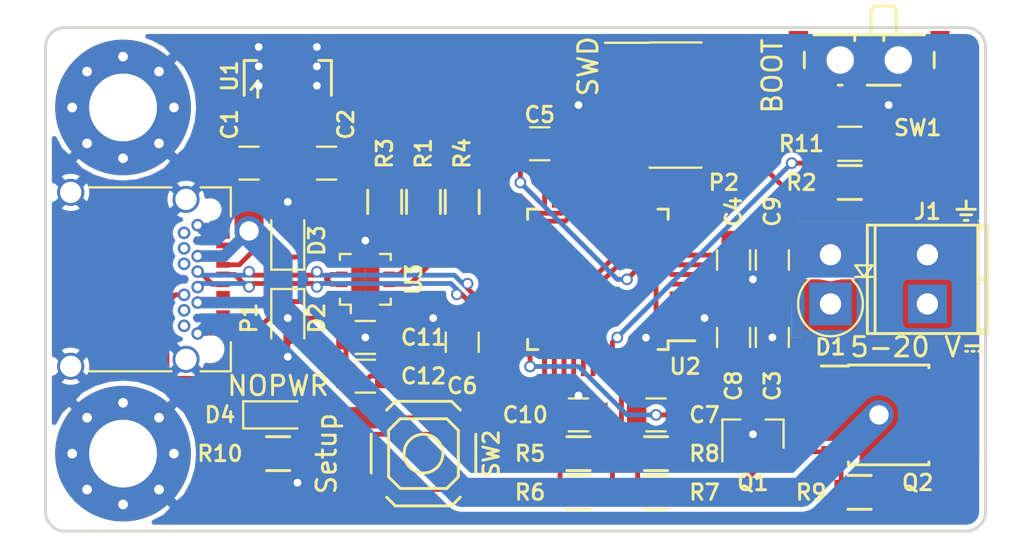
<source format=kicad_pcb>
(kicad_pcb (version 4) (host pcbnew 4.0.6)

  (general
    (links 121)
    (no_connects 0)
    (area 79.065 55.414999 133.000001 84.279048)
    (thickness 1.6)
    (drawings 10)
    (tracks 384)
    (zones 0)
    (modules 39)
    (nets 65)
  )

  (page USLetter)
  (title_block
    (title "PD Buddy Sink")
    (rev 0.2)
  )

  (layers
    (0 F.Cu signal)
    (31 B.Cu signal)
    (32 B.Adhes user)
    (33 F.Adhes user)
    (34 B.Paste user)
    (35 F.Paste user)
    (36 B.SilkS user)
    (37 F.SilkS user)
    (38 B.Mask user)
    (39 F.Mask user)
    (40 Dwgs.User user)
    (41 Cmts.User user)
    (42 Eco1.User user)
    (43 Eco2.User user)
    (44 Edge.Cuts user)
    (45 Margin user)
    (46 B.CrtYd user)
    (47 F.CrtYd user)
    (48 B.Fab user)
    (49 F.Fab user)
  )

  (setup
    (last_trace_width 0.25)
    (trace_clearance 0.16)
    (zone_clearance 0.254)
    (zone_45_only no)
    (trace_min 0.2)
    (segment_width 0.2)
    (edge_width 0.15)
    (via_size 0.6)
    (via_drill 0.4)
    (via_min_size 0.4)
    (via_min_drill 0.3)
    (uvia_size 0.3)
    (uvia_drill 0.1)
    (uvias_allowed no)
    (uvia_min_size 0.2)
    (uvia_min_drill 0.1)
    (pcb_text_width 0.3)
    (pcb_text_size 1.5 1.5)
    (mod_edge_width 0.15)
    (mod_text_size 0.8 0.8)
    (mod_text_width 0.15)
    (pad_size 1.524 1.524)
    (pad_drill 0.762)
    (pad_to_mask_clearance 0.125)
    (aux_axis_origin 0 0)
    (grid_origin 90 70)
    (visible_elements FFFFFF7F)
    (pcbplotparams
      (layerselection 0x00030_80000001)
      (usegerberextensions false)
      (excludeedgelayer true)
      (linewidth 0.100000)
      (plotframeref false)
      (viasonmask false)
      (mode 1)
      (useauxorigin false)
      (hpglpennumber 1)
      (hpglpenspeed 20)
      (hpglpendiameter 15)
      (hpglpenoverlay 2)
      (psnegative false)
      (psa4output false)
      (plotreference true)
      (plotvalue true)
      (plotinvisibletext false)
      (padsonsilk false)
      (subtractmaskfromsilk false)
      (outputformat 1)
      (mirror false)
      (drillshape 1)
      (scaleselection 1)
      (outputdirectory ""))
  )

  (net 0 "")
  (net 1 VBUS)
  (net 2 GND)
  (net 3 +3V3)
  (net 4 /Microcontroller/nRST)
  (net 5 "/PD PHY/CC2")
  (net 6 "/PD PHY/CC1")
  (net 7 "Net-(P1-PadB8)")
  (net 8 "Net-(P1-PadB3)")
  (net 9 "Net-(P1-PadB10)")
  (net 10 "Net-(P1-PadB2)")
  (net 11 "Net-(P1-PadB11)")
  (net 12 "Net-(P1-PadA2)")
  (net 13 "Net-(P1-PadA3)")
  (net 14 "Net-(P1-PadA10)")
  (net 15 "Net-(P1-PadA8)")
  (net 16 "Net-(P1-PadA11)")
  (net 17 /Microcontroller/SWDIO)
  (net 18 /Microcontroller/SWCLK)
  (net 19 "Net-(P2-Pad6)")
  (net 20 "Net-(P2-Pad7)")
  (net 21 "Net-(P2-Pad8)")
  (net 22 "Net-(Q1-Pad1)")
  (net 23 /Microcontroller/INT_N)
  (net 24 "Net-(R2-Pad1)")
  (net 25 /Microcontroller/SCL)
  (net 26 /Microcontroller/SDA)
  (net 27 "Net-(R5-Pad1)")
  (net 28 /Microcontroller/OUT_CTRL)
  (net 29 "Net-(U2-Pad2)")
  (net 30 "Net-(U2-Pad3)")
  (net 31 "Net-(U2-Pad4)")
  (net 32 "Net-(U2-Pad5)")
  (net 33 "Net-(U2-Pad6)")
  (net 34 "Net-(U2-Pad10)")
  (net 35 "Net-(U2-Pad11)")
  (net 36 "Net-(U2-Pad12)")
  (net 37 "Net-(U2-Pad13)")
  (net 38 "Net-(U2-Pad14)")
  (net 39 "Net-(U2-Pad15)")
  (net 40 "Net-(U2-Pad16)")
  (net 41 "Net-(U2-Pad17)")
  (net 42 "Net-(U2-Pad18)")
  (net 43 "Net-(U2-Pad19)")
  (net 44 "Net-(U2-Pad20)")
  (net 45 "Net-(U2-Pad26)")
  (net 46 "Net-(U2-Pad27)")
  (net 47 "Net-(U2-Pad28)")
  (net 48 "Net-(U2-Pad29)")
  (net 49 "Net-(U2-Pad30)")
  (net 50 "Net-(U2-Pad40)")
  (net 51 "Net-(U2-Pad46)")
  (net 52 VCONN)
  (net 53 "Net-(D4-Pad1)")
  (net 54 /Microcontroller/D+)
  (net 55 /Microcontroller/D-)
  (net 56 /Microcontroller/SETUP)
  (net 57 /Microcontroller/NOPWR)
  (net 58 "Net-(U2-Pad31)")
  (net 59 "Net-(U2-Pad41)")
  (net 60 "Net-(U2-Pad42)")
  (net 61 "Net-(U2-Pad43)")
  (net 62 "Net-(Q1-Pad3)")
  (net 63 "Net-(R11-Pad1)")
  (net 64 /Output/OUT)

  (net_class Default "This is the default net class."
    (clearance 0.16)
    (trace_width 0.25)
    (via_dia 0.6)
    (via_drill 0.4)
    (uvia_dia 0.3)
    (uvia_drill 0.1)
    (add_net +3V3)
    (add_net /Microcontroller/D+)
    (add_net /Microcontroller/D-)
    (add_net /Microcontroller/INT_N)
    (add_net /Microcontroller/NOPWR)
    (add_net /Microcontroller/OUT_CTRL)
    (add_net /Microcontroller/SCL)
    (add_net /Microcontroller/SDA)
    (add_net /Microcontroller/SETUP)
    (add_net /Microcontroller/SWCLK)
    (add_net /Microcontroller/SWDIO)
    (add_net /Microcontroller/nRST)
    (add_net /Output/OUT)
    (add_net "/PD PHY/CC1")
    (add_net "/PD PHY/CC2")
    (add_net GND)
    (add_net "Net-(D4-Pad1)")
    (add_net "Net-(P1-PadA10)")
    (add_net "Net-(P1-PadA11)")
    (add_net "Net-(P1-PadA2)")
    (add_net "Net-(P1-PadA3)")
    (add_net "Net-(P1-PadA8)")
    (add_net "Net-(P1-PadB10)")
    (add_net "Net-(P1-PadB11)")
    (add_net "Net-(P1-PadB2)")
    (add_net "Net-(P1-PadB3)")
    (add_net "Net-(P1-PadB8)")
    (add_net "Net-(P2-Pad6)")
    (add_net "Net-(P2-Pad7)")
    (add_net "Net-(P2-Pad8)")
    (add_net "Net-(Q1-Pad1)")
    (add_net "Net-(Q1-Pad3)")
    (add_net "Net-(R11-Pad1)")
    (add_net "Net-(R2-Pad1)")
    (add_net "Net-(R5-Pad1)")
    (add_net "Net-(U2-Pad10)")
    (add_net "Net-(U2-Pad11)")
    (add_net "Net-(U2-Pad12)")
    (add_net "Net-(U2-Pad13)")
    (add_net "Net-(U2-Pad14)")
    (add_net "Net-(U2-Pad15)")
    (add_net "Net-(U2-Pad16)")
    (add_net "Net-(U2-Pad17)")
    (add_net "Net-(U2-Pad18)")
    (add_net "Net-(U2-Pad19)")
    (add_net "Net-(U2-Pad2)")
    (add_net "Net-(U2-Pad20)")
    (add_net "Net-(U2-Pad26)")
    (add_net "Net-(U2-Pad27)")
    (add_net "Net-(U2-Pad28)")
    (add_net "Net-(U2-Pad29)")
    (add_net "Net-(U2-Pad3)")
    (add_net "Net-(U2-Pad30)")
    (add_net "Net-(U2-Pad31)")
    (add_net "Net-(U2-Pad4)")
    (add_net "Net-(U2-Pad40)")
    (add_net "Net-(U2-Pad41)")
    (add_net "Net-(U2-Pad42)")
    (add_net "Net-(U2-Pad43)")
    (add_net "Net-(U2-Pad46)")
    (add_net "Net-(U2-Pad5)")
    (add_net "Net-(U2-Pad6)")
    (add_net VCONN)
  )

  (net_class Power ""
    (clearance 0.16)
    (trace_width 1.5)
    (via_dia 1.5)
    (via_drill 1)
    (uvia_dia 0.3)
    (uvia_drill 0.1)
    (add_net VBUS)
  )

  (net_class Power_Small ""
    (clearance 0.16)
    (trace_width 0.6)
    (via_dia 0.6)
    (via_drill 0.4)
    (uvia_dia 0.3)
    (uvia_drill 0.1)
  )

  (module Resistors_SMD:R_0805 (layer F.Cu) (tedit 58307B54) (tstamp 5892662D)
    (at 123 65)
    (descr "Resistor SMD 0805, reflow soldering, Vishay (see dcrcw.pdf)")
    (tags "resistor 0805")
    (path /588FD270/5890164A)
    (attr smd)
    (fp_text reference R2 (at -2.5 0) (layer F.SilkS)
      (effects (font (size 0.8 0.8) (thickness 0.15)))
    )
    (fp_text value 10kΩ (at 0 2.1) (layer F.Fab)
      (effects (font (size 1 1) (thickness 0.15)))
    )
    (fp_line (start -1 0.625) (end -1 -0.625) (layer F.Fab) (width 0.1))
    (fp_line (start 1 0.625) (end -1 0.625) (layer F.Fab) (width 0.1))
    (fp_line (start 1 -0.625) (end 1 0.625) (layer F.Fab) (width 0.1))
    (fp_line (start -1 -0.625) (end 1 -0.625) (layer F.Fab) (width 0.1))
    (fp_line (start -1.6 -1) (end 1.6 -1) (layer F.CrtYd) (width 0.05))
    (fp_line (start -1.6 1) (end 1.6 1) (layer F.CrtYd) (width 0.05))
    (fp_line (start -1.6 -1) (end -1.6 1) (layer F.CrtYd) (width 0.05))
    (fp_line (start 1.6 -1) (end 1.6 1) (layer F.CrtYd) (width 0.05))
    (fp_line (start 0.6 0.875) (end -0.6 0.875) (layer F.SilkS) (width 0.15))
    (fp_line (start -0.6 -0.875) (end 0.6 -0.875) (layer F.SilkS) (width 0.15))
    (pad 1 smd rect (at -0.95 0) (size 0.7 1.3) (layers F.Cu F.Paste F.Mask)
      (net 24 "Net-(R2-Pad1)"))
    (pad 2 smd rect (at 0.95 0) (size 0.7 1.3) (layers F.Cu F.Paste F.Mask)
      (net 63 "Net-(R11-Pad1)"))
    (model Resistors_SMD.3dshapes/R_0805.wrl
      (at (xyz 0 0 0))
      (scale (xyz 1 1 1))
      (rotate (xyz 0 0 0))
    )
  )

  (module Resistors_SMD:R_0805 (layer F.Cu) (tedit 58AADA8F) (tstamp 58B99806)
    (at 123 63)
    (descr "Resistor SMD 0805, reflow soldering, Vishay (see dcrcw.pdf)")
    (tags "resistor 0805")
    (path /588FD270/58B995CE)
    (attr smd)
    (fp_text reference R11 (at -2.5 0) (layer F.SilkS)
      (effects (font (size 0.8 0.8) (thickness 0.15)))
    )
    (fp_text value 0Ω (at 0 1.75) (layer F.Fab)
      (effects (font (size 1 1) (thickness 0.15)))
    )
    (fp_text user %R (at 0 -1.65) (layer F.Fab)
      (effects (font (size 1 1) (thickness 0.15)))
    )
    (fp_line (start -1 0.62) (end -1 -0.62) (layer F.Fab) (width 0.1))
    (fp_line (start 1 0.62) (end -1 0.62) (layer F.Fab) (width 0.1))
    (fp_line (start 1 -0.62) (end 1 0.62) (layer F.Fab) (width 0.1))
    (fp_line (start -1 -0.62) (end 1 -0.62) (layer F.Fab) (width 0.1))
    (fp_line (start 0.6 0.88) (end -0.6 0.88) (layer F.SilkS) (width 0.12))
    (fp_line (start -0.6 -0.88) (end 0.6 -0.88) (layer F.SilkS) (width 0.12))
    (fp_line (start -1.55 -0.9) (end 1.55 -0.9) (layer F.CrtYd) (width 0.05))
    (fp_line (start -1.55 -0.9) (end -1.55 0.9) (layer F.CrtYd) (width 0.05))
    (fp_line (start 1.55 0.9) (end 1.55 -0.9) (layer F.CrtYd) (width 0.05))
    (fp_line (start 1.55 0.9) (end -1.55 0.9) (layer F.CrtYd) (width 0.05))
    (pad 1 smd rect (at -0.95 0) (size 0.7 1.3) (layers F.Cu F.Paste F.Mask)
      (net 63 "Net-(R11-Pad1)"))
    (pad 2 smd rect (at 0.95 0) (size 0.7 1.3) (layers F.Cu F.Paste F.Mask)
      (net 2 GND))
    (model Resistors_SMD.3dshapes/R_0805.wrl
      (at (xyz 0 0 0))
      (scale (xyz 1 1 1))
      (rotate (xyz 0 0 0))
    )
  )

  (module Resistors_SMD:R_0805 (layer F.Cu) (tedit 58307B54) (tstamp 5892BF24)
    (at 93.5 79)
    (descr "Resistor SMD 0805, reflow soldering, Vishay (see dcrcw.pdf)")
    (tags "resistor 0805")
    (path /588FD270/5893124B)
    (attr smd)
    (fp_text reference R10 (at -3 0) (layer F.SilkS)
      (effects (font (size 0.8 0.8) (thickness 0.15)))
    )
    (fp_text value 300Ω (at 0 2.1) (layer F.Fab)
      (effects (font (size 1 1) (thickness 0.15)))
    )
    (fp_line (start -1 0.625) (end -1 -0.625) (layer F.Fab) (width 0.1))
    (fp_line (start 1 0.625) (end -1 0.625) (layer F.Fab) (width 0.1))
    (fp_line (start 1 -0.625) (end 1 0.625) (layer F.Fab) (width 0.1))
    (fp_line (start -1 -0.625) (end 1 -0.625) (layer F.Fab) (width 0.1))
    (fp_line (start -1.6 -1) (end 1.6 -1) (layer F.CrtYd) (width 0.05))
    (fp_line (start -1.6 1) (end 1.6 1) (layer F.CrtYd) (width 0.05))
    (fp_line (start -1.6 -1) (end -1.6 1) (layer F.CrtYd) (width 0.05))
    (fp_line (start 1.6 -1) (end 1.6 1) (layer F.CrtYd) (width 0.05))
    (fp_line (start 0.6 0.875) (end -0.6 0.875) (layer F.SilkS) (width 0.15))
    (fp_line (start -0.6 -0.875) (end 0.6 -0.875) (layer F.SilkS) (width 0.15))
    (pad 1 smd rect (at -0.95 0) (size 0.7 1.3) (layers F.Cu F.Paste F.Mask)
      (net 53 "Net-(D4-Pad1)"))
    (pad 2 smd rect (at 0.95 0) (size 0.7 1.3) (layers F.Cu F.Paste F.Mask)
      (net 2 GND))
    (model Resistors_SMD.3dshapes/R_0805.wrl
      (at (xyz 0 0 0))
      (scale (xyz 1 1 1))
      (rotate (xyz 0 0 0))
    )
  )

  (module Resistors_SMD:R_0805 (layer F.Cu) (tedit 58307B54) (tstamp 5892669D)
    (at 123.5 81 180)
    (descr "Resistor SMD 0805, reflow soldering, Vishay (see dcrcw.pdf)")
    (tags "resistor 0805")
    (path /588FA3A4/5892602E)
    (attr smd)
    (fp_text reference R9 (at 2.5 0 180) (layer F.SilkS)
      (effects (font (size 0.8 0.8) (thickness 0.15)))
    )
    (fp_text value 4.7kΩ (at 0 2.1 180) (layer F.Fab)
      (effects (font (size 1 1) (thickness 0.15)))
    )
    (fp_line (start -1 0.625) (end -1 -0.625) (layer F.Fab) (width 0.1))
    (fp_line (start 1 0.625) (end -1 0.625) (layer F.Fab) (width 0.1))
    (fp_line (start 1 -0.625) (end 1 0.625) (layer F.Fab) (width 0.1))
    (fp_line (start -1 -0.625) (end 1 -0.625) (layer F.Fab) (width 0.1))
    (fp_line (start -1.6 -1) (end 1.6 -1) (layer F.CrtYd) (width 0.05))
    (fp_line (start -1.6 1) (end 1.6 1) (layer F.CrtYd) (width 0.05))
    (fp_line (start -1.6 -1) (end -1.6 1) (layer F.CrtYd) (width 0.05))
    (fp_line (start 1.6 -1) (end 1.6 1) (layer F.CrtYd) (width 0.05))
    (fp_line (start 0.6 0.875) (end -0.6 0.875) (layer F.SilkS) (width 0.15))
    (fp_line (start -0.6 -0.875) (end 0.6 -0.875) (layer F.SilkS) (width 0.15))
    (pad 1 smd rect (at -0.95 0 180) (size 0.7 1.3) (layers F.Cu F.Paste F.Mask)
      (net 1 VBUS))
    (pad 2 smd rect (at 0.95 0 180) (size 0.7 1.3) (layers F.Cu F.Paste F.Mask)
      (net 62 "Net-(Q1-Pad3)"))
    (model Resistors_SMD.3dshapes/R_0805.wrl
      (at (xyz 0 0 0))
      (scale (xyz 1 1 1))
      (rotate (xyz 0 0 0))
    )
  )

  (module Resistors_SMD:R_0805 (layer F.Cu) (tedit 58307B54) (tstamp 5892668D)
    (at 113 79)
    (descr "Resistor SMD 0805, reflow soldering, Vishay (see dcrcw.pdf)")
    (tags "resistor 0805")
    (path /588FA3A4/58926842)
    (attr smd)
    (fp_text reference R8 (at 2.5 0) (layer F.SilkS)
      (effects (font (size 0.8 0.8) (thickness 0.15)))
    )
    (fp_text value 2kΩ (at 0 2.1) (layer F.Fab)
      (effects (font (size 1 1) (thickness 0.15)))
    )
    (fp_line (start -1 0.625) (end -1 -0.625) (layer F.Fab) (width 0.1))
    (fp_line (start 1 0.625) (end -1 0.625) (layer F.Fab) (width 0.1))
    (fp_line (start 1 -0.625) (end 1 0.625) (layer F.Fab) (width 0.1))
    (fp_line (start -1 -0.625) (end 1 -0.625) (layer F.Fab) (width 0.1))
    (fp_line (start -1.6 -1) (end 1.6 -1) (layer F.CrtYd) (width 0.05))
    (fp_line (start -1.6 1) (end 1.6 1) (layer F.CrtYd) (width 0.05))
    (fp_line (start -1.6 -1) (end -1.6 1) (layer F.CrtYd) (width 0.05))
    (fp_line (start 1.6 -1) (end 1.6 1) (layer F.CrtYd) (width 0.05))
    (fp_line (start 0.6 0.875) (end -0.6 0.875) (layer F.SilkS) (width 0.15))
    (fp_line (start -0.6 -0.875) (end 0.6 -0.875) (layer F.SilkS) (width 0.15))
    (pad 1 smd rect (at -0.95 0) (size 0.7 1.3) (layers F.Cu F.Paste F.Mask)
      (net 28 /Microcontroller/OUT_CTRL))
    (pad 2 smd rect (at 0.95 0) (size 0.7 1.3) (layers F.Cu F.Paste F.Mask)
      (net 22 "Net-(Q1-Pad1)"))
    (model Resistors_SMD.3dshapes/R_0805.wrl
      (at (xyz 0 0 0))
      (scale (xyz 1 1 1))
      (rotate (xyz 0 0 0))
    )
  )

  (module Resistors_SMD:R_0805 (layer F.Cu) (tedit 58307B54) (tstamp 5892667D)
    (at 113 81)
    (descr "Resistor SMD 0805, reflow soldering, Vishay (see dcrcw.pdf)")
    (tags "resistor 0805")
    (path /588FA3A4/58926F23)
    (attr smd)
    (fp_text reference R7 (at 2.5 0) (layer F.SilkS)
      (effects (font (size 0.8 0.8) (thickness 0.15)))
    )
    (fp_text value 10kΩ (at 0 2.1) (layer F.Fab)
      (effects (font (size 1 1) (thickness 0.15)))
    )
    (fp_line (start -1 0.625) (end -1 -0.625) (layer F.Fab) (width 0.1))
    (fp_line (start 1 0.625) (end -1 0.625) (layer F.Fab) (width 0.1))
    (fp_line (start 1 -0.625) (end 1 0.625) (layer F.Fab) (width 0.1))
    (fp_line (start -1 -0.625) (end 1 -0.625) (layer F.Fab) (width 0.1))
    (fp_line (start -1.6 -1) (end 1.6 -1) (layer F.CrtYd) (width 0.05))
    (fp_line (start -1.6 1) (end 1.6 1) (layer F.CrtYd) (width 0.05))
    (fp_line (start -1.6 -1) (end -1.6 1) (layer F.CrtYd) (width 0.05))
    (fp_line (start 1.6 -1) (end 1.6 1) (layer F.CrtYd) (width 0.05))
    (fp_line (start 0.6 0.875) (end -0.6 0.875) (layer F.SilkS) (width 0.15))
    (fp_line (start -0.6 -0.875) (end 0.6 -0.875) (layer F.SilkS) (width 0.15))
    (pad 1 smd rect (at -0.95 0) (size 0.7 1.3) (layers F.Cu F.Paste F.Mask)
      (net 28 /Microcontroller/OUT_CTRL))
    (pad 2 smd rect (at 0.95 0) (size 0.7 1.3) (layers F.Cu F.Paste F.Mask)
      (net 2 GND))
    (model Resistors_SMD.3dshapes/R_0805.wrl
      (at (xyz 0 0 0))
      (scale (xyz 1 1 1))
      (rotate (xyz 0 0 0))
    )
  )

  (module Resistors_SMD:R_0805 (layer F.Cu) (tedit 58307B54) (tstamp 5892666D)
    (at 109 81)
    (descr "Resistor SMD 0805, reflow soldering, Vishay (see dcrcw.pdf)")
    (tags "resistor 0805")
    (path /588FD270/589286AA)
    (attr smd)
    (fp_text reference R6 (at -2.5 0) (layer F.SilkS)
      (effects (font (size 0.8 0.8) (thickness 0.15)))
    )
    (fp_text value 10kΩ (at 0 2.1) (layer F.Fab)
      (effects (font (size 1 1) (thickness 0.15)))
    )
    (fp_line (start -1 0.625) (end -1 -0.625) (layer F.Fab) (width 0.1))
    (fp_line (start 1 0.625) (end -1 0.625) (layer F.Fab) (width 0.1))
    (fp_line (start 1 -0.625) (end 1 0.625) (layer F.Fab) (width 0.1))
    (fp_line (start -1 -0.625) (end 1 -0.625) (layer F.Fab) (width 0.1))
    (fp_line (start -1.6 -1) (end 1.6 -1) (layer F.CrtYd) (width 0.05))
    (fp_line (start -1.6 1) (end 1.6 1) (layer F.CrtYd) (width 0.05))
    (fp_line (start -1.6 -1) (end -1.6 1) (layer F.CrtYd) (width 0.05))
    (fp_line (start 1.6 -1) (end 1.6 1) (layer F.CrtYd) (width 0.05))
    (fp_line (start 0.6 0.875) (end -0.6 0.875) (layer F.SilkS) (width 0.15))
    (fp_line (start -0.6 -0.875) (end 0.6 -0.875) (layer F.SilkS) (width 0.15))
    (pad 1 smd rect (at -0.95 0) (size 0.7 1.3) (layers F.Cu F.Paste F.Mask)
      (net 27 "Net-(R5-Pad1)"))
    (pad 2 smd rect (at 0.95 0) (size 0.7 1.3) (layers F.Cu F.Paste F.Mask)
      (net 2 GND))
    (model Resistors_SMD.3dshapes/R_0805.wrl
      (at (xyz 0 0 0))
      (scale (xyz 1 1 1))
      (rotate (xyz 0 0 0))
    )
  )

  (module Resistors_SMD:R_0805 (layer F.Cu) (tedit 58307B54) (tstamp 5892665D)
    (at 109 79)
    (descr "Resistor SMD 0805, reflow soldering, Vishay (see dcrcw.pdf)")
    (tags "resistor 0805")
    (path /588FD270/5892828B)
    (attr smd)
    (fp_text reference R5 (at -2.5 0) (layer F.SilkS)
      (effects (font (size 0.8 0.8) (thickness 0.15)))
    )
    (fp_text value 10kΩ (at 0 2.1) (layer F.Fab)
      (effects (font (size 1 1) (thickness 0.15)))
    )
    (fp_line (start -1 0.625) (end -1 -0.625) (layer F.Fab) (width 0.1))
    (fp_line (start 1 0.625) (end -1 0.625) (layer F.Fab) (width 0.1))
    (fp_line (start 1 -0.625) (end 1 0.625) (layer F.Fab) (width 0.1))
    (fp_line (start -1 -0.625) (end 1 -0.625) (layer F.Fab) (width 0.1))
    (fp_line (start -1.6 -1) (end 1.6 -1) (layer F.CrtYd) (width 0.05))
    (fp_line (start -1.6 1) (end 1.6 1) (layer F.CrtYd) (width 0.05))
    (fp_line (start -1.6 -1) (end -1.6 1) (layer F.CrtYd) (width 0.05))
    (fp_line (start 1.6 -1) (end 1.6 1) (layer F.CrtYd) (width 0.05))
    (fp_line (start 0.6 0.875) (end -0.6 0.875) (layer F.SilkS) (width 0.15))
    (fp_line (start -0.6 -0.875) (end 0.6 -0.875) (layer F.SilkS) (width 0.15))
    (pad 1 smd rect (at -0.95 0) (size 0.7 1.3) (layers F.Cu F.Paste F.Mask)
      (net 27 "Net-(R5-Pad1)"))
    (pad 2 smd rect (at 0.95 0) (size 0.7 1.3) (layers F.Cu F.Paste F.Mask)
      (net 56 /Microcontroller/SETUP))
    (model Resistors_SMD.3dshapes/R_0805.wrl
      (at (xyz 0 0 0))
      (scale (xyz 1 1 1))
      (rotate (xyz 0 0 0))
    )
  )

  (module Resistors_SMD:R_0805 (layer F.Cu) (tedit 58307B54) (tstamp 5892664D)
    (at 103 66 90)
    (descr "Resistor SMD 0805, reflow soldering, Vishay (see dcrcw.pdf)")
    (tags "resistor 0805")
    (path /588FD270/589246A0)
    (attr smd)
    (fp_text reference R4 (at 2.5 0 90) (layer F.SilkS)
      (effects (font (size 0.8 0.8) (thickness 0.15)))
    )
    (fp_text value 2kΩ (at 0 2.1 90) (layer F.Fab)
      (effects (font (size 1 1) (thickness 0.15)))
    )
    (fp_line (start -1 0.625) (end -1 -0.625) (layer F.Fab) (width 0.1))
    (fp_line (start 1 0.625) (end -1 0.625) (layer F.Fab) (width 0.1))
    (fp_line (start 1 -0.625) (end 1 0.625) (layer F.Fab) (width 0.1))
    (fp_line (start -1 -0.625) (end 1 -0.625) (layer F.Fab) (width 0.1))
    (fp_line (start -1.6 -1) (end 1.6 -1) (layer F.CrtYd) (width 0.05))
    (fp_line (start -1.6 1) (end 1.6 1) (layer F.CrtYd) (width 0.05))
    (fp_line (start -1.6 -1) (end -1.6 1) (layer F.CrtYd) (width 0.05))
    (fp_line (start 1.6 -1) (end 1.6 1) (layer F.CrtYd) (width 0.05))
    (fp_line (start 0.6 0.875) (end -0.6 0.875) (layer F.SilkS) (width 0.15))
    (fp_line (start -0.6 -0.875) (end 0.6 -0.875) (layer F.SilkS) (width 0.15))
    (pad 1 smd rect (at -0.95 0 90) (size 0.7 1.3) (layers F.Cu F.Paste F.Mask)
      (net 23 /Microcontroller/INT_N))
    (pad 2 smd rect (at 0.95 0 90) (size 0.7 1.3) (layers F.Cu F.Paste F.Mask)
      (net 3 +3V3))
    (model Resistors_SMD.3dshapes/R_0805.wrl
      (at (xyz 0 0 0))
      (scale (xyz 1 1 1))
      (rotate (xyz 0 0 0))
    )
  )

  (module Resistors_SMD:R_0805 (layer F.Cu) (tedit 58307B54) (tstamp 5892663D)
    (at 99 66 90)
    (descr "Resistor SMD 0805, reflow soldering, Vishay (see dcrcw.pdf)")
    (tags "resistor 0805")
    (path /588FD270/58924737)
    (attr smd)
    (fp_text reference R3 (at 2.5 0 90) (layer F.SilkS)
      (effects (font (size 0.8 0.8) (thickness 0.15)))
    )
    (fp_text value 2kΩ (at 0 2.1 90) (layer F.Fab)
      (effects (font (size 1 1) (thickness 0.15)))
    )
    (fp_line (start -1 0.625) (end -1 -0.625) (layer F.Fab) (width 0.1))
    (fp_line (start 1 0.625) (end -1 0.625) (layer F.Fab) (width 0.1))
    (fp_line (start 1 -0.625) (end 1 0.625) (layer F.Fab) (width 0.1))
    (fp_line (start -1 -0.625) (end 1 -0.625) (layer F.Fab) (width 0.1))
    (fp_line (start -1.6 -1) (end 1.6 -1) (layer F.CrtYd) (width 0.05))
    (fp_line (start -1.6 1) (end 1.6 1) (layer F.CrtYd) (width 0.05))
    (fp_line (start -1.6 -1) (end -1.6 1) (layer F.CrtYd) (width 0.05))
    (fp_line (start 1.6 -1) (end 1.6 1) (layer F.CrtYd) (width 0.05))
    (fp_line (start 0.6 0.875) (end -0.6 0.875) (layer F.SilkS) (width 0.15))
    (fp_line (start -0.6 -0.875) (end 0.6 -0.875) (layer F.SilkS) (width 0.15))
    (pad 1 smd rect (at -0.95 0 90) (size 0.7 1.3) (layers F.Cu F.Paste F.Mask)
      (net 26 /Microcontroller/SDA))
    (pad 2 smd rect (at 0.95 0 90) (size 0.7 1.3) (layers F.Cu F.Paste F.Mask)
      (net 3 +3V3))
    (model Resistors_SMD.3dshapes/R_0805.wrl
      (at (xyz 0 0 0))
      (scale (xyz 1 1 1))
      (rotate (xyz 0 0 0))
    )
  )

  (module Resistors_SMD:R_0805 (layer F.Cu) (tedit 58307B54) (tstamp 5892661D)
    (at 101 66 90)
    (descr "Resistor SMD 0805, reflow soldering, Vishay (see dcrcw.pdf)")
    (tags "resistor 0805")
    (path /588FD270/5892476F)
    (attr smd)
    (fp_text reference R1 (at 2.5 0 90) (layer F.SilkS)
      (effects (font (size 0.8 0.8) (thickness 0.15)))
    )
    (fp_text value 2kΩ (at 0 2.1 90) (layer F.Fab)
      (effects (font (size 1 1) (thickness 0.15)))
    )
    (fp_line (start -1 0.625) (end -1 -0.625) (layer F.Fab) (width 0.1))
    (fp_line (start 1 0.625) (end -1 0.625) (layer F.Fab) (width 0.1))
    (fp_line (start 1 -0.625) (end 1 0.625) (layer F.Fab) (width 0.1))
    (fp_line (start -1 -0.625) (end 1 -0.625) (layer F.Fab) (width 0.1))
    (fp_line (start -1.6 -1) (end 1.6 -1) (layer F.CrtYd) (width 0.05))
    (fp_line (start -1.6 1) (end 1.6 1) (layer F.CrtYd) (width 0.05))
    (fp_line (start -1.6 -1) (end -1.6 1) (layer F.CrtYd) (width 0.05))
    (fp_line (start 1.6 -1) (end 1.6 1) (layer F.CrtYd) (width 0.05))
    (fp_line (start 0.6 0.875) (end -0.6 0.875) (layer F.SilkS) (width 0.15))
    (fp_line (start -0.6 -0.875) (end 0.6 -0.875) (layer F.SilkS) (width 0.15))
    (pad 1 smd rect (at -0.95 0 90) (size 0.7 1.3) (layers F.Cu F.Paste F.Mask)
      (net 25 /Microcontroller/SCL))
    (pad 2 smd rect (at 0.95 0 90) (size 0.7 1.3) (layers F.Cu F.Paste F.Mask)
      (net 3 +3V3))
    (model Resistors_SMD.3dshapes/R_0805.wrl
      (at (xyz 0 0 0))
      (scale (xyz 1 1 1))
      (rotate (xyz 0 0 0))
    )
  )

  (module Capacitors_SMD:C_0805 (layer F.Cu) (tedit 5415D6EA) (tstamp 5892646D)
    (at 92 64)
    (descr "Capacitor SMD 0805, reflow soldering, AVX (see smccp.pdf)")
    (tags "capacitor 0805")
    (path /588F9A21/588FA3EC)
    (attr smd)
    (fp_text reference C1 (at -1 -2 90) (layer F.SilkS)
      (effects (font (size 0.8 0.8) (thickness 0.15)))
    )
    (fp_text value 1.0μF (at 0 2.1) (layer F.Fab)
      (effects (font (size 1 1) (thickness 0.15)))
    )
    (fp_line (start -1 0.625) (end -1 -0.625) (layer F.Fab) (width 0.1))
    (fp_line (start 1 0.625) (end -1 0.625) (layer F.Fab) (width 0.1))
    (fp_line (start 1 -0.625) (end 1 0.625) (layer F.Fab) (width 0.1))
    (fp_line (start -1 -0.625) (end 1 -0.625) (layer F.Fab) (width 0.1))
    (fp_line (start -1.8 -1) (end 1.8 -1) (layer F.CrtYd) (width 0.05))
    (fp_line (start -1.8 1) (end 1.8 1) (layer F.CrtYd) (width 0.05))
    (fp_line (start -1.8 -1) (end -1.8 1) (layer F.CrtYd) (width 0.05))
    (fp_line (start 1.8 -1) (end 1.8 1) (layer F.CrtYd) (width 0.05))
    (fp_line (start 0.5 -0.85) (end -0.5 -0.85) (layer F.SilkS) (width 0.12))
    (fp_line (start -0.5 0.85) (end 0.5 0.85) (layer F.SilkS) (width 0.12))
    (pad 1 smd rect (at -1 0) (size 1 1.25) (layers F.Cu F.Paste F.Mask)
      (net 1 VBUS))
    (pad 2 smd rect (at 1 0) (size 1 1.25) (layers F.Cu F.Paste F.Mask)
      (net 2 GND))
    (model Capacitors_SMD.3dshapes/C_0805.wrl
      (at (xyz 0 0 0))
      (scale (xyz 1 1 1))
      (rotate (xyz 0 0 0))
    )
  )

  (module Capacitors_SMD:C_0805 (layer F.Cu) (tedit 5415D6EA) (tstamp 5892647D)
    (at 96 64 180)
    (descr "Capacitor SMD 0805, reflow soldering, AVX (see smccp.pdf)")
    (tags "capacitor 0805")
    (path /588F9A21/588FA3E5)
    (attr smd)
    (fp_text reference C2 (at -1 2 270) (layer F.SilkS)
      (effects (font (size 0.8 0.8) (thickness 0.15)))
    )
    (fp_text value 2.2μF (at 0 2.1 180) (layer F.Fab)
      (effects (font (size 1 1) (thickness 0.15)))
    )
    (fp_line (start -1 0.625) (end -1 -0.625) (layer F.Fab) (width 0.1))
    (fp_line (start 1 0.625) (end -1 0.625) (layer F.Fab) (width 0.1))
    (fp_line (start 1 -0.625) (end 1 0.625) (layer F.Fab) (width 0.1))
    (fp_line (start -1 -0.625) (end 1 -0.625) (layer F.Fab) (width 0.1))
    (fp_line (start -1.8 -1) (end 1.8 -1) (layer F.CrtYd) (width 0.05))
    (fp_line (start -1.8 1) (end 1.8 1) (layer F.CrtYd) (width 0.05))
    (fp_line (start -1.8 -1) (end -1.8 1) (layer F.CrtYd) (width 0.05))
    (fp_line (start 1.8 -1) (end 1.8 1) (layer F.CrtYd) (width 0.05))
    (fp_line (start 0.5 -0.85) (end -0.5 -0.85) (layer F.SilkS) (width 0.12))
    (fp_line (start -0.5 0.85) (end 0.5 0.85) (layer F.SilkS) (width 0.12))
    (pad 1 smd rect (at -1 0 180) (size 1 1.25) (layers F.Cu F.Paste F.Mask)
      (net 3 +3V3))
    (pad 2 smd rect (at 1 0 180) (size 1 1.25) (layers F.Cu F.Paste F.Mask)
      (net 2 GND))
    (model Capacitors_SMD.3dshapes/C_0805.wrl
      (at (xyz 0 0 0))
      (scale (xyz 1 1 1))
      (rotate (xyz 0 0 0))
    )
  )

  (module Capacitors_SMD:C_0805 (layer F.Cu) (tedit 5415D6EA) (tstamp 5892648D)
    (at 119 73 90)
    (descr "Capacitor SMD 0805, reflow soldering, AVX (see smccp.pdf)")
    (tags "capacitor 0805")
    (path /588FD270/58915349)
    (attr smd)
    (fp_text reference C3 (at -2.5 0 90) (layer F.SilkS)
      (effects (font (size 0.8 0.8) (thickness 0.15)))
    )
    (fp_text value 0.1μF (at 0 2.1 90) (layer F.Fab)
      (effects (font (size 1 1) (thickness 0.15)))
    )
    (fp_line (start -1 0.625) (end -1 -0.625) (layer F.Fab) (width 0.1))
    (fp_line (start 1 0.625) (end -1 0.625) (layer F.Fab) (width 0.1))
    (fp_line (start 1 -0.625) (end 1 0.625) (layer F.Fab) (width 0.1))
    (fp_line (start -1 -0.625) (end 1 -0.625) (layer F.Fab) (width 0.1))
    (fp_line (start -1.8 -1) (end 1.8 -1) (layer F.CrtYd) (width 0.05))
    (fp_line (start -1.8 1) (end 1.8 1) (layer F.CrtYd) (width 0.05))
    (fp_line (start -1.8 -1) (end -1.8 1) (layer F.CrtYd) (width 0.05))
    (fp_line (start 1.8 -1) (end 1.8 1) (layer F.CrtYd) (width 0.05))
    (fp_line (start 0.5 -0.85) (end -0.5 -0.85) (layer F.SilkS) (width 0.12))
    (fp_line (start -0.5 0.85) (end 0.5 0.85) (layer F.SilkS) (width 0.12))
    (pad 1 smd rect (at -1 0 90) (size 1 1.25) (layers F.Cu F.Paste F.Mask)
      (net 2 GND))
    (pad 2 smd rect (at 1 0 90) (size 1 1.25) (layers F.Cu F.Paste F.Mask)
      (net 4 /Microcontroller/nRST))
    (model Capacitors_SMD.3dshapes/C_0805.wrl
      (at (xyz 0 0 0))
      (scale (xyz 1 1 1))
      (rotate (xyz 0 0 0))
    )
  )

  (module Capacitors_SMD:C_0805 (layer F.Cu) (tedit 5415D6EA) (tstamp 5892649D)
    (at 117 69 270)
    (descr "Capacitor SMD 0805, reflow soldering, AVX (see smccp.pdf)")
    (tags "capacitor 0805")
    (path /588FD270/58916B45)
    (attr smd)
    (fp_text reference C4 (at -2.5 0 270) (layer F.SilkS)
      (effects (font (size 0.8 0.8) (thickness 0.15)))
    )
    (fp_text value 0.1μF (at 0 2.1 270) (layer F.Fab)
      (effects (font (size 1 1) (thickness 0.15)))
    )
    (fp_line (start -1 0.625) (end -1 -0.625) (layer F.Fab) (width 0.1))
    (fp_line (start 1 0.625) (end -1 0.625) (layer F.Fab) (width 0.1))
    (fp_line (start 1 -0.625) (end 1 0.625) (layer F.Fab) (width 0.1))
    (fp_line (start -1 -0.625) (end 1 -0.625) (layer F.Fab) (width 0.1))
    (fp_line (start -1.8 -1) (end 1.8 -1) (layer F.CrtYd) (width 0.05))
    (fp_line (start -1.8 1) (end 1.8 1) (layer F.CrtYd) (width 0.05))
    (fp_line (start -1.8 -1) (end -1.8 1) (layer F.CrtYd) (width 0.05))
    (fp_line (start 1.8 -1) (end 1.8 1) (layer F.CrtYd) (width 0.05))
    (fp_line (start 0.5 -0.85) (end -0.5 -0.85) (layer F.SilkS) (width 0.12))
    (fp_line (start -0.5 0.85) (end 0.5 0.85) (layer F.SilkS) (width 0.12))
    (pad 1 smd rect (at -1 0 270) (size 1 1.25) (layers F.Cu F.Paste F.Mask)
      (net 3 +3V3))
    (pad 2 smd rect (at 1 0 270) (size 1 1.25) (layers F.Cu F.Paste F.Mask)
      (net 2 GND))
    (model Capacitors_SMD.3dshapes/C_0805.wrl
      (at (xyz 0 0 0))
      (scale (xyz 1 1 1))
      (rotate (xyz 0 0 0))
    )
  )

  (module Capacitors_SMD:C_0805 (layer F.Cu) (tedit 5415D6EA) (tstamp 589264AD)
    (at 107 63)
    (descr "Capacitor SMD 0805, reflow soldering, AVX (see smccp.pdf)")
    (tags "capacitor 0805")
    (path /588FD270/58916CE3)
    (attr smd)
    (fp_text reference C5 (at 0 -1.5) (layer F.SilkS)
      (effects (font (size 0.8 0.8) (thickness 0.15)))
    )
    (fp_text value 0.1μF (at 0 2.1) (layer F.Fab)
      (effects (font (size 1 1) (thickness 0.15)))
    )
    (fp_line (start -1 0.625) (end -1 -0.625) (layer F.Fab) (width 0.1))
    (fp_line (start 1 0.625) (end -1 0.625) (layer F.Fab) (width 0.1))
    (fp_line (start 1 -0.625) (end 1 0.625) (layer F.Fab) (width 0.1))
    (fp_line (start -1 -0.625) (end 1 -0.625) (layer F.Fab) (width 0.1))
    (fp_line (start -1.8 -1) (end 1.8 -1) (layer F.CrtYd) (width 0.05))
    (fp_line (start -1.8 1) (end 1.8 1) (layer F.CrtYd) (width 0.05))
    (fp_line (start -1.8 -1) (end -1.8 1) (layer F.CrtYd) (width 0.05))
    (fp_line (start 1.8 -1) (end 1.8 1) (layer F.CrtYd) (width 0.05))
    (fp_line (start 0.5 -0.85) (end -0.5 -0.85) (layer F.SilkS) (width 0.12))
    (fp_line (start -0.5 0.85) (end 0.5 0.85) (layer F.SilkS) (width 0.12))
    (pad 1 smd rect (at -1 0) (size 1 1.25) (layers F.Cu F.Paste F.Mask)
      (net 3 +3V3))
    (pad 2 smd rect (at 1 0) (size 1 1.25) (layers F.Cu F.Paste F.Mask)
      (net 2 GND))
    (model Capacitors_SMD.3dshapes/C_0805.wrl
      (at (xyz 0 0 0))
      (scale (xyz 1 1 1))
      (rotate (xyz 0 0 0))
    )
  )

  (module Capacitors_SMD:C_0805 (layer F.Cu) (tedit 5415D6EA) (tstamp 589264BD)
    (at 103 73.25 90)
    (descr "Capacitor SMD 0805, reflow soldering, AVX (see smccp.pdf)")
    (tags "capacitor 0805")
    (path /588FD270/58916D15)
    (attr smd)
    (fp_text reference C6 (at -2.25 0 180) (layer F.SilkS)
      (effects (font (size 0.8 0.8) (thickness 0.15)))
    )
    (fp_text value 0.1μF (at 0 2.1 90) (layer F.Fab)
      (effects (font (size 1 1) (thickness 0.15)))
    )
    (fp_line (start -1 0.625) (end -1 -0.625) (layer F.Fab) (width 0.1))
    (fp_line (start 1 0.625) (end -1 0.625) (layer F.Fab) (width 0.1))
    (fp_line (start 1 -0.625) (end 1 0.625) (layer F.Fab) (width 0.1))
    (fp_line (start -1 -0.625) (end 1 -0.625) (layer F.Fab) (width 0.1))
    (fp_line (start -1.8 -1) (end 1.8 -1) (layer F.CrtYd) (width 0.05))
    (fp_line (start -1.8 1) (end 1.8 1) (layer F.CrtYd) (width 0.05))
    (fp_line (start -1.8 -1) (end -1.8 1) (layer F.CrtYd) (width 0.05))
    (fp_line (start 1.8 -1) (end 1.8 1) (layer F.CrtYd) (width 0.05))
    (fp_line (start 0.5 -0.85) (end -0.5 -0.85) (layer F.SilkS) (width 0.12))
    (fp_line (start -0.5 0.85) (end 0.5 0.85) (layer F.SilkS) (width 0.12))
    (pad 1 smd rect (at -1 0 90) (size 1 1.25) (layers F.Cu F.Paste F.Mask)
      (net 3 +3V3))
    (pad 2 smd rect (at 1 0 90) (size 1 1.25) (layers F.Cu F.Paste F.Mask)
      (net 2 GND))
    (model Capacitors_SMD.3dshapes/C_0805.wrl
      (at (xyz 0 0 0))
      (scale (xyz 1 1 1))
      (rotate (xyz 0 0 0))
    )
  )

  (module Capacitors_SMD:C_0805 (layer F.Cu) (tedit 5415D6EA) (tstamp 589264CD)
    (at 113 77 180)
    (descr "Capacitor SMD 0805, reflow soldering, AVX (see smccp.pdf)")
    (tags "capacitor 0805")
    (path /588FD270/58916F18)
    (attr smd)
    (fp_text reference C7 (at -2.5 0 180) (layer F.SilkS)
      (effects (font (size 0.8 0.8) (thickness 0.15)))
    )
    (fp_text value 0.1μF (at 0 2.1 180) (layer F.Fab)
      (effects (font (size 1 1) (thickness 0.15)))
    )
    (fp_line (start -1 0.625) (end -1 -0.625) (layer F.Fab) (width 0.1))
    (fp_line (start 1 0.625) (end -1 0.625) (layer F.Fab) (width 0.1))
    (fp_line (start 1 -0.625) (end 1 0.625) (layer F.Fab) (width 0.1))
    (fp_line (start -1 -0.625) (end 1 -0.625) (layer F.Fab) (width 0.1))
    (fp_line (start -1.8 -1) (end 1.8 -1) (layer F.CrtYd) (width 0.05))
    (fp_line (start -1.8 1) (end 1.8 1) (layer F.CrtYd) (width 0.05))
    (fp_line (start -1.8 -1) (end -1.8 1) (layer F.CrtYd) (width 0.05))
    (fp_line (start 1.8 -1) (end 1.8 1) (layer F.CrtYd) (width 0.05))
    (fp_line (start 0.5 -0.85) (end -0.5 -0.85) (layer F.SilkS) (width 0.12))
    (fp_line (start -0.5 0.85) (end 0.5 0.85) (layer F.SilkS) (width 0.12))
    (pad 1 smd rect (at -1 0 180) (size 1 1.25) (layers F.Cu F.Paste F.Mask)
      (net 3 +3V3))
    (pad 2 smd rect (at 1 0 180) (size 1 1.25) (layers F.Cu F.Paste F.Mask)
      (net 2 GND))
    (model Capacitors_SMD.3dshapes/C_0805.wrl
      (at (xyz 0 0 0))
      (scale (xyz 1 1 1))
      (rotate (xyz 0 0 0))
    )
  )

  (module Capacitors_SMD:C_0805 (layer F.Cu) (tedit 5415D6EA) (tstamp 589264DD)
    (at 117 73 90)
    (descr "Capacitor SMD 0805, reflow soldering, AVX (see smccp.pdf)")
    (tags "capacitor 0805")
    (path /588FD270/5891738A)
    (attr smd)
    (fp_text reference C8 (at -2.5 0 90) (layer F.SilkS)
      (effects (font (size 0.8 0.8) (thickness 0.15)))
    )
    (fp_text value 0.1μF (at 0 2.1 90) (layer F.Fab)
      (effects (font (size 1 1) (thickness 0.15)))
    )
    (fp_line (start -1 0.625) (end -1 -0.625) (layer F.Fab) (width 0.1))
    (fp_line (start 1 0.625) (end -1 0.625) (layer F.Fab) (width 0.1))
    (fp_line (start 1 -0.625) (end 1 0.625) (layer F.Fab) (width 0.1))
    (fp_line (start -1 -0.625) (end 1 -0.625) (layer F.Fab) (width 0.1))
    (fp_line (start -1.8 -1) (end 1.8 -1) (layer F.CrtYd) (width 0.05))
    (fp_line (start -1.8 1) (end 1.8 1) (layer F.CrtYd) (width 0.05))
    (fp_line (start -1.8 -1) (end -1.8 1) (layer F.CrtYd) (width 0.05))
    (fp_line (start 1.8 -1) (end 1.8 1) (layer F.CrtYd) (width 0.05))
    (fp_line (start 0.5 -0.85) (end -0.5 -0.85) (layer F.SilkS) (width 0.12))
    (fp_line (start -0.5 0.85) (end 0.5 0.85) (layer F.SilkS) (width 0.12))
    (pad 1 smd rect (at -1 0 90) (size 1 1.25) (layers F.Cu F.Paste F.Mask)
      (net 3 +3V3))
    (pad 2 smd rect (at 1 0 90) (size 1 1.25) (layers F.Cu F.Paste F.Mask)
      (net 2 GND))
    (model Capacitors_SMD.3dshapes/C_0805.wrl
      (at (xyz 0 0 0))
      (scale (xyz 1 1 1))
      (rotate (xyz 0 0 0))
    )
  )

  (module Capacitors_SMD:C_0805 (layer F.Cu) (tedit 5415D6EA) (tstamp 589264ED)
    (at 119 69 270)
    (descr "Capacitor SMD 0805, reflow soldering, AVX (see smccp.pdf)")
    (tags "capacitor 0805")
    (path /588FD270/58917041)
    (attr smd)
    (fp_text reference C9 (at -2.5 0 270) (layer F.SilkS)
      (effects (font (size 0.8 0.8) (thickness 0.15)))
    )
    (fp_text value 1μF (at 0 2.1 270) (layer F.Fab)
      (effects (font (size 1 1) (thickness 0.15)))
    )
    (fp_line (start -1 0.625) (end -1 -0.625) (layer F.Fab) (width 0.1))
    (fp_line (start 1 0.625) (end -1 0.625) (layer F.Fab) (width 0.1))
    (fp_line (start 1 -0.625) (end 1 0.625) (layer F.Fab) (width 0.1))
    (fp_line (start -1 -0.625) (end 1 -0.625) (layer F.Fab) (width 0.1))
    (fp_line (start -1.8 -1) (end 1.8 -1) (layer F.CrtYd) (width 0.05))
    (fp_line (start -1.8 1) (end 1.8 1) (layer F.CrtYd) (width 0.05))
    (fp_line (start -1.8 -1) (end -1.8 1) (layer F.CrtYd) (width 0.05))
    (fp_line (start 1.8 -1) (end 1.8 1) (layer F.CrtYd) (width 0.05))
    (fp_line (start 0.5 -0.85) (end -0.5 -0.85) (layer F.SilkS) (width 0.12))
    (fp_line (start -0.5 0.85) (end 0.5 0.85) (layer F.SilkS) (width 0.12))
    (pad 1 smd rect (at -1 0 270) (size 1 1.25) (layers F.Cu F.Paste F.Mask)
      (net 3 +3V3))
    (pad 2 smd rect (at 1 0 270) (size 1 1.25) (layers F.Cu F.Paste F.Mask)
      (net 2 GND))
    (model Capacitors_SMD.3dshapes/C_0805.wrl
      (at (xyz 0 0 0))
      (scale (xyz 1 1 1))
      (rotate (xyz 0 0 0))
    )
  )

  (module Capacitors_SMD:C_0805 (layer F.Cu) (tedit 5415D6EA) (tstamp 589264FD)
    (at 109 77)
    (descr "Capacitor SMD 0805, reflow soldering, AVX (see smccp.pdf)")
    (tags "capacitor 0805")
    (path /588FD270/589288E4)
    (attr smd)
    (fp_text reference C10 (at -2.75 0) (layer F.SilkS)
      (effects (font (size 0.8 0.8) (thickness 0.15)))
    )
    (fp_text value 0.1μF (at 0 2.1) (layer F.Fab)
      (effects (font (size 1 1) (thickness 0.15)))
    )
    (fp_line (start -1 0.625) (end -1 -0.625) (layer F.Fab) (width 0.1))
    (fp_line (start 1 0.625) (end -1 0.625) (layer F.Fab) (width 0.1))
    (fp_line (start 1 -0.625) (end 1 0.625) (layer F.Fab) (width 0.1))
    (fp_line (start -1 -0.625) (end 1 -0.625) (layer F.Fab) (width 0.1))
    (fp_line (start -1.8 -1) (end 1.8 -1) (layer F.CrtYd) (width 0.05))
    (fp_line (start -1.8 1) (end 1.8 1) (layer F.CrtYd) (width 0.05))
    (fp_line (start -1.8 -1) (end -1.8 1) (layer F.CrtYd) (width 0.05))
    (fp_line (start 1.8 -1) (end 1.8 1) (layer F.CrtYd) (width 0.05))
    (fp_line (start 0.5 -0.85) (end -0.5 -0.85) (layer F.SilkS) (width 0.12))
    (fp_line (start -0.5 0.85) (end 0.5 0.85) (layer F.SilkS) (width 0.12))
    (pad 1 smd rect (at -1 0) (size 1 1.25) (layers F.Cu F.Paste F.Mask)
      (net 56 /Microcontroller/SETUP))
    (pad 2 smd rect (at 1 0) (size 1 1.25) (layers F.Cu F.Paste F.Mask)
      (net 2 GND))
    (model Capacitors_SMD.3dshapes/C_0805.wrl
      (at (xyz 0 0 0))
      (scale (xyz 1 1 1))
      (rotate (xyz 0 0 0))
    )
  )

  (module Capacitors_SMD:C_0805 (layer F.Cu) (tedit 5415D6EA) (tstamp 5892650D)
    (at 98 73 180)
    (descr "Capacitor SMD 0805, reflow soldering, AVX (see smccp.pdf)")
    (tags "capacitor 0805")
    (path /588FB1D7/5892A168)
    (attr smd)
    (fp_text reference C11 (at -3 0 180) (layer F.SilkS)
      (effects (font (size 0.8 0.8) (thickness 0.15)))
    )
    (fp_text value 0.1μF (at 0 2.1 180) (layer F.Fab)
      (effects (font (size 1 1) (thickness 0.15)))
    )
    (fp_line (start -1 0.625) (end -1 -0.625) (layer F.Fab) (width 0.1))
    (fp_line (start 1 0.625) (end -1 0.625) (layer F.Fab) (width 0.1))
    (fp_line (start 1 -0.625) (end 1 0.625) (layer F.Fab) (width 0.1))
    (fp_line (start -1 -0.625) (end 1 -0.625) (layer F.Fab) (width 0.1))
    (fp_line (start -1.8 -1) (end 1.8 -1) (layer F.CrtYd) (width 0.05))
    (fp_line (start -1.8 1) (end 1.8 1) (layer F.CrtYd) (width 0.05))
    (fp_line (start -1.8 -1) (end -1.8 1) (layer F.CrtYd) (width 0.05))
    (fp_line (start 1.8 -1) (end 1.8 1) (layer F.CrtYd) (width 0.05))
    (fp_line (start 0.5 -0.85) (end -0.5 -0.85) (layer F.SilkS) (width 0.12))
    (fp_line (start -0.5 0.85) (end 0.5 0.85) (layer F.SilkS) (width 0.12))
    (pad 1 smd rect (at -1 0 180) (size 1 1.25) (layers F.Cu F.Paste F.Mask)
      (net 3 +3V3))
    (pad 2 smd rect (at 1 0 180) (size 1 1.25) (layers F.Cu F.Paste F.Mask)
      (net 2 GND))
    (model Capacitors_SMD.3dshapes/C_0805.wrl
      (at (xyz 0 0 0))
      (scale (xyz 1 1 1))
      (rotate (xyz 0 0 0))
    )
  )

  (module Capacitors_SMD:C_0805 (layer F.Cu) (tedit 5415D6EA) (tstamp 5892651D)
    (at 98 75 180)
    (descr "Capacitor SMD 0805, reflow soldering, AVX (see smccp.pdf)")
    (tags "capacitor 0805")
    (path /588FB1D7/5892A19A)
    (attr smd)
    (fp_text reference C12 (at -3 0 180) (layer F.SilkS)
      (effects (font (size 0.8 0.8) (thickness 0.15)))
    )
    (fp_text value 1μF (at 0 2.1 180) (layer F.Fab)
      (effects (font (size 1 1) (thickness 0.15)))
    )
    (fp_line (start -1 0.625) (end -1 -0.625) (layer F.Fab) (width 0.1))
    (fp_line (start 1 0.625) (end -1 0.625) (layer F.Fab) (width 0.1))
    (fp_line (start 1 -0.625) (end 1 0.625) (layer F.Fab) (width 0.1))
    (fp_line (start -1 -0.625) (end 1 -0.625) (layer F.Fab) (width 0.1))
    (fp_line (start -1.8 -1) (end 1.8 -1) (layer F.CrtYd) (width 0.05))
    (fp_line (start -1.8 1) (end 1.8 1) (layer F.CrtYd) (width 0.05))
    (fp_line (start -1.8 -1) (end -1.8 1) (layer F.CrtYd) (width 0.05))
    (fp_line (start 1.8 -1) (end 1.8 1) (layer F.CrtYd) (width 0.05))
    (fp_line (start 0.5 -0.85) (end -0.5 -0.85) (layer F.SilkS) (width 0.12))
    (fp_line (start -0.5 0.85) (end 0.5 0.85) (layer F.SilkS) (width 0.12))
    (pad 1 smd rect (at -1 0 180) (size 1 1.25) (layers F.Cu F.Paste F.Mask)
      (net 3 +3V3))
    (pad 2 smd rect (at 1 0 180) (size 1 1.25) (layers F.Cu F.Paste F.Mask)
      (net 2 GND))
    (model Capacitors_SMD.3dshapes/C_0805.wrl
      (at (xyz 0 0 0))
      (scale (xyz 1 1 1))
      (rotate (xyz 0 0 0))
    )
  )

  (module Diodes_THT:D_DO-41_SOD81_P2.54mm_Vertical_AnodeUp (layer F.Cu) (tedit 5877C982) (tstamp 5892652F)
    (at 122 71.27 90)
    (descr "D, DO-41_SOD81 series, Axial, Vertical, pin pitch=2.54mm, , length*diameter=5.2*2.7mm^2, , http://www.diodes.com/_files/packages/DO-41%20(Plastic).pdf")
    (tags "D DO-41_SOD81 series Axial Vertical pin pitch 2.54mm  length 5.2mm diameter 2.7mm")
    (path /588FA3A4/58925D4E)
    (fp_text reference D1 (at -2.23 0 180) (layer F.SilkS)
      (effects (font (size 0.8 0.8) (thickness 0.15)))
    )
    (fp_text value 1N5819 (at 1.27 3.579635 90) (layer F.Fab)
      (effects (font (size 1 1) (thickness 0.15)))
    )
    (fp_arc (start 0 0) (end 1.257516 -1.1) (angle -276.1) (layer F.SilkS) (width 0.12))
    (fp_circle (center 0 0) (end 1.35 0) (layer F.Fab) (width 0.1))
    (fp_line (start 0 0) (end 2.54 0) (layer F.Fab) (width 0.1))
    (fp_line (start 1.397 1.28) (end 1.397 2.169) (layer F.SilkS) (width 0.12))
    (fp_line (start 1.397 1.7245) (end 1.989667 1.28) (layer F.SilkS) (width 0.12))
    (fp_line (start 1.989667 1.28) (end 1.989667 2.169) (layer F.SilkS) (width 0.12))
    (fp_line (start 1.989667 2.169) (end 1.397 1.7245) (layer F.SilkS) (width 0.12))
    (fp_line (start -1.7 -1.95) (end -1.7 1.95) (layer F.CrtYd) (width 0.05))
    (fp_line (start -1.7 1.95) (end 3.95 1.95) (layer F.CrtYd) (width 0.05))
    (fp_line (start 3.95 1.95) (end 3.95 -1.95) (layer F.CrtYd) (width 0.05))
    (fp_line (start 3.95 -1.95) (end -1.7 -1.95) (layer F.CrtYd) (width 0.05))
    (fp_text user K (at -2.390635 0 90) (layer F.Fab)
      (effects (font (size 1 1) (thickness 0.15)))
    )
    (pad 1 thru_hole rect (at 0 0 90) (size 2.2 2.2) (drill 1.1) (layers *.Cu *.Mask)
      (net 64 /Output/OUT))
    (pad 2 thru_hole oval (at 2.54 0 90) (size 2.2 2.2) (drill 1.1) (layers *.Cu *.Mask)
      (net 2 GND))
    (model Diodes_ThroughHole.3dshapes/D_DO-41_SOD81_P2.54mm_Vertical_AnodeUp.wrl
      (at (xyz 0 0 0))
      (scale (xyz 0.393701 0.393701 0.393701))
      (rotate (xyz 0 0 0))
    )
  )

  (module Diodes_SMD:D_SOD-323 (layer F.Cu) (tedit 58641739) (tstamp 58926546)
    (at 94 72 270)
    (descr SOD-323)
    (tags SOD-323)
    (path /588FB1D7/588FB3E3)
    (attr smd)
    (fp_text reference D2 (at 0 -1.5 270) (layer F.SilkS)
      (effects (font (size 0.8 0.8) (thickness 0.15)))
    )
    (fp_text value CZRF52C5V6 (at 0.1 1.9 270) (layer F.Fab)
      (effects (font (size 1 1) (thickness 0.15)))
    )
    (fp_line (start -1.5 -0.85) (end -1.5 0.85) (layer F.SilkS) (width 0.12))
    (fp_line (start 0.2 0) (end 0.45 0) (layer F.Fab) (width 0.1))
    (fp_line (start 0.2 0.35) (end -0.3 0) (layer F.Fab) (width 0.1))
    (fp_line (start 0.2 -0.35) (end 0.2 0.35) (layer F.Fab) (width 0.1))
    (fp_line (start -0.3 0) (end 0.2 -0.35) (layer F.Fab) (width 0.1))
    (fp_line (start -0.3 0) (end -0.5 0) (layer F.Fab) (width 0.1))
    (fp_line (start -0.3 -0.35) (end -0.3 0.35) (layer F.Fab) (width 0.1))
    (fp_line (start -0.9 0.7) (end -0.9 -0.7) (layer F.Fab) (width 0.1))
    (fp_line (start 0.9 0.7) (end -0.9 0.7) (layer F.Fab) (width 0.1))
    (fp_line (start 0.9 -0.7) (end 0.9 0.7) (layer F.Fab) (width 0.1))
    (fp_line (start -0.9 -0.7) (end 0.9 -0.7) (layer F.Fab) (width 0.1))
    (fp_line (start -1.6 -0.95) (end 1.6 -0.95) (layer F.CrtYd) (width 0.05))
    (fp_line (start 1.6 -0.95) (end 1.6 0.95) (layer F.CrtYd) (width 0.05))
    (fp_line (start -1.6 0.95) (end 1.6 0.95) (layer F.CrtYd) (width 0.05))
    (fp_line (start -1.6 -0.95) (end -1.6 0.95) (layer F.CrtYd) (width 0.05))
    (fp_line (start -1.5 0.85) (end 1.05 0.85) (layer F.SilkS) (width 0.12))
    (fp_line (start -1.5 -0.85) (end 1.05 -0.85) (layer F.SilkS) (width 0.12))
    (pad 1 smd rect (at -1.05 0 270) (size 0.6 0.45) (layers F.Cu F.Paste F.Mask)
      (net 5 "/PD PHY/CC2"))
    (pad 2 smd rect (at 1.05 0 270) (size 0.6 0.45) (layers F.Cu F.Paste F.Mask)
      (net 2 GND))
    (model Diodes_SMD.3dshapes/D_SOD-323.wrl
      (at (xyz 0 0 0))
      (scale (xyz 1 1 1))
      (rotate (xyz 0 0 180))
    )
  )

  (module Diodes_SMD:D_SOD-323 (layer F.Cu) (tedit 58641739) (tstamp 5892655D)
    (at 94 68 90)
    (descr SOD-323)
    (tags SOD-323)
    (path /588FB1D7/588FB500)
    (attr smd)
    (fp_text reference D3 (at 0 1.5 90) (layer F.SilkS)
      (effects (font (size 0.8 0.8) (thickness 0.15)))
    )
    (fp_text value CZRF52C5V6 (at 0.1 1.9 90) (layer F.Fab)
      (effects (font (size 1 1) (thickness 0.15)))
    )
    (fp_line (start -1.5 -0.85) (end -1.5 0.85) (layer F.SilkS) (width 0.12))
    (fp_line (start 0.2 0) (end 0.45 0) (layer F.Fab) (width 0.1))
    (fp_line (start 0.2 0.35) (end -0.3 0) (layer F.Fab) (width 0.1))
    (fp_line (start 0.2 -0.35) (end 0.2 0.35) (layer F.Fab) (width 0.1))
    (fp_line (start -0.3 0) (end 0.2 -0.35) (layer F.Fab) (width 0.1))
    (fp_line (start -0.3 0) (end -0.5 0) (layer F.Fab) (width 0.1))
    (fp_line (start -0.3 -0.35) (end -0.3 0.35) (layer F.Fab) (width 0.1))
    (fp_line (start -0.9 0.7) (end -0.9 -0.7) (layer F.Fab) (width 0.1))
    (fp_line (start 0.9 0.7) (end -0.9 0.7) (layer F.Fab) (width 0.1))
    (fp_line (start 0.9 -0.7) (end 0.9 0.7) (layer F.Fab) (width 0.1))
    (fp_line (start -0.9 -0.7) (end 0.9 -0.7) (layer F.Fab) (width 0.1))
    (fp_line (start -1.6 -0.95) (end 1.6 -0.95) (layer F.CrtYd) (width 0.05))
    (fp_line (start 1.6 -0.95) (end 1.6 0.95) (layer F.CrtYd) (width 0.05))
    (fp_line (start -1.6 0.95) (end 1.6 0.95) (layer F.CrtYd) (width 0.05))
    (fp_line (start -1.6 -0.95) (end -1.6 0.95) (layer F.CrtYd) (width 0.05))
    (fp_line (start -1.5 0.85) (end 1.05 0.85) (layer F.SilkS) (width 0.12))
    (fp_line (start -1.5 -0.85) (end 1.05 -0.85) (layer F.SilkS) (width 0.12))
    (pad 1 smd rect (at -1.05 0 90) (size 0.6 0.45) (layers F.Cu F.Paste F.Mask)
      (net 6 "/PD PHY/CC1"))
    (pad 2 smd rect (at 1.05 0 90) (size 0.6 0.45) (layers F.Cu F.Paste F.Mask)
      (net 2 GND))
    (model Diodes_SMD.3dshapes/D_SOD-323.wrl
      (at (xyz 0 0 0))
      (scale (xyz 1 1 1))
      (rotate (xyz 0 0 180))
    )
  )

  (module Connectors_Terminal_Blocks:TerminalBlock_Pheonix_MPT-2.54mm_2pol (layer F.Cu) (tedit 58939D8C) (tstamp 58926570)
    (at 127 71.27 90)
    (descr "2-way 2.54mm pitch terminal block, Phoenix MPT series")
    (path /588FA3A4/588FA688)
    (fp_text reference J1 (at 4.77 0 180) (layer F.SilkS)
      (effects (font (size 0.8 0.8) (thickness 0.15)))
    )
    (fp_text value "5-20 V⎓" (at -2.23 -0.5 360) (layer F.SilkS)
      (effects (font (size 1 1) (thickness 0.15)))
    )
    (fp_line (start -1.7 -3.3) (end 4.3 -3.3) (layer F.CrtYd) (width 0.05))
    (fp_line (start -1.7 3.3) (end -1.7 -3.3) (layer F.CrtYd) (width 0.05))
    (fp_line (start 4.3 3.3) (end -1.7 3.3) (layer F.CrtYd) (width 0.05))
    (fp_line (start 4.3 -3.3) (end 4.3 3.3) (layer F.CrtYd) (width 0.05))
    (fp_line (start 4.06908 2.60096) (end -1.52908 2.60096) (layer F.SilkS) (width 0.15))
    (fp_line (start -1.33096 3.0988) (end -1.33096 2.60096) (layer F.SilkS) (width 0.15))
    (fp_line (start 3.87096 2.60096) (end 3.87096 3.0988) (layer F.SilkS) (width 0.15))
    (fp_line (start 1.27 3.0988) (end 1.27 2.60096) (layer F.SilkS) (width 0.15))
    (fp_line (start -1.52908 -2.70002) (end 4.06908 -2.70002) (layer F.SilkS) (width 0.15))
    (fp_line (start -1.52908 3.0988) (end 4.06908 3.0988) (layer F.SilkS) (width 0.15))
    (fp_line (start 4.06908 3.0988) (end 4.06908 -3.0988) (layer F.SilkS) (width 0.15))
    (fp_line (start 4.06908 -3.0988) (end -1.52908 -3.0988) (layer F.SilkS) (width 0.15))
    (fp_line (start -1.52908 -3.0988) (end -1.52908 3.0988) (layer F.SilkS) (width 0.15))
    (pad 2 thru_hole oval (at 2.54 0 90) (size 1.99898 1.99898) (drill 1.09728) (layers *.Cu *.Mask)
      (net 2 GND))
    (pad 1 thru_hole rect (at 0 0 90) (size 1.99898 1.99898) (drill 1.09728) (layers *.Cu *.Mask)
      (net 64 /Output/OUT))
    (model Terminal_Blocks.3dshapes/TerminalBlock_Pheonix_MPT-2.54mm_2pol.wrl
      (at (xyz 0.05 0 0))
      (scale (xyz 1 1 1))
      (rotate (xyz 0 0 0))
    )
  )

  (module pd-buddy:Amphenol-12401548E4#2A (layer F.Cu) (tedit 58939CE9) (tstamp 58926598)
    (at 90 70 270)
    (path /588FA5F7/588FA6A2)
    (fp_text reference P1 (at 2 -2 270) (layer F.SilkS)
      (effects (font (size 0.8 0.8) (thickness 0.15)))
    )
    (fp_text value 12401548E4#2A (at 0 10 270) (layer F.Fab)
      (effects (font (size 1 1) (thickness 0.15)))
    )
    (fp_line (start 3.25 -1.06) (end 4.75 -1.06) (layer F.SilkS) (width 0.12))
    (fp_line (start 4.75 -1.06) (end 4.75 0.5) (layer F.SilkS) (width 0.12))
    (fp_line (start -4.75 -1.06) (end -4.75 0.5) (layer F.SilkS) (width 0.12))
    (fp_line (start -4.75 -1.06) (end -3.25 -1.06) (layer F.SilkS) (width 0.12))
    (fp_line (start 4.75 2) (end 4.75 6.25) (layer F.SilkS) (width 0.12))
    (fp_line (start -4.75 2) (end -4.75 6.25) (layer F.SilkS) (width 0.12))
    (pad B6 thru_hole circle (at 0.4 0.65 270) (size 0.65 0.65) (drill 0.4) (layers *.Cu *.Mask)
      (net 54 /Microcontroller/D+))
    (pad B7 thru_hole circle (at -0.4 0.65 270) (size 0.65 0.65) (drill 0.4) (layers *.Cu *.Mask)
      (net 55 /Microcontroller/D-))
    (pad SH thru_hole circle (at -4.13 1.25 270) (size 1.4 1.4) (drill 1.1) (layers *.Cu *.Mask)
      (net 2 GND))
    (pad B9 thru_hole circle (at -1.2 0.65 270) (size 0.65 0.65) (drill 0.4) (layers *.Cu *.Mask)
      (net 1 VBUS))
    (pad B4 thru_hole circle (at 1.2 0.65 270) (size 0.65 0.65) (drill 0.4) (layers *.Cu *.Mask)
      (net 1 VBUS))
    (pad B12 thru_hole circle (at -2.8 0.65 270) (size 0.65 0.65) (drill 0.4) (layers *.Cu *.Mask)
      (net 2 GND))
    (pad B5 thru_hole circle (at 0.8 1.35 270) (size 0.65 0.65) (drill 0.4) (layers *.Cu *.Mask)
      (net 5 "/PD PHY/CC2"))
    (pad B8 thru_hole circle (at -0.8 1.35 270) (size 0.65 0.65) (drill 0.4) (layers *.Cu *.Mask)
      (net 7 "Net-(P1-PadB8)"))
    (pad B3 thru_hole circle (at 1.6 1.35 270) (size 0.65 0.65) (drill 0.4) (layers *.Cu *.Mask)
      (net 8 "Net-(P1-PadB3)"))
    (pad B10 thru_hole circle (at -1.6 1.35 270) (size 0.65 0.65) (drill 0.4) (layers *.Cu *.Mask)
      (net 9 "Net-(P1-PadB10)"))
    (pad B2 thru_hole circle (at 2.4 1.35 270) (size 0.65 0.65) (drill 0.4) (layers *.Cu *.Mask)
      (net 10 "Net-(P1-PadB2)"))
    (pad B11 thru_hole circle (at -2.4 1.35 270) (size 0.65 0.65) (drill 0.4) (layers *.Cu *.Mask)
      (net 11 "Net-(P1-PadB11)"))
    (pad A1 smd rect (at -2.75 -0.66 270) (size 0.3 0.7) (layers F.Cu F.Paste F.Mask)
      (net 2 GND))
    (pad A2 smd rect (at -2.25 -0.66 270) (size 0.3 0.7) (layers F.Cu F.Paste F.Mask)
      (net 12 "Net-(P1-PadA2)"))
    (pad A3 smd rect (at -1.75 -0.66 270) (size 0.3 0.7) (layers F.Cu F.Paste F.Mask)
      (net 13 "Net-(P1-PadA3)"))
    (pad A4 smd rect (at -1.25 -0.66 270) (size 0.3 0.7) (layers F.Cu F.Paste F.Mask)
      (net 1 VBUS))
    (pad A5 smd rect (at -0.75 -0.66 270) (size 0.3 0.7) (layers F.Cu F.Paste F.Mask)
      (net 6 "/PD PHY/CC1"))
    (pad A6 smd rect (at -0.25 -0.66 270) (size 0.3 0.7) (layers F.Cu F.Paste F.Mask)
      (net 54 /Microcontroller/D+))
    (pad A7 smd rect (at 0.25 -0.66 270) (size 0.3 0.7) (layers F.Cu F.Paste F.Mask)
      (net 55 /Microcontroller/D-))
    (pad A12 smd rect (at 2.75 -0.66 270) (size 0.3 0.7) (layers F.Cu F.Paste F.Mask)
      (net 2 GND))
    (pad A10 smd rect (at 1.75 -0.66 270) (size 0.3 0.7) (layers F.Cu F.Paste F.Mask)
      (net 14 "Net-(P1-PadA10)"))
    (pad A9 smd rect (at 1.25 -0.66 270) (size 0.3 0.7) (layers F.Cu F.Paste F.Mask)
      (net 1 VBUS))
    (pad A8 smd rect (at 0.75 -0.66 270) (size 0.3 0.7) (layers F.Cu F.Paste F.Mask)
      (net 15 "Net-(P1-PadA8)"))
    (pad A11 smd rect (at 2.25 -0.66 270) (size 0.3 0.7) (layers F.Cu F.Paste F.Mask)
      (net 16 "Net-(P1-PadA11)"))
    (pad B1 thru_hole circle (at 2.8 0.65 270) (size 0.65 0.65) (drill 0.4) (layers *.Cu *.Mask)
      (net 2 GND))
    (pad SH thru_hole circle (at 4.13 1.25 270) (size 1.4 1.4) (drill 1.1) (layers *.Cu *.Mask)
      (net 2 GND))
    (pad SH thru_hole circle (at 4.49 7.2 270) (size 1.4 1.4) (drill 1.1) (layers *.Cu *.Mask)
      (net 2 GND))
    (pad SH thru_hole circle (at -4.49 7.2 270) (size 1.4 1.4) (drill 1.1) (layers *.Cu *.Mask)
      (net 2 GND))
    (pad "" np_thru_hole circle (at 3.6 0 270) (size 0.95 0.95) (drill 0.95) (layers *.Cu *.Mask))
    (pad "" np_thru_hole circle (at -3.6 0 270) (size 0.65 0.65) (drill 0.65) (layers *.Cu *.Mask))
  )

  (module Pin_Headers:Pin_Header_Straight_2x05_Pitch1.27mm_SMD (layer F.Cu) (tedit 58939D34) (tstamp 589265DD)
    (at 114 61)
    (descr "surface-mounted straight pin header, 2x05, 1.27mm pitch, double rows")
    (tags "Surface mounted pin header SMD 2x05 1.27mm double row")
    (path /588FD270/5892D0FE)
    (attr smd)
    (fp_text reference P2 (at 2.5 4 180) (layer F.SilkS)
      (effects (font (size 0.8 0.8) (thickness 0.15)))
    )
    (fp_text value SWD (at -4.5 -2 90) (layer F.SilkS)
      (effects (font (size 1 1) (thickness 0.15)))
    )
    (fp_line (start -1.27 -3.175) (end -1.27 3.175) (layer F.Fab) (width 0.1))
    (fp_line (start -1.27 3.175) (end 1.27 3.175) (layer F.Fab) (width 0.1))
    (fp_line (start 1.27 3.175) (end 1.27 -3.175) (layer F.Fab) (width 0.1))
    (fp_line (start 1.27 -3.175) (end -1.27 -3.175) (layer F.Fab) (width 0.1))
    (fp_line (start -1.27 -2.74) (end -1.27 -2.34) (layer F.Fab) (width 0.1))
    (fp_line (start -1.27 -2.34) (end -2.555 -2.34) (layer F.Fab) (width 0.1))
    (fp_line (start -2.555 -2.34) (end -2.555 -2.74) (layer F.Fab) (width 0.1))
    (fp_line (start -2.555 -2.74) (end -1.27 -2.74) (layer F.Fab) (width 0.1))
    (fp_line (start 1.27 -2.74) (end 1.27 -2.34) (layer F.Fab) (width 0.1))
    (fp_line (start 1.27 -2.34) (end 2.555 -2.34) (layer F.Fab) (width 0.1))
    (fp_line (start 2.555 -2.34) (end 2.555 -2.74) (layer F.Fab) (width 0.1))
    (fp_line (start 2.555 -2.74) (end 1.27 -2.74) (layer F.Fab) (width 0.1))
    (fp_line (start -1.27 -1.47) (end -1.27 -1.07) (layer F.Fab) (width 0.1))
    (fp_line (start -1.27 -1.07) (end -2.555 -1.07) (layer F.Fab) (width 0.1))
    (fp_line (start -2.555 -1.07) (end -2.555 -1.47) (layer F.Fab) (width 0.1))
    (fp_line (start -2.555 -1.47) (end -1.27 -1.47) (layer F.Fab) (width 0.1))
    (fp_line (start 1.27 -1.47) (end 1.27 -1.07) (layer F.Fab) (width 0.1))
    (fp_line (start 1.27 -1.07) (end 2.555 -1.07) (layer F.Fab) (width 0.1))
    (fp_line (start 2.555 -1.07) (end 2.555 -1.47) (layer F.Fab) (width 0.1))
    (fp_line (start 2.555 -1.47) (end 1.27 -1.47) (layer F.Fab) (width 0.1))
    (fp_line (start -1.27 -0.2) (end -1.27 0.2) (layer F.Fab) (width 0.1))
    (fp_line (start -1.27 0.2) (end -2.555 0.2) (layer F.Fab) (width 0.1))
    (fp_line (start -2.555 0.2) (end -2.555 -0.2) (layer F.Fab) (width 0.1))
    (fp_line (start -2.555 -0.2) (end -1.27 -0.2) (layer F.Fab) (width 0.1))
    (fp_line (start 1.27 -0.2) (end 1.27 0.2) (layer F.Fab) (width 0.1))
    (fp_line (start 1.27 0.2) (end 2.555 0.2) (layer F.Fab) (width 0.1))
    (fp_line (start 2.555 0.2) (end 2.555 -0.2) (layer F.Fab) (width 0.1))
    (fp_line (start 2.555 -0.2) (end 1.27 -0.2) (layer F.Fab) (width 0.1))
    (fp_line (start -1.27 1.07) (end -1.27 1.47) (layer F.Fab) (width 0.1))
    (fp_line (start -1.27 1.47) (end -2.555 1.47) (layer F.Fab) (width 0.1))
    (fp_line (start -2.555 1.47) (end -2.555 1.07) (layer F.Fab) (width 0.1))
    (fp_line (start -2.555 1.07) (end -1.27 1.07) (layer F.Fab) (width 0.1))
    (fp_line (start 1.27 1.07) (end 1.27 1.47) (layer F.Fab) (width 0.1))
    (fp_line (start 1.27 1.47) (end 2.555 1.47) (layer F.Fab) (width 0.1))
    (fp_line (start 2.555 1.47) (end 2.555 1.07) (layer F.Fab) (width 0.1))
    (fp_line (start 2.555 1.07) (end 1.27 1.07) (layer F.Fab) (width 0.1))
    (fp_line (start -1.27 2.34) (end -1.27 2.74) (layer F.Fab) (width 0.1))
    (fp_line (start -1.27 2.74) (end -2.555 2.74) (layer F.Fab) (width 0.1))
    (fp_line (start -2.555 2.74) (end -2.555 2.34) (layer F.Fab) (width 0.1))
    (fp_line (start -2.555 2.34) (end -1.27 2.34) (layer F.Fab) (width 0.1))
    (fp_line (start 1.27 2.34) (end 1.27 2.74) (layer F.Fab) (width 0.1))
    (fp_line (start 1.27 2.74) (end 2.555 2.74) (layer F.Fab) (width 0.1))
    (fp_line (start 2.555 2.74) (end 2.555 2.34) (layer F.Fab) (width 0.1))
    (fp_line (start 2.555 2.34) (end 1.27 2.34) (layer F.Fab) (width 0.1))
    (fp_line (start -1.33 -3.215) (end -1.33 -3.235) (layer F.SilkS) (width 0.12))
    (fp_line (start -1.33 -3.235) (end 1.33 -3.235) (layer F.SilkS) (width 0.12))
    (fp_line (start 1.33 -3.235) (end 1.33 -3.215) (layer F.SilkS) (width 0.12))
    (fp_line (start -1.33 3.215) (end -1.33 3.235) (layer F.SilkS) (width 0.12))
    (fp_line (start -1.33 3.235) (end 1.33 3.235) (layer F.SilkS) (width 0.12))
    (fp_line (start 1.33 3.235) (end 1.33 3.215) (layer F.SilkS) (width 0.12))
    (fp_line (start -3.635 -3.215) (end -1.33 -3.215) (layer F.SilkS) (width 0.12))
    (fp_line (start -3.9 -3.45) (end -3.9 3.45) (layer F.CrtYd) (width 0.05))
    (fp_line (start -3.9 3.45) (end 3.9 3.45) (layer F.CrtYd) (width 0.05))
    (fp_line (start 3.9 3.45) (end 3.9 -3.45) (layer F.CrtYd) (width 0.05))
    (fp_line (start 3.9 -3.45) (end -3.9 -3.45) (layer F.CrtYd) (width 0.05))
    (pad 1 smd rect (at -2.585 -2.54) (size 2.1 0.75) (layers F.Cu F.Mask)
      (net 3 +3V3))
    (pad 2 smd rect (at 2.585 -2.54) (size 2.1 0.75) (layers F.Cu F.Mask)
      (net 17 /Microcontroller/SWDIO))
    (pad 3 smd rect (at -2.585 -1.27) (size 2.1 0.75) (layers F.Cu F.Mask)
      (net 2 GND))
    (pad 4 smd rect (at 2.585 -1.27) (size 2.1 0.75) (layers F.Cu F.Mask)
      (net 18 /Microcontroller/SWCLK))
    (pad 5 smd rect (at -2.585 0) (size 2.1 0.75) (layers F.Cu F.Mask)
      (net 2 GND))
    (pad 6 smd rect (at 2.585 0) (size 2.1 0.75) (layers F.Cu F.Mask)
      (net 19 "Net-(P2-Pad6)"))
    (pad 7 smd rect (at -2.585 1.27) (size 2.1 0.75) (layers F.Cu F.Mask)
      (net 20 "Net-(P2-Pad7)"))
    (pad 8 smd rect (at 2.585 1.27) (size 2.1 0.75) (layers F.Cu F.Mask)
      (net 21 "Net-(P2-Pad8)"))
    (pad 9 smd rect (at -2.585 2.54) (size 2.1 0.75) (layers F.Cu F.Mask)
      (net 2 GND))
    (pad 10 smd rect (at 2.585 2.54) (size 2.1 0.75) (layers F.Cu F.Mask)
      (net 4 /Microcontroller/nRST))
    (model Pin_Headers.3dshapes/Pin_Header_Straight_2x05_Pitch1.27mm_SMD.wrl
      (at (xyz 0 0 0))
      (scale (xyz 1 1 1))
      (rotate (xyz 0 0 0))
    )
  )

  (module TO_SOT_Packages_SMD:SOT-23 (layer F.Cu) (tedit 583F39EB) (tstamp 589265F1)
    (at 118 78 90)
    (descr "SOT-23, Standard")
    (tags SOT-23)
    (path /588FA3A4/588FA577)
    (attr smd)
    (fp_text reference Q1 (at -2.5 0 180) (layer F.SilkS)
      (effects (font (size 0.8 0.8) (thickness 0.15)))
    )
    (fp_text value MMBT2222ALT1G (at 0 2.5 90) (layer F.Fab)
      (effects (font (size 1 1) (thickness 0.15)))
    )
    (fp_line (start -0.2 -1.52) (end -0.7 -1.02) (layer F.Fab) (width 0.1))
    (fp_line (start 0.76 1.58) (end 0.76 0.65) (layer F.SilkS) (width 0.12))
    (fp_line (start 0.76 -1.58) (end 0.76 -0.65) (layer F.SilkS) (width 0.12))
    (fp_line (start 0.7 -1.52) (end 0.7 1.52) (layer F.Fab) (width 0.1))
    (fp_line (start -0.7 1.52) (end 0.7 1.52) (layer F.Fab) (width 0.1))
    (fp_line (start -1.7 -1.75) (end 1.7 -1.75) (layer F.CrtYd) (width 0.05))
    (fp_line (start 1.7 -1.75) (end 1.7 1.75) (layer F.CrtYd) (width 0.05))
    (fp_line (start 1.7 1.75) (end -1.7 1.75) (layer F.CrtYd) (width 0.05))
    (fp_line (start -1.7 1.75) (end -1.7 -1.75) (layer F.CrtYd) (width 0.05))
    (fp_line (start 0.76 -1.58) (end -1.4 -1.58) (layer F.SilkS) (width 0.12))
    (fp_line (start -0.2 -1.52) (end 0.7 -1.52) (layer F.Fab) (width 0.1))
    (fp_line (start -0.7 -1.02) (end -0.7 1.52) (layer F.Fab) (width 0.1))
    (fp_line (start 0.76 1.58) (end -0.7 1.58) (layer F.SilkS) (width 0.12))
    (pad 1 smd rect (at -1 -0.95 90) (size 0.9 0.8) (layers F.Cu F.Paste F.Mask)
      (net 22 "Net-(Q1-Pad1)"))
    (pad 2 smd rect (at -1 0.95 90) (size 0.9 0.8) (layers F.Cu F.Paste F.Mask)
      (net 2 GND))
    (pad 3 smd rect (at 1 0 90) (size 0.9 0.8) (layers F.Cu F.Paste F.Mask)
      (net 62 "Net-(Q1-Pad3)"))
    (model TO_SOT_Packages_SMD.3dshapes/SOT-23.wrl
      (at (xyz 0 0 0))
      (scale (xyz 1 1 1))
      (rotate (xyz 0 0 90))
    )
  )

  (module Housings_SOIC:SOIC-8_3.9x4.9mm_Pitch1.27mm (layer F.Cu) (tedit 54130A77) (tstamp 5892660D)
    (at 125 77)
    (descr "8-Lead Plastic Small Outline (SN) - Narrow, 3.90 mm Body [SOIC] (see Microchip Packaging Specification 00000049BS.pdf)")
    (tags "SOIC 1.27")
    (path /588FA3A4/588FA570)
    (attr smd)
    (fp_text reference Q2 (at 1.5 3.5) (layer F.SilkS)
      (effects (font (size 0.8 0.8) (thickness 0.15)))
    )
    (fp_text value DMP4015SSS (at 0 3.5) (layer F.Fab)
      (effects (font (size 1 1) (thickness 0.15)))
    )
    (fp_line (start -0.95 -2.45) (end 1.95 -2.45) (layer F.Fab) (width 0.15))
    (fp_line (start 1.95 -2.45) (end 1.95 2.45) (layer F.Fab) (width 0.15))
    (fp_line (start 1.95 2.45) (end -1.95 2.45) (layer F.Fab) (width 0.15))
    (fp_line (start -1.95 2.45) (end -1.95 -1.45) (layer F.Fab) (width 0.15))
    (fp_line (start -1.95 -1.45) (end -0.95 -2.45) (layer F.Fab) (width 0.15))
    (fp_line (start -3.75 -2.75) (end -3.75 2.75) (layer F.CrtYd) (width 0.05))
    (fp_line (start 3.75 -2.75) (end 3.75 2.75) (layer F.CrtYd) (width 0.05))
    (fp_line (start -3.75 -2.75) (end 3.75 -2.75) (layer F.CrtYd) (width 0.05))
    (fp_line (start -3.75 2.75) (end 3.75 2.75) (layer F.CrtYd) (width 0.05))
    (fp_line (start -2.075 -2.575) (end -2.075 -2.525) (layer F.SilkS) (width 0.15))
    (fp_line (start 2.075 -2.575) (end 2.075 -2.43) (layer F.SilkS) (width 0.15))
    (fp_line (start 2.075 2.575) (end 2.075 2.43) (layer F.SilkS) (width 0.15))
    (fp_line (start -2.075 2.575) (end -2.075 2.43) (layer F.SilkS) (width 0.15))
    (fp_line (start -2.075 -2.575) (end 2.075 -2.575) (layer F.SilkS) (width 0.15))
    (fp_line (start -2.075 2.575) (end 2.075 2.575) (layer F.SilkS) (width 0.15))
    (fp_line (start -2.075 -2.525) (end -3.475 -2.525) (layer F.SilkS) (width 0.15))
    (pad 1 smd rect (at -2.7 -1.905) (size 1.55 0.6) (layers F.Cu F.Paste F.Mask)
      (net 1 VBUS))
    (pad 2 smd rect (at -2.7 -0.635) (size 1.55 0.6) (layers F.Cu F.Paste F.Mask)
      (net 1 VBUS))
    (pad 3 smd rect (at -2.7 0.635) (size 1.55 0.6) (layers F.Cu F.Paste F.Mask)
      (net 1 VBUS))
    (pad 4 smd rect (at -2.7 1.905) (size 1.55 0.6) (layers F.Cu F.Paste F.Mask)
      (net 62 "Net-(Q1-Pad3)"))
    (pad 5 smd rect (at 2.7 1.905) (size 1.55 0.6) (layers F.Cu F.Paste F.Mask)
      (net 64 /Output/OUT))
    (pad 6 smd rect (at 2.7 0.635) (size 1.55 0.6) (layers F.Cu F.Paste F.Mask)
      (net 64 /Output/OUT))
    (pad 7 smd rect (at 2.7 -0.635) (size 1.55 0.6) (layers F.Cu F.Paste F.Mask)
      (net 64 /Output/OUT))
    (pad 8 smd rect (at 2.7 -1.905) (size 1.55 0.6) (layers F.Cu F.Paste F.Mask)
      (net 64 /Output/OUT))
    (model Housings_SOIC.3dshapes/SOIC-8_3.9x4.9mm_Pitch1.27mm.wrl
      (at (xyz 0 0 0))
      (scale (xyz 1 1 1))
      (rotate (xyz 0 0 0))
    )
  )

  (module Buttons_Switches_SMD:SW_SPDT_PCM12 (layer F.Cu) (tedit 58939D6C) (tstamp 589266BE)
    (at 124 59 180)
    (descr "Ultraminiature Surface Mount Slide Switch")
    (path /588FD270/589013E6)
    (attr smd)
    (fp_text reference SW1 (at -2.5 -3.175 180) (layer F.SilkS)
      (effects (font (size 0.8 0.8) (thickness 0.15)))
    )
    (fp_text value BOOT (at 5 -0.5 270) (layer F.SilkS)
      (effects (font (size 1 1) (thickness 0.15)))
    )
    (fp_line (start 0.75 1.325) (end 0.75 1.625) (layer F.SilkS) (width 0.15))
    (fp_line (start -0.75 1.325) (end -0.75 1.625) (layer F.SilkS) (width 0.15))
    (fp_line (start 1.4 -0.975) (end 1.6 -0.975) (layer F.SilkS) (width 0.15))
    (fp_line (start -4.4 -2.45) (end 4.4 -2.45) (layer F.CrtYd) (width 0.05))
    (fp_line (start 4.4 -2.45) (end 4.4 2.1) (layer F.CrtYd) (width 0.05))
    (fp_line (start 4.4 2.1) (end 1.65 2.1) (layer F.CrtYd) (width 0.05))
    (fp_line (start 1.65 2.1) (end 1.65 3.4) (layer F.CrtYd) (width 0.05))
    (fp_line (start 1.65 3.4) (end -1.65 3.4) (layer F.CrtYd) (width 0.05))
    (fp_line (start -1.65 3.4) (end -1.65 2.1) (layer F.CrtYd) (width 0.05))
    (fp_line (start -1.65 2.1) (end -4.4 2.1) (layer F.CrtYd) (width 0.05))
    (fp_line (start -4.4 2.1) (end -4.4 -2.45) (layer F.CrtYd) (width 0.05))
    (fp_line (start -1.4 2.925) (end -1.2 3.125) (layer F.SilkS) (width 0.15))
    (fp_line (start -0.1 2.925) (end -0.3 3.125) (layer F.SilkS) (width 0.15))
    (fp_line (start -1.4 1.625) (end -1.4 2.925) (layer F.SilkS) (width 0.15))
    (fp_line (start -1.2 3.125) (end -0.3 3.125) (layer F.SilkS) (width 0.15))
    (fp_line (start -0.1 2.925) (end -0.1 1.625) (layer F.SilkS) (width 0.15))
    (fp_line (start -2.85 1.625) (end 2.85 1.625) (layer F.SilkS) (width 0.15))
    (fp_line (start -1.6 -0.975) (end 0.1 -0.975) (layer F.SilkS) (width 0.15))
    (fp_line (start -3.35 -0.075) (end -3.35 0.725) (layer F.SilkS) (width 0.15))
    (fp_line (start 3.35 0.725) (end 3.35 -0.075) (layer F.SilkS) (width 0.15))
    (pad "" np_thru_hole circle (at -1.5 0.325 180) (size 0.9 0.9) (drill 0.9) (layers *.Cu *.Mask))
    (pad "" np_thru_hole circle (at 1.5 0.325 180) (size 0.9 0.9) (drill 0.9) (layers *.Cu *.Mask))
    (pad 1 smd rect (at -2.25 -1.425 180) (size 0.7 1.5) (layers F.Cu F.Paste F.Mask)
      (net 2 GND))
    (pad 2 smd rect (at 0.75 -1.425 180) (size 0.7 1.5) (layers F.Cu F.Paste F.Mask)
      (net 63 "Net-(R11-Pad1)"))
    (pad 3 smd rect (at 2.25 -1.425 180) (size 0.7 1.5) (layers F.Cu F.Paste F.Mask)
      (net 3 +3V3))
    (pad "" smd rect (at -3.65 1.425 180) (size 1 0.8) (layers F.Cu F.Paste F.Mask))
    (pad "" smd rect (at 3.65 1.425 180) (size 1 0.8) (layers F.Cu F.Paste F.Mask))
    (pad "" smd rect (at 3.65 -0.775 180) (size 1 0.8) (layers F.Cu F.Paste F.Mask))
    (pad "" smd rect (at -3.65 -0.775 180) (size 1 0.8) (layers F.Cu F.Paste F.Mask))
  )

  (module Buttons_Switches_SMD:SW_SPST_SKQG (layer F.Cu) (tedit 58939DD4) (tstamp 589266DB)
    (at 101 79)
    (descr "ALPS 5.2mm Square Low-profile TACT Switch (SMD)")
    (tags "SPST Button Switch")
    (path /588FD270/589273B4)
    (attr smd)
    (fp_text reference SW2 (at 3.5 0 90) (layer F.SilkS)
      (effects (font (size 0.8 0.8) (thickness 0.15)))
    )
    (fp_text value Setup (at -5 0 90) (layer F.SilkS)
      (effects (font (size 1 1) (thickness 0.15)))
    )
    (fp_line (start -4.25 -2.95) (end -4.25 2.95) (layer F.CrtYd) (width 0.05))
    (fp_line (start 4.25 -2.95) (end -4.25 -2.95) (layer F.CrtYd) (width 0.05))
    (fp_line (start 4.25 2.95) (end 4.25 -2.95) (layer F.CrtYd) (width 0.05))
    (fp_line (start -4.25 2.95) (end 4.25 2.95) (layer F.CrtYd) (width 0.05))
    (fp_circle (center 0 0) (end 1 0) (layer F.SilkS) (width 0.15))
    (fp_line (start -1.2 -1.8) (end 1.2 -1.8) (layer F.SilkS) (width 0.15))
    (fp_line (start -1.8 -1.2) (end -1.2 -1.8) (layer F.SilkS) (width 0.15))
    (fp_line (start -1.8 1.2) (end -1.8 -1.2) (layer F.SilkS) (width 0.15))
    (fp_line (start -1.2 1.8) (end -1.8 1.2) (layer F.SilkS) (width 0.15))
    (fp_line (start 1.2 1.8) (end -1.2 1.8) (layer F.SilkS) (width 0.15))
    (fp_line (start 1.8 1.2) (end 1.2 1.8) (layer F.SilkS) (width 0.15))
    (fp_line (start 1.8 -1.2) (end 1.8 1.2) (layer F.SilkS) (width 0.15))
    (fp_line (start 1.2 -1.8) (end 1.8 -1.2) (layer F.SilkS) (width 0.15))
    (fp_line (start -1.45 -2.7) (end 1.45 -2.7) (layer F.SilkS) (width 0.15))
    (fp_line (start -1.9 -2.25) (end -1.45 -2.7) (layer F.SilkS) (width 0.15))
    (fp_line (start -2.7 1) (end -2.7 -1) (layer F.SilkS) (width 0.15))
    (fp_line (start -1.45 2.7) (end -1.9 2.25) (layer F.SilkS) (width 0.15))
    (fp_line (start 1.45 2.7) (end -1.45 2.7) (layer F.SilkS) (width 0.15))
    (fp_line (start 1.9 2.25) (end 1.45 2.7) (layer F.SilkS) (width 0.15))
    (fp_line (start 2.7 -1) (end 2.7 1) (layer F.SilkS) (width 0.15))
    (fp_line (start 1.45 -2.7) (end 1.9 -2.25) (layer F.SilkS) (width 0.15))
    (pad 1 smd rect (at -3.1 -1.85) (size 1.8 1.1) (layers F.Cu F.Paste F.Mask)
      (net 3 +3V3))
    (pad 1 smd rect (at 3.1 -1.85) (size 1.8 1.1) (layers F.Cu F.Paste F.Mask)
      (net 3 +3V3))
    (pad 2 smd rect (at -3.1 1.85) (size 1.8 1.1) (layers F.Cu F.Paste F.Mask)
      (net 27 "Net-(R5-Pad1)"))
    (pad 2 smd rect (at 3.1 1.85) (size 1.8 1.1) (layers F.Cu F.Paste F.Mask)
      (net 27 "Net-(R5-Pad1)"))
  )

  (module TO_SOT_Packages_SMD:SOT89-3_Housing (layer F.Cu) (tedit 0) (tstamp 589266EB)
    (at 94 60)
    (descr "SOT89-3, Housing,")
    (tags "SOT89-3, Housing,")
    (path /588F9A21/588FA408)
    (attr smd)
    (fp_text reference U1 (at -3 -0.5 90) (layer F.SilkS)
      (effects (font (size 0.8 0.8) (thickness 0.15)))
    )
    (fp_text value AP2204R-3.3TRG1 (at -0.20066 4.59994) (layer F.Fab)
      (effects (font (size 1 1) (thickness 0.15)))
    )
    (fp_line (start -1.89992 0.20066) (end -1.651 -0.09906) (layer F.SilkS) (width 0.15))
    (fp_line (start -1.651 -0.09906) (end -1.5494 -0.24892) (layer F.SilkS) (width 0.15))
    (fp_line (start -1.5494 -0.24892) (end -1.5494 0.59944) (layer F.SilkS) (width 0.15))
    (fp_line (start -2.25044 -1.30048) (end -2.25044 0.50038) (layer F.SilkS) (width 0.15))
    (fp_line (start -2.25044 -1.30048) (end -1.6002 -1.30048) (layer F.SilkS) (width 0.15))
    (fp_line (start 2.25044 -1.30048) (end 2.25044 0.50038) (layer F.SilkS) (width 0.15))
    (fp_line (start 2.25044 -1.30048) (end 1.6002 -1.30048) (layer F.SilkS) (width 0.15))
    (pad 1 smd rect (at -1.50114 1.85166) (size 1.00076 1.50114) (layers F.Cu F.Paste F.Mask)
      (net 1 VBUS))
    (pad 2 smd rect (at 0 1.85166) (size 1.00076 1.50114) (layers F.Cu F.Paste F.Mask)
      (net 2 GND))
    (pad 3 smd rect (at 1.50114 1.85166) (size 1.00076 1.50114) (layers F.Cu F.Paste F.Mask)
      (net 3 +3V3))
    (pad 2 smd rect (at 0 -1.09982) (size 1.99898 2.99974) (layers F.Cu F.Paste F.Mask)
      (net 2 GND))
    (pad 2 smd trapezoid (at 0 0.7493 180) (size 1.50114 0.7493) (rect_delta 0 0.50038 ) (layers F.Cu F.Paste F.Mask)
      (net 2 GND))
    (model TO_SOT_Packages_SMD.3dshapes/SOT89-3_Housing.wrl
      (at (xyz 0 0 0))
      (scale (xyz 0.3937 0.3937 0.3937))
      (rotate (xyz 0 0 0))
    )
  )

  (module Housings_QFP:LQFP-48_7x7mm_Pitch0.5mm (layer F.Cu) (tedit 54130A77) (tstamp 58926732)
    (at 110 70 180)
    (descr "48 LEAD LQFP 7x7mm (see MICREL LQFP7x7-48LD-PL-1.pdf)")
    (tags "QFP 0.5")
    (path /588FD270/588FD426)
    (attr smd)
    (fp_text reference U2 (at -4.5 -4.5 180) (layer F.SilkS)
      (effects (font (size 0.8 0.8) (thickness 0.15)))
    )
    (fp_text value STM32F072CBTx (at 0 6 180) (layer F.Fab)
      (effects (font (size 1 1) (thickness 0.15)))
    )
    (fp_text user %R (at 0 0 180) (layer F.Fab)
      (effects (font (size 1 1) (thickness 0.15)))
    )
    (fp_line (start -2.5 -3.5) (end 3.5 -3.5) (layer F.Fab) (width 0.15))
    (fp_line (start 3.5 -3.5) (end 3.5 3.5) (layer F.Fab) (width 0.15))
    (fp_line (start 3.5 3.5) (end -3.5 3.5) (layer F.Fab) (width 0.15))
    (fp_line (start -3.5 3.5) (end -3.5 -2.5) (layer F.Fab) (width 0.15))
    (fp_line (start -3.5 -2.5) (end -2.5 -3.5) (layer F.Fab) (width 0.15))
    (fp_line (start -5.25 -5.25) (end -5.25 5.25) (layer F.CrtYd) (width 0.05))
    (fp_line (start 5.25 -5.25) (end 5.25 5.25) (layer F.CrtYd) (width 0.05))
    (fp_line (start -5.25 -5.25) (end 5.25 -5.25) (layer F.CrtYd) (width 0.05))
    (fp_line (start -5.25 5.25) (end 5.25 5.25) (layer F.CrtYd) (width 0.05))
    (fp_line (start -3.625 -3.625) (end -3.625 -3.175) (layer F.SilkS) (width 0.15))
    (fp_line (start 3.625 -3.625) (end 3.625 -3.1) (layer F.SilkS) (width 0.15))
    (fp_line (start 3.625 3.625) (end 3.625 3.1) (layer F.SilkS) (width 0.15))
    (fp_line (start -3.625 3.625) (end -3.625 3.1) (layer F.SilkS) (width 0.15))
    (fp_line (start -3.625 -3.625) (end -3.1 -3.625) (layer F.SilkS) (width 0.15))
    (fp_line (start -3.625 3.625) (end -3.1 3.625) (layer F.SilkS) (width 0.15))
    (fp_line (start 3.625 3.625) (end 3.1 3.625) (layer F.SilkS) (width 0.15))
    (fp_line (start 3.625 -3.625) (end 3.1 -3.625) (layer F.SilkS) (width 0.15))
    (fp_line (start -3.625 -3.175) (end -5 -3.175) (layer F.SilkS) (width 0.15))
    (pad 1 smd rect (at -4.35 -2.75 180) (size 1.3 0.25) (layers F.Cu F.Paste F.Mask)
      (net 3 +3V3))
    (pad 2 smd rect (at -4.35 -2.25 180) (size 1.3 0.25) (layers F.Cu F.Paste F.Mask)
      (net 29 "Net-(U2-Pad2)"))
    (pad 3 smd rect (at -4.35 -1.75 180) (size 1.3 0.25) (layers F.Cu F.Paste F.Mask)
      (net 30 "Net-(U2-Pad3)"))
    (pad 4 smd rect (at -4.35 -1.25 180) (size 1.3 0.25) (layers F.Cu F.Paste F.Mask)
      (net 31 "Net-(U2-Pad4)"))
    (pad 5 smd rect (at -4.35 -0.75 180) (size 1.3 0.25) (layers F.Cu F.Paste F.Mask)
      (net 32 "Net-(U2-Pad5)"))
    (pad 6 smd rect (at -4.35 -0.25 180) (size 1.3 0.25) (layers F.Cu F.Paste F.Mask)
      (net 33 "Net-(U2-Pad6)"))
    (pad 7 smd rect (at -4.35 0.25 180) (size 1.3 0.25) (layers F.Cu F.Paste F.Mask)
      (net 4 /Microcontroller/nRST))
    (pad 8 smd rect (at -4.35 0.75 180) (size 1.3 0.25) (layers F.Cu F.Paste F.Mask)
      (net 2 GND))
    (pad 9 smd rect (at -4.35 1.25 180) (size 1.3 0.25) (layers F.Cu F.Paste F.Mask)
      (net 3 +3V3))
    (pad 10 smd rect (at -4.35 1.75 180) (size 1.3 0.25) (layers F.Cu F.Paste F.Mask)
      (net 34 "Net-(U2-Pad10)"))
    (pad 11 smd rect (at -4.35 2.25 180) (size 1.3 0.25) (layers F.Cu F.Paste F.Mask)
      (net 35 "Net-(U2-Pad11)"))
    (pad 12 smd rect (at -4.35 2.75 180) (size 1.3 0.25) (layers F.Cu F.Paste F.Mask)
      (net 36 "Net-(U2-Pad12)"))
    (pad 13 smd rect (at -2.75 4.35 270) (size 1.3 0.25) (layers F.Cu F.Paste F.Mask)
      (net 37 "Net-(U2-Pad13)"))
    (pad 14 smd rect (at -2.25 4.35 270) (size 1.3 0.25) (layers F.Cu F.Paste F.Mask)
      (net 38 "Net-(U2-Pad14)"))
    (pad 15 smd rect (at -1.75 4.35 270) (size 1.3 0.25) (layers F.Cu F.Paste F.Mask)
      (net 39 "Net-(U2-Pad15)"))
    (pad 16 smd rect (at -1.25 4.35 270) (size 1.3 0.25) (layers F.Cu F.Paste F.Mask)
      (net 40 "Net-(U2-Pad16)"))
    (pad 17 smd rect (at -0.75 4.35 270) (size 1.3 0.25) (layers F.Cu F.Paste F.Mask)
      (net 41 "Net-(U2-Pad17)"))
    (pad 18 smd rect (at -0.25 4.35 270) (size 1.3 0.25) (layers F.Cu F.Paste F.Mask)
      (net 42 "Net-(U2-Pad18)"))
    (pad 19 smd rect (at 0.25 4.35 270) (size 1.3 0.25) (layers F.Cu F.Paste F.Mask)
      (net 43 "Net-(U2-Pad19)"))
    (pad 20 smd rect (at 0.75 4.35 270) (size 1.3 0.25) (layers F.Cu F.Paste F.Mask)
      (net 44 "Net-(U2-Pad20)"))
    (pad 21 smd rect (at 1.25 4.35 270) (size 1.3 0.25) (layers F.Cu F.Paste F.Mask)
      (net 25 /Microcontroller/SCL))
    (pad 22 smd rect (at 1.75 4.35 270) (size 1.3 0.25) (layers F.Cu F.Paste F.Mask)
      (net 26 /Microcontroller/SDA))
    (pad 23 smd rect (at 2.25 4.35 270) (size 1.3 0.25) (layers F.Cu F.Paste F.Mask)
      (net 2 GND))
    (pad 24 smd rect (at 2.75 4.35 270) (size 1.3 0.25) (layers F.Cu F.Paste F.Mask)
      (net 3 +3V3))
    (pad 25 smd rect (at 4.35 2.75 180) (size 1.3 0.25) (layers F.Cu F.Paste F.Mask)
      (net 23 /Microcontroller/INT_N))
    (pad 26 smd rect (at 4.35 2.25 180) (size 1.3 0.25) (layers F.Cu F.Paste F.Mask)
      (net 45 "Net-(U2-Pad26)"))
    (pad 27 smd rect (at 4.35 1.75 180) (size 1.3 0.25) (layers F.Cu F.Paste F.Mask)
      (net 46 "Net-(U2-Pad27)"))
    (pad 28 smd rect (at 4.35 1.25 180) (size 1.3 0.25) (layers F.Cu F.Paste F.Mask)
      (net 47 "Net-(U2-Pad28)"))
    (pad 29 smd rect (at 4.35 0.75 180) (size 1.3 0.25) (layers F.Cu F.Paste F.Mask)
      (net 48 "Net-(U2-Pad29)"))
    (pad 30 smd rect (at 4.35 0.25 180) (size 1.3 0.25) (layers F.Cu F.Paste F.Mask)
      (net 49 "Net-(U2-Pad30)"))
    (pad 31 smd rect (at 4.35 -0.25 180) (size 1.3 0.25) (layers F.Cu F.Paste F.Mask)
      (net 58 "Net-(U2-Pad31)"))
    (pad 32 smd rect (at 4.35 -0.75 180) (size 1.3 0.25) (layers F.Cu F.Paste F.Mask)
      (net 55 /Microcontroller/D-))
    (pad 33 smd rect (at 4.35 -1.25 180) (size 1.3 0.25) (layers F.Cu F.Paste F.Mask)
      (net 54 /Microcontroller/D+))
    (pad 34 smd rect (at 4.35 -1.75 180) (size 1.3 0.25) (layers F.Cu F.Paste F.Mask)
      (net 17 /Microcontroller/SWDIO))
    (pad 35 smd rect (at 4.35 -2.25 180) (size 1.3 0.25) (layers F.Cu F.Paste F.Mask)
      (net 2 GND))
    (pad 36 smd rect (at 4.35 -2.75 180) (size 1.3 0.25) (layers F.Cu F.Paste F.Mask)
      (net 3 +3V3))
    (pad 37 smd rect (at 2.75 -4.35 270) (size 1.3 0.25) (layers F.Cu F.Paste F.Mask)
      (net 18 /Microcontroller/SWCLK))
    (pad 38 smd rect (at 2.25 -4.35 270) (size 1.3 0.25) (layers F.Cu F.Paste F.Mask)
      (net 57 /Microcontroller/NOPWR))
    (pad 39 smd rect (at 1.75 -4.35 270) (size 1.3 0.25) (layers F.Cu F.Paste F.Mask)
      (net 56 /Microcontroller/SETUP))
    (pad 40 smd rect (at 1.25 -4.35 270) (size 1.3 0.25) (layers F.Cu F.Paste F.Mask)
      (net 50 "Net-(U2-Pad40)"))
    (pad 41 smd rect (at 0.75 -4.35 270) (size 1.3 0.25) (layers F.Cu F.Paste F.Mask)
      (net 59 "Net-(U2-Pad41)"))
    (pad 42 smd rect (at 0.25 -4.35 270) (size 1.3 0.25) (layers F.Cu F.Paste F.Mask)
      (net 60 "Net-(U2-Pad42)"))
    (pad 43 smd rect (at -0.25 -4.35 270) (size 1.3 0.25) (layers F.Cu F.Paste F.Mask)
      (net 61 "Net-(U2-Pad43)"))
    (pad 44 smd rect (at -0.75 -4.35 270) (size 1.3 0.25) (layers F.Cu F.Paste F.Mask)
      (net 24 "Net-(R2-Pad1)"))
    (pad 45 smd rect (at -1.25 -4.35 270) (size 1.3 0.25) (layers F.Cu F.Paste F.Mask)
      (net 28 /Microcontroller/OUT_CTRL))
    (pad 46 smd rect (at -1.75 -4.35 270) (size 1.3 0.25) (layers F.Cu F.Paste F.Mask)
      (net 51 "Net-(U2-Pad46)"))
    (pad 47 smd rect (at -2.25 -4.35 270) (size 1.3 0.25) (layers F.Cu F.Paste F.Mask)
      (net 2 GND))
    (pad 48 smd rect (at -2.75 -4.35 270) (size 1.3 0.25) (layers F.Cu F.Paste F.Mask)
      (net 3 +3V3))
    (model Housings_QFP.3dshapes/LQFP-48_7x7mm_Pitch0.5mm.wrl
      (at (xyz 0 0 0))
      (scale (xyz 1 1 1))
      (rotate (xyz 0 0 0))
    )
  )

  (module pd-buddy:MLP-14 (layer F.Cu) (tedit 58939FB0) (tstamp 58926751)
    (at 98 70 90)
    (path /588FB1D7/588FB390)
    (fp_text reference U3 (at 0 2.5 90) (layer F.SilkS)
      (effects (font (size 0.8 0.8) (thickness 0.15)))
    )
    (fp_text value FUSB302B (at 0 -2.5 90) (layer F.Fab)
      (effects (font (size 1 1) (thickness 0.15)))
    )
    (fp_line (start 1.31 -1.31) (end 1.31 -0.75) (layer F.SilkS) (width 0.12))
    (fp_line (start 1 -1.31) (end 1.31 -1.31) (layer F.SilkS) (width 0.12))
    (fp_line (start -1 1.31) (end -1.31 1.31) (layer F.SilkS) (width 0.12))
    (fp_line (start -1.31 1.31) (end -1.31 0.75) (layer F.SilkS) (width 0.12))
    (fp_line (start -1.31 -1.31) (end -1.31 -0.75) (layer F.SilkS) (width 0.12))
    (fp_line (start 1.31 1.31) (end 1.31 0.75) (layer F.SilkS) (width 0.12))
    (fp_line (start 1 1.31) (end 1.31 1.31) (layer F.SilkS) (width 0.12))
    (fp_line (start -1 -1.31) (end -1.31 -1.31) (layer F.SilkS) (width 0.12))
    (fp_line (start -1.75 -0.75) (end -1.31 -0.75) (layer F.SilkS) (width 0.12))
    (pad 2 smd rect (at -1.215 0 90) (size 0.58 0.3) (layers F.Cu F.Paste F.Mask)
      (net 1 VBUS))
    (pad 1 smd rect (at -1.215 -0.5 90) (size 0.58 0.3) (layers F.Cu F.Paste F.Mask)
      (net 5 "/PD PHY/CC2"))
    (pad 3 smd rect (at -1.215 0.5 90) (size 0.58 0.3) (layers F.Cu F.Paste F.Mask)
      (net 3 +3V3))
    (pad 8 smd rect (at 1.215 0.5 90) (size 0.58 0.3) (layers F.Cu F.Paste F.Mask)
      (net 2 GND))
    (pad 10 smd rect (at 1.215 -0.5 90) (size 0.58 0.3) (layers F.Cu F.Paste F.Mask)
      (net 6 "/PD PHY/CC1"))
    (pad 9 smd rect (at 1.215 0 90) (size 0.58 0.3) (layers F.Cu F.Paste F.Mask)
      (net 2 GND))
    (pad 4 smd rect (at -0.75 1.215 90) (size 0.3 0.58) (layers F.Cu F.Paste F.Mask)
      (net 3 +3V3))
    (pad 5 smd rect (at -0.25 1.215 90) (size 0.3 0.58) (layers F.Cu F.Paste F.Mask)
      (net 23 /Microcontroller/INT_N))
    (pad 6 smd rect (at 0.25 1.215 90) (size 0.3 0.58) (layers F.Cu F.Paste F.Mask)
      (net 25 /Microcontroller/SCL))
    (pad 7 smd rect (at 0.75 1.215 90) (size 0.3 0.58) (layers F.Cu F.Paste F.Mask)
      (net 26 /Microcontroller/SDA))
    (pad 11 smd rect (at 0.75 -1.215 90) (size 0.3 0.58) (layers F.Cu F.Paste F.Mask)
      (net 6 "/PD PHY/CC1"))
    (pad 12 smd rect (at 0.25 -1.215 90) (size 0.3 0.58) (layers F.Cu F.Paste F.Mask)
      (net 52 VCONN))
    (pad 13 smd rect (at -0.25 -1.215 90) (size 0.3 0.58) (layers F.Cu F.Paste F.Mask)
      (net 52 VCONN))
    (pad 14 smd rect (at -0.75 -1.215 90) (size 0.3 0.58) (layers F.Cu F.Paste F.Mask)
      (net 5 "/PD PHY/CC2"))
    (pad 15 smd rect (at -0.3625 0.3625 90) (size 0.725 0.725) (layers F.Cu F.Paste F.Mask)
      (net 2 GND) (solder_paste_margin_ratio -0.2))
    (pad 15 smd rect (at 0.3625 0.3625 90) (size 0.725 0.725) (layers F.Cu F.Paste F.Mask)
      (net 2 GND) (solder_paste_margin_ratio -0.2))
    (pad 15 smd rect (at -0.3625 -0.3625 90) (size 0.725 0.725) (layers F.Cu F.Paste F.Mask)
      (net 2 GND) (solder_paste_margin_ratio -0.2))
    (pad 15 smd rect (at 0.3625 -0.3625 90) (size 0.725 0.725) (layers F.Cu F.Paste F.Mask)
      (net 2 GND) (solder_paste_margin_ratio -0.2))
  )

  (module LEDs:LED_0805 (layer F.Cu) (tedit 58939DD9) (tstamp 5892C0EA)
    (at 93.5 77)
    (descr "LED 0805 smd package")
    (tags "LED led 0805 SMD smd SMT smt smdled SMDLED smtled SMTLED")
    (path /588FD270/58931071)
    (attr smd)
    (fp_text reference D4 (at -3 0) (layer F.SilkS)
      (effects (font (size 0.8 0.8) (thickness 0.15)))
    )
    (fp_text value NOPWR (at 0 -1.5) (layer F.SilkS)
      (effects (font (size 1 1) (thickness 0.15)))
    )
    (fp_line (start -1.8 -0.7) (end -1.8 0.7) (layer F.SilkS) (width 0.12))
    (fp_line (start -0.4 -0.4) (end -0.4 0.4) (layer F.Fab) (width 0.1))
    (fp_line (start -0.4 0) (end 0.2 -0.4) (layer F.Fab) (width 0.1))
    (fp_line (start 0.2 0.4) (end -0.4 0) (layer F.Fab) (width 0.1))
    (fp_line (start 0.2 -0.4) (end 0.2 0.4) (layer F.Fab) (width 0.1))
    (fp_line (start 1 0.6) (end -1 0.6) (layer F.Fab) (width 0.1))
    (fp_line (start 1 -0.6) (end 1 0.6) (layer F.Fab) (width 0.1))
    (fp_line (start -1 -0.6) (end 1 -0.6) (layer F.Fab) (width 0.1))
    (fp_line (start -1 0.6) (end -1 -0.6) (layer F.Fab) (width 0.1))
    (fp_line (start -1.8 0.7) (end 1 0.7) (layer F.SilkS) (width 0.12))
    (fp_line (start -1.8 -0.7) (end 1 -0.7) (layer F.SilkS) (width 0.12))
    (fp_line (start 1.95 -0.85) (end 1.95 0.85) (layer F.CrtYd) (width 0.05))
    (fp_line (start 1.95 0.85) (end -1.95 0.85) (layer F.CrtYd) (width 0.05))
    (fp_line (start -1.95 0.85) (end -1.95 -0.85) (layer F.CrtYd) (width 0.05))
    (fp_line (start -1.95 -0.85) (end 1.95 -0.85) (layer F.CrtYd) (width 0.05))
    (pad 2 smd rect (at 1.1 0 180) (size 1.2 1.2) (layers F.Cu F.Paste F.Mask)
      (net 57 /Microcontroller/NOPWR))
    (pad 1 smd rect (at -1.1 0 180) (size 1.2 1.2) (layers F.Cu F.Paste F.Mask)
      (net 53 "Net-(D4-Pad1)"))
    (model LEDs.3dshapes/LED_0805.wrl
      (at (xyz 0 0 0))
      (scale (xyz 1 1 1))
      (rotate (xyz 0 0 180))
    )
  )

  (module Mounting_Holes:MountingHole_3.5mm_Pad_Via (layer F.Cu) (tedit 5892B75F) (tstamp 5892A5A3)
    (at 85.5 79 90)
    (descr "Mounting Hole 3.5mm")
    (tags "mounting hole 3.5mm")
    (path /5892BB4F)
    (fp_text reference MK1 (at 0 -4.5 90) (layer F.Fab)
      (effects (font (size 0.8 0.8) (thickness 0.15)))
    )
    (fp_text value 3.5mm (at 0 4.5 90) (layer F.Fab)
      (effects (font (size 1 1) (thickness 0.15)))
    )
    (fp_circle (center 0 0) (end 3.5 0) (layer Cmts.User) (width 0.15))
    (fp_circle (center 0 0) (end 3.75 0) (layer F.CrtYd) (width 0.05))
    (pad 1 thru_hole circle (at 0 0 90) (size 7 7) (drill 3.5) (layers *.Cu *.Mask)
      (net 2 GND))
    (pad "" thru_hole circle (at 2.625 0 90) (size 0.6 0.6) (drill 0.5) (layers *.Cu *.Mask))
    (pad "" thru_hole circle (at 1.856155 1.856155 90) (size 0.6 0.6) (drill 0.5) (layers *.Cu *.Mask))
    (pad "" thru_hole circle (at 0 2.625 90) (size 0.6 0.6) (drill 0.5) (layers *.Cu *.Mask))
    (pad "" thru_hole circle (at -1.856155 1.856155 90) (size 0.6 0.6) (drill 0.5) (layers *.Cu *.Mask))
    (pad "" thru_hole circle (at -2.625 0 90) (size 0.6 0.6) (drill 0.5) (layers *.Cu *.Mask))
    (pad "" thru_hole circle (at -1.856155 -1.856155 90) (size 0.6 0.6) (drill 0.5) (layers *.Cu *.Mask))
    (pad "" thru_hole circle (at 0 -2.625 90) (size 0.6 0.6) (drill 0.5) (layers *.Cu *.Mask))
    (pad "" thru_hole circle (at 1.856155 -1.856155 90) (size 0.6 0.6) (drill 0.5) (layers *.Cu *.Mask))
  )

  (module Mounting_Holes:MountingHole_3.5mm_Pad_Via (layer F.Cu) (tedit 5892AA4F) (tstamp 5892A5B2)
    (at 85.5 61.125 90)
    (descr "Mounting Hole 3.5mm")
    (tags "mounting hole 3.5mm")
    (path /5892BC07)
    (fp_text reference MK2 (at 0 -4.5 90) (layer F.Fab)
      (effects (font (size 0.8 0.8) (thickness 0.15)))
    )
    (fp_text value 3.5mm (at 0 4.5 90) (layer F.Fab)
      (effects (font (size 1 1) (thickness 0.15)))
    )
    (fp_circle (center 0 0) (end 3.5 0) (layer Cmts.User) (width 0.15))
    (fp_circle (center 0 0) (end 3.75 0) (layer F.CrtYd) (width 0.05))
    (pad 1 thru_hole circle (at 0 0 90) (size 7 7) (drill 3.5) (layers *.Cu *.Mask)
      (net 2 GND))
    (pad "" thru_hole circle (at 2.625 0 90) (size 0.6 0.6) (drill 0.5) (layers *.Cu *.Mask))
    (pad "" thru_hole circle (at 1.856155 1.856155 90) (size 0.6 0.6) (drill 0.5) (layers *.Cu *.Mask))
    (pad "" thru_hole circle (at 0 2.625 90) (size 0.6 0.6) (drill 0.5) (layers *.Cu *.Mask))
    (pad "" thru_hole circle (at -1.856155 1.856155 90) (size 0.6 0.6) (drill 0.5) (layers *.Cu *.Mask))
    (pad "" thru_hole circle (at -2.625 0 90) (size 0.6 0.6) (drill 0.5) (layers *.Cu *.Mask))
    (pad "" thru_hole circle (at -1.856155 -1.856155 90) (size 0.6 0.6) (drill 0.5) (layers *.Cu *.Mask))
    (pad "" thru_hole circle (at 0 -2.625 90) (size 0.6 0.6) (drill 0.5) (layers *.Cu *.Mask))
    (pad "" thru_hole circle (at 1.856155 -1.856155 90) (size 0.6 0.6) (drill 0.5) (layers *.Cu *.Mask))
  )

  (gr_text "PD Buddy Sink\nv0.2" (at 107 61) (layer B.Mask)
    (effects (font (size 2 2) (thickness 0.4)) (justify mirror))
  )
  (gr_text ⏚ (at 129 66.5) (layer F.SilkS)
    (effects (font (size 1 1) (thickness 0.15)))
  )
  (gr_arc (start 129 82) (end 130 82) (angle 90) (layer Edge.Cuts) (width 0.15) (tstamp 58936917))
  (gr_arc (start 129 58) (end 129 57) (angle 90) (layer Edge.Cuts) (width 0.15) (tstamp 58936916))
  (gr_arc (start 82.5 82) (end 82.5 83) (angle 90) (layer Edge.Cuts) (width 0.15))
  (gr_arc (start 82.5 58) (end 81.5 58) (angle 90) (layer Edge.Cuts) (width 0.15))
  (gr_line (start 129 57) (end 82.5 57) (layer Edge.Cuts) (width 0.15))
  (gr_line (start 130 82) (end 130 58) (layer Edge.Cuts) (width 0.15))
  (gr_line (start 82.5 83) (end 129 83) (layer Edge.Cuts) (width 0.15))
  (gr_line (start 81.5 58) (end 81.5 82) (layer Edge.Cuts) (width 0.15))

  (segment (start 92.8 71.2) (end 93.5 70.5) (width 0.6) (layer B.Cu) (net 1))
  (segment (start 89.35 71.2) (end 92.8 71.2) (width 0.6) (layer B.Cu) (net 1))
  (segment (start 90.7 68.8) (end 91.700001 67.799999) (width 0.6) (layer B.Cu) (net 1))
  (segment (start 89.35 68.8) (end 90.7 68.8) (width 0.6) (layer B.Cu) (net 1))
  (segment (start 92.299999 67.799999) (end 92 67.5) (width 1.5) (layer B.Cu) (net 1))
  (segment (start 93.5 69) (end 92.299999 67.799999) (width 1.5) (layer B.Cu) (net 1))
  (segment (start 93.5 70.5) (end 93.5 69) (width 1.5) (layer B.Cu) (net 1))
  (via (at 92 67.5) (size 1.5) (drill 1) (layers F.Cu B.Cu) (net 1))
  (segment (start 93.5 70.5) (end 93.5 71.5) (width 1.5) (layer B.Cu) (net 1))
  (segment (start 93.5 71.5) (end 94 72) (width 1.5) (layer B.Cu) (net 1))
  (segment (start 90.66 71.25) (end 89.4 71.25) (width 0.3) (layer F.Cu) (net 1))
  (segment (start 89.4 71.25) (end 89.35 71.2) (width 0.25) (layer F.Cu) (net 1))
  (segment (start 90.66 68.75) (end 89.4 68.75) (width 0.3) (layer F.Cu) (net 1))
  (segment (start 89.4 68.75) (end 89.35 68.8) (width 0.25) (layer F.Cu) (net 1))
  (segment (start 91.700001 67.799999) (end 92 67.5) (width 0.6) (layer B.Cu) (net 1))
  (segment (start 94 72) (end 103 81) (width 1.5) (layer B.Cu) (net 1))
  (via (at 124.5 77) (size 1.5) (drill 1) (layers F.Cu B.Cu) (net 1))
  (segment (start 120.5 81) (end 124.5 77) (width 1.5) (layer B.Cu) (net 1))
  (segment (start 103 81) (end 120.5 81) (width 1.5) (layer B.Cu) (net 1))
  (segment (start 98 71.215) (end 98 71.755) (width 0.25) (layer F.Cu) (net 1))
  (segment (start 98 71.755) (end 97.755 72) (width 0.25) (layer F.Cu) (net 1))
  (segment (start 97.755 72) (end 94 72) (width 0.25) (layer F.Cu) (net 1))
  (via (at 94 72) (size 0.6) (drill 0.4) (layers F.Cu B.Cu) (net 1))
  (segment (start 92 66.451998) (end 92 67.5) (width 1.5) (layer F.Cu) (net 1))
  (segment (start 91 63.35052) (end 91 65.451998) (width 1.5) (layer F.Cu) (net 1))
  (segment (start 91 65.451998) (end 92 66.451998) (width 1.5) (layer F.Cu) (net 1))
  (segment (start 92.49886 61.85166) (end 91 63.35052) (width 1.5) (layer F.Cu) (net 1))
  (segment (start 91 63.35052) (end 91 64) (width 1.5) (layer F.Cu) (net 1))
  (segment (start 122 68.73) (end 119.27 68.73) (width 0.25) (layer B.Cu) (net 2))
  (segment (start 119.27 68.73) (end 118 70) (width 0.25) (layer B.Cu) (net 2))
  (segment (start 118.95 79) (end 118.95 78.95) (width 0.25) (layer F.Cu) (net 2))
  (segment (start 118.95 78.95) (end 118 78) (width 0.25) (layer F.Cu) (net 2))
  (via (at 118 78) (size 0.6) (drill 0.4) (layers F.Cu B.Cu) (net 2))
  (segment (start 89.35 72.8) (end 89.809619 72.8) (width 0.25) (layer B.Cu) (net 2))
  (segment (start 89.809619 72.8) (end 90 72.609619) (width 0.25) (layer B.Cu) (net 2))
  (segment (start 89.35 67.2) (end 89.809619 67.2) (width 0.25) (layer B.Cu) (net 2))
  (segment (start 89.809619 67.2) (end 90 67.390381) (width 0.25) (layer B.Cu) (net 2))
  (segment (start 94.45 79) (end 94.45 80.45) (width 0.25) (layer F.Cu) (net 2))
  (segment (start 94.45 80.45) (end 94.5 80.5) (width 0.25) (layer F.Cu) (net 2))
  (via (at 94.5 80.5) (size 0.6) (drill 0.4) (layers F.Cu B.Cu) (net 2))
  (segment (start 88 76.5) (end 87.134198 76.5) (width 0.25) (layer B.Cu) (net 2))
  (segment (start 85.5 78.134198) (end 85.5 79) (width 0.25) (layer B.Cu) (net 2))
  (segment (start 87.134198 76.5) (end 85.5 78.134198) (width 0.25) (layer B.Cu) (net 2))
  (segment (start 89.5 75) (end 88 76.5) (width 0.25) (layer B.Cu) (net 2))
  (segment (start 89.5 74.88) (end 89.5 75) (width 0.25) (layer B.Cu) (net 2))
  (segment (start 88.75 74.13) (end 89.5 74.88) (width 0.25) (layer B.Cu) (net 2))
  (segment (start 88 63.5) (end 88 62.759198) (width 0.25) (layer B.Cu) (net 2))
  (segment (start 88 62.759198) (end 86.365802 61.125) (width 0.25) (layer B.Cu) (net 2))
  (segment (start 86.365802 61.125) (end 85.5 61.125) (width 0.25) (layer B.Cu) (net 2))
  (segment (start 89.5 65) (end 88 63.5) (width 0.25) (layer B.Cu) (net 2))
  (segment (start 89.5 65.12) (end 89.5 65) (width 0.25) (layer B.Cu) (net 2))
  (segment (start 88.75 65.87) (end 89.5 65.12) (width 0.25) (layer B.Cu) (net 2))
  (segment (start 126.25 60.425) (end 125.575 60.425) (width 0.25) (layer F.Cu) (net 2))
  (segment (start 125.575 60.425) (end 125 61) (width 0.25) (layer F.Cu) (net 2))
  (segment (start 123.95 63) (end 123.95 62.05) (width 0.25) (layer F.Cu) (net 2))
  (segment (start 123.95 62.05) (end 125 61) (width 0.25) (layer F.Cu) (net 2))
  (via (at 125 61) (size 0.6) (drill 0.4) (layers F.Cu B.Cu) (net 2))
  (segment (start 113.95 81) (end 117 81) (width 0.25) (layer F.Cu) (net 2))
  (segment (start 117 81) (end 118.95 79.05) (width 0.25) (layer F.Cu) (net 2))
  (segment (start 118.95 79.05) (end 118.95 79) (width 0.25) (layer F.Cu) (net 2))
  (segment (start 97 73) (end 98 73) (width 0.25) (layer F.Cu) (net 2))
  (via (at 98 73) (size 0.6) (drill 0.4) (layers F.Cu B.Cu) (net 2))
  (segment (start 119 74) (end 119 73) (width 0.25) (layer F.Cu) (net 2))
  (via (at 119 73) (size 0.6) (drill 0.4) (layers F.Cu B.Cu) (net 2))
  (segment (start 118 70) (end 119 70) (width 0.25) (layer F.Cu) (net 2))
  (segment (start 117 70) (end 118 70) (width 0.25) (layer F.Cu) (net 2))
  (via (at 118 70) (size 0.6) (drill 0.4) (layers F.Cu B.Cu) (net 2))
  (segment (start 112.25 73.239637) (end 112.478851 73.010786) (width 0.25) (layer F.Cu) (net 2))
  (segment (start 112.25 74.35) (end 112.25 73.239637) (width 0.25) (layer F.Cu) (net 2))
  (via (at 112.478851 73.010786) (size 0.6) (drill 0.4) (layers F.Cu B.Cu) (net 2))
  (segment (start 110 77) (end 109 76) (width 0.25) (layer F.Cu) (net 2))
  (via (at 109 76) (size 0.6) (drill 0.4) (layers F.Cu B.Cu) (net 2))
  (segment (start 109.95 81) (end 110.55 81) (width 0.25) (layer F.Cu) (net 2))
  (segment (start 110.55 81) (end 110.75 80.8) (width 0.25) (layer F.Cu) (net 2))
  (segment (start 110.75 80.8) (end 110.75 77.875) (width 0.25) (layer F.Cu) (net 2))
  (segment (start 110.75 77.875) (end 110 77.125) (width 0.25) (layer F.Cu) (net 2))
  (segment (start 110 77.125) (end 110 77) (width 0.25) (layer F.Cu) (net 2))
  (segment (start 117 72) (end 115.5 72) (width 0.25) (layer F.Cu) (net 2))
  (via (at 115.5 72) (size 0.6) (drill 0.4) (layers F.Cu B.Cu) (net 2))
  (segment (start 103 72.25) (end 101.75 72.25) (width 0.25) (layer F.Cu) (net 2))
  (segment (start 101.75 72.25) (end 101.5 72) (width 0.25) (layer F.Cu) (net 2))
  (via (at 101.5 72) (size 0.6) (drill 0.4) (layers F.Cu B.Cu) (net 2))
  (segment (start 94 73.05) (end 94 74) (width 0.25) (layer F.Cu) (net 2))
  (via (at 94 74) (size 0.6) (drill 0.4) (layers F.Cu B.Cu) (net 2))
  (segment (start 94 66.95) (end 94 66) (width 0.25) (layer F.Cu) (net 2))
  (via (at 94 66) (size 0.6) (drill 0.4) (layers F.Cu B.Cu) (net 2))
  (segment (start 96.95 73.05) (end 97 73) (width 0.25) (layer F.Cu) (net 2))
  (segment (start 97 75) (end 97 73) (width 0.25) (layer F.Cu) (net 2))
  (segment (start 111.415 61) (end 111.415 59.73) (width 0.25) (layer F.Cu) (net 2))
  (segment (start 108 63) (end 108 62) (width 0.25) (layer F.Cu) (net 2))
  (segment (start 108 62) (end 109 61) (width 0.25) (layer F.Cu) (net 2))
  (segment (start 111.415 63.54) (end 110.115 63.54) (width 0.25) (layer F.Cu) (net 2))
  (segment (start 110.115 63.54) (end 109 62.425) (width 0.25) (layer F.Cu) (net 2))
  (segment (start 109 62.425) (end 109 61.424264) (width 0.25) (layer F.Cu) (net 2))
  (segment (start 109 61.424264) (end 109 61) (width 0.25) (layer F.Cu) (net 2))
  (segment (start 111.415 61) (end 109.47 61) (width 0.25) (layer F.Cu) (net 2))
  (segment (start 111.415 59.73) (end 110.74 59.73) (width 0.25) (layer F.Cu) (net 2))
  (segment (start 109.47 61) (end 109 61) (width 0.25) (layer F.Cu) (net 2))
  (via (at 109 61) (size 0.6) (drill 0.4) (layers F.Cu B.Cu) (net 2))
  (segment (start 103 72.25) (end 105.65 72.25) (width 0.25) (layer F.Cu) (net 2))
  (segment (start 98.5 68.785) (end 98.5 68.5) (width 0.25) (layer F.Cu) (net 2))
  (segment (start 98.5 68.5) (end 98 68) (width 0.25) (layer F.Cu) (net 2))
  (segment (start 98 68.785) (end 98 68) (width 0.25) (layer F.Cu) (net 2))
  (via (at 98 68) (size 0.6) (drill 0.4) (layers F.Cu B.Cu) (net 2))
  (segment (start 97.6375 70.3625) (end 97.6375 69.6375) (width 0.25) (layer F.Cu) (net 2))
  (segment (start 97.6375 70.3625) (end 98.3625 70.3625) (width 0.25) (layer F.Cu) (net 2))
  (segment (start 93 64) (end 93 63.10185) (width 0.25) (layer F.Cu) (net 2))
  (segment (start 93 63.10185) (end 94 62.10185) (width 0.25) (layer F.Cu) (net 2))
  (segment (start 94 62.10185) (end 94 61.85166) (width 0.25) (layer F.Cu) (net 2))
  (segment (start 95 64) (end 95 63.10185) (width 0.25) (layer F.Cu) (net 2))
  (segment (start 95 63.10185) (end 94 62.10185) (width 0.25) (layer F.Cu) (net 2))
  (segment (start 94 60.7493) (end 94 61.85166) (width 0.25) (layer F.Cu) (net 2))
  (segment (start 94 58.90018) (end 94 60.7493) (width 0.25) (layer F.Cu) (net 2))
  (segment (start 94 59) (end 93 60) (width 0.25) (layer F.Cu) (net 2))
  (segment (start 93 60) (end 92.5 60) (width 0.25) (layer F.Cu) (net 2))
  (via (at 92.5 60) (size 0.6) (drill 0.4) (layers F.Cu B.Cu) (net 2))
  (segment (start 95 60) (end 95.5 60) (width 0.25) (layer F.Cu) (net 2))
  (via (at 95.5 60) (size 0.6) (drill 0.4) (layers F.Cu B.Cu) (net 2))
  (segment (start 94 58.90018) (end 94 59) (width 0.25) (layer F.Cu) (net 2))
  (segment (start 94 59) (end 95 60) (width 0.25) (layer F.Cu) (net 2))
  (segment (start 94.09982 58.90018) (end 95 58) (width 0.25) (layer F.Cu) (net 2))
  (segment (start 95 58) (end 95.5 58) (width 0.25) (layer F.Cu) (net 2))
  (via (at 95.5 58) (size 0.6) (drill 0.4) (layers F.Cu B.Cu) (net 2))
  (segment (start 94 58.90018) (end 94.09982 58.90018) (width 0.25) (layer F.Cu) (net 2))
  (segment (start 93 58) (end 92.5 58) (width 0.25) (layer F.Cu) (net 2))
  (via (at 92.5 58) (size 0.6) (drill 0.4) (layers F.Cu B.Cu) (net 2))
  (segment (start 94 58.90018) (end 93.90018 58.90018) (width 0.25) (layer F.Cu) (net 2))
  (segment (start 93.90018 58.90018) (end 93 58) (width 0.25) (layer F.Cu) (net 2))
  (segment (start 94 58.90018) (end 95.40018 58.90018) (width 0.25) (layer F.Cu) (net 2))
  (segment (start 95.40018 58.90018) (end 95.5 59) (width 0.25) (layer F.Cu) (net 2))
  (via (at 95.5 59) (size 0.6) (drill 0.4) (layers F.Cu B.Cu) (net 2))
  (segment (start 94 58.90018) (end 92.59982 58.90018) (width 0.25) (layer F.Cu) (net 2))
  (segment (start 92.59982 58.90018) (end 92.5 59) (width 0.25) (layer F.Cu) (net 2))
  (via (at 92.5 59) (size 0.6) (drill 0.4) (layers F.Cu B.Cu) (net 2))
  (segment (start 98.5 68.785) (end 98.5 69.5) (width 0.25) (layer F.Cu) (net 2))
  (segment (start 98.5 69.5) (end 98.3625 69.6375) (width 0.25) (layer F.Cu) (net 2))
  (segment (start 98 68.785) (end 98 69.275) (width 0.25) (layer F.Cu) (net 2))
  (segment (start 98 69.275) (end 97.6375 69.6375) (width 0.25) (layer F.Cu) (net 2))
  (segment (start 107.75 65.65) (end 107.75 63.25) (width 0.25) (layer F.Cu) (net 2))
  (segment (start 107.75 63.25) (end 108 63) (width 0.25) (layer F.Cu) (net 2))
  (segment (start 112.25 74.35) (end 112.25 76.75) (width 0.25) (layer F.Cu) (net 2))
  (segment (start 112.25 76.75) (end 112 77) (width 0.25) (layer F.Cu) (net 2))
  (segment (start 114.35 69.25) (end 116.25 69.25) (width 0.25) (layer F.Cu) (net 2))
  (segment (start 116.25 69.25) (end 117 70) (width 0.25) (layer F.Cu) (net 2))
  (segment (start 90.66 67.25) (end 89.4 67.25) (width 0.3) (layer F.Cu) (net 2))
  (segment (start 89.4 67.25) (end 89.35 67.2) (width 0.25) (layer F.Cu) (net 2))
  (segment (start 90.66 72.75) (end 89.4 72.75) (width 0.3) (layer F.Cu) (net 2))
  (segment (start 89.4 72.75) (end 89.35 72.8) (width 0.25) (layer F.Cu) (net 2))
  (segment (start 111 70) (end 111.075736 70) (width 0.25) (layer B.Cu) (net 3))
  (segment (start 111.799999 69.700001) (end 111.5 70) (width 0.25) (layer F.Cu) (net 3))
  (segment (start 111.075736 70) (end 111.5 70) (width 0.25) (layer B.Cu) (net 3))
  (segment (start 112.3 69.2) (end 111.799999 69.700001) (width 0.25) (layer F.Cu) (net 3))
  (segment (start 113 69.2) (end 112.3 69.2) (width 0.25) (layer F.Cu) (net 3))
  (segment (start 106 65) (end 111 70) (width 0.25) (layer B.Cu) (net 3))
  (via (at 111.5 70) (size 0.6) (drill 0.4) (layers F.Cu B.Cu) (net 3))
  (segment (start 106 63.875) (end 106 65) (width 0.25) (layer F.Cu) (net 3))
  (via (at 106 65) (size 0.6) (drill 0.4) (layers F.Cu B.Cu) (net 3))
  (segment (start 114.35 68.75) (end 113.45 68.75) (width 0.25) (layer F.Cu) (net 3))
  (segment (start 113.45 68.75) (end 113 69.2) (width 0.25) (layer F.Cu) (net 3))
  (segment (start 113 69.2) (end 113 72.745002) (width 0.25) (layer F.Cu) (net 3))
  (segment (start 113 72.745002) (end 113.414999 73.160001) (width 0.25) (layer F.Cu) (net 3))
  (segment (start 114.35 72.75) (end 113.825 72.75) (width 0.25) (layer F.Cu) (net 3))
  (segment (start 113.825 72.75) (end 113.414999 73.160001) (width 0.25) (layer F.Cu) (net 3))
  (segment (start 112.75 73.825) (end 113.075 73.5) (width 0.25) (layer F.Cu) (net 3))
  (segment (start 113.414999 73.160001) (end 113.075 73.5) (width 0.25) (layer F.Cu) (net 3))
  (segment (start 106.5 74.5) (end 106.5 73.975) (width 0.25) (layer F.Cu) (net 3))
  (segment (start 106.5 73.975) (end 105.65 73.125) (width 0.25) (layer F.Cu) (net 3))
  (segment (start 111.5 77) (end 109 74.5) (width 0.25) (layer B.Cu) (net 3))
  (segment (start 109 74.5) (end 106.5 74.5) (width 0.25) (layer B.Cu) (net 3))
  (via (at 106.5 74.5) (size 0.6) (drill 0.4) (layers F.Cu B.Cu) (net 3))
  (segment (start 113 77) (end 111.5 77) (width 0.25) (layer B.Cu) (net 3))
  (segment (start 114 77) (end 113 77) (width 0.25) (layer F.Cu) (net 3))
  (via (at 113 77) (size 0.6) (drill 0.4) (layers F.Cu B.Cu) (net 3))
  (segment (start 103 75.25) (end 103 74.25) (width 0.25) (layer F.Cu) (net 3))
  (segment (start 104.1 77.15) (end 104.1 76.35) (width 0.25) (layer F.Cu) (net 3))
  (segment (start 104.1 76.35) (end 103 75.25) (width 0.25) (layer F.Cu) (net 3))
  (segment (start 112.75 74.35) (end 112.75 73.825) (width 0.25) (layer F.Cu) (net 3))
  (segment (start 119.861998 58.5) (end 120.825 58.5) (width 0.25) (layer F.Cu) (net 3))
  (segment (start 121.75 59.425) (end 121.75 60.425) (width 0.25) (layer F.Cu) (net 3))
  (segment (start 120.825 58.5) (end 121.75 59.425) (width 0.25) (layer F.Cu) (net 3))
  (segment (start 111.415 58.46) (end 111.415 57.835) (width 0.25) (layer F.Cu) (net 3))
  (segment (start 111.415 57.835) (end 111.450001 57.799999) (width 0.25) (layer F.Cu) (net 3))
  (segment (start 111.450001 57.799999) (end 119.161997 57.799999) (width 0.25) (layer F.Cu) (net 3))
  (segment (start 119.161997 57.799999) (end 119.861998 58.5) (width 0.25) (layer F.Cu) (net 3))
  (segment (start 97.9 77.15) (end 97.9 75.35) (width 0.25) (layer F.Cu) (net 3))
  (segment (start 97.9 75.35) (end 98.25 75) (width 0.25) (layer F.Cu) (net 3))
  (segment (start 98.25 75) (end 99 75) (width 0.25) (layer F.Cu) (net 3))
  (segment (start 99 73) (end 99 75) (width 0.25) (layer F.Cu) (net 3))
  (segment (start 99 73) (end 99 71.715) (width 0.25) (layer F.Cu) (net 3))
  (segment (start 99 71.715) (end 98.5 71.215) (width 0.25) (layer F.Cu) (net 3))
  (segment (start 97.9 77.15) (end 104.1 77.15) (width 0.25) (layer F.Cu) (net 3))
  (segment (start 103 74.25) (end 104.525 74.25) (width 0.25) (layer F.Cu) (net 3))
  (segment (start 104.525 74.25) (end 105.65 73.125) (width 0.25) (layer F.Cu) (net 3))
  (segment (start 105.65 73.125) (end 105.65 72.75) (width 0.25) (layer F.Cu) (net 3))
  (segment (start 98.5 71.215) (end 98.75 71.215) (width 0.25) (layer F.Cu) (net 3))
  (segment (start 98.75 71.215) (end 99.215 70.75) (width 0.25) (layer F.Cu) (net 3))
  (segment (start 111.415 58.46) (end 110.415 58.46) (width 0.25) (layer F.Cu) (net 3))
  (segment (start 110.415 58.46) (end 106 62.875) (width 0.25) (layer F.Cu) (net 3))
  (segment (start 106 62.875) (end 106 63) (width 0.25) (layer F.Cu) (net 3))
  (segment (start 103 65.05) (end 104.075 65.05) (width 0.25) (layer F.Cu) (net 3))
  (segment (start 104.075 65.05) (end 106 63.125) (width 0.25) (layer F.Cu) (net 3))
  (segment (start 106 63.125) (end 106 63) (width 0.25) (layer F.Cu) (net 3))
  (segment (start 101 65.05) (end 103 65.05) (width 0.25) (layer F.Cu) (net 3))
  (segment (start 99 65.05) (end 101 65.05) (width 0.25) (layer F.Cu) (net 3))
  (segment (start 99 65.05) (end 97.925 65.05) (width 0.25) (layer F.Cu) (net 3))
  (segment (start 97.925 65.05) (end 97 64.125) (width 0.25) (layer F.Cu) (net 3))
  (segment (start 97 64.125) (end 97 64) (width 0.25) (layer F.Cu) (net 3))
  (segment (start 97 64) (end 97 63.60071) (width 0.25) (layer F.Cu) (net 3))
  (segment (start 95.50114 62.10185) (end 95.50114 61.85166) (width 0.25) (layer F.Cu) (net 3))
  (segment (start 97 63.60071) (end 95.50114 62.10185) (width 0.25) (layer F.Cu) (net 3))
  (segment (start 107.25 65.65) (end 107.25 65.125) (width 0.25) (layer F.Cu) (net 3))
  (segment (start 107.25 65.125) (end 106 63.875) (width 0.25) (layer F.Cu) (net 3))
  (segment (start 106 63.875) (end 106 63) (width 0.25) (layer F.Cu) (net 3))
  (segment (start 112.75 74.35) (end 112.75 74.875) (width 0.25) (layer F.Cu) (net 3))
  (segment (start 112.75 74.875) (end 114 76.125) (width 0.25) (layer F.Cu) (net 3))
  (segment (start 114 76.125) (end 114 77) (width 0.25) (layer F.Cu) (net 3))
  (segment (start 117 68) (end 119 68) (width 0.25) (layer F.Cu) (net 3))
  (segment (start 114.35 68.75) (end 116.25 68.75) (width 0.25) (layer F.Cu) (net 3))
  (segment (start 116.25 68.75) (end 117 68) (width 0.25) (layer F.Cu) (net 3))
  (segment (start 114.35 72.75) (end 114.875 72.75) (width 0.25) (layer F.Cu) (net 3))
  (segment (start 114.875 72.75) (end 116.125 74) (width 0.25) (layer F.Cu) (net 3))
  (segment (start 116.125 74) (end 117 74) (width 0.25) (layer F.Cu) (net 3))
  (segment (start 120 65.655) (end 120 71.125) (width 0.25) (layer F.Cu) (net 4))
  (segment (start 120 71.125) (end 119.125 72) (width 0.25) (layer F.Cu) (net 4))
  (segment (start 119.125 72) (end 119 72) (width 0.25) (layer F.Cu) (net 4))
  (segment (start 116.585 63.54) (end 117.885 63.54) (width 0.25) (layer F.Cu) (net 4))
  (segment (start 117.885 63.54) (end 120 65.655) (width 0.25) (layer F.Cu) (net 4))
  (segment (start 114.35 69.75) (end 115.111998 69.75) (width 0.25) (layer F.Cu) (net 4))
  (segment (start 115.111998 69.75) (end 116.576997 71.214999) (width 0.25) (layer F.Cu) (net 4))
  (segment (start 116.576997 71.214999) (end 118.089999 71.214999) (width 0.25) (layer F.Cu) (net 4))
  (segment (start 118.089999 71.214999) (end 118.875 72) (width 0.25) (layer F.Cu) (net 4))
  (segment (start 118.875 72) (end 119 72) (width 0.25) (layer F.Cu) (net 4))
  (segment (start 94.2 71.15) (end 94 70.95) (width 0.25) (layer F.Cu) (net 5))
  (segment (start 96.245 71.15) (end 94.2 71.15) (width 0.25) (layer F.Cu) (net 5))
  (segment (start 96.645 70.75) (end 96.245 71.15) (width 0.25) (layer F.Cu) (net 5))
  (segment (start 96.785 70.75) (end 96.645 70.75) (width 0.25) (layer F.Cu) (net 5))
  (segment (start 97.5 71.215) (end 97.25 71.215) (width 0.25) (layer F.Cu) (net 5))
  (segment (start 97.25 71.215) (end 96.785 70.75) (width 0.25) (layer F.Cu) (net 5))
  (segment (start 88.65 70.8) (end 88.190381 70.8) (width 0.25) (layer F.Cu) (net 5))
  (segment (start 88.190381 70.8) (end 87.764999 71.225382) (width 0.25) (layer F.Cu) (net 5))
  (segment (start 87.764999 71.225382) (end 87.764999 74.602801) (width 0.25) (layer F.Cu) (net 5))
  (segment (start 87.764999 74.602801) (end 88.277199 75.115001) (width 0.25) (layer F.Cu) (net 5))
  (segment (start 89.909999 75.115001) (end 94 71.025) (width 0.25) (layer F.Cu) (net 5))
  (segment (start 88.277199 75.115001) (end 89.909999 75.115001) (width 0.25) (layer F.Cu) (net 5))
  (segment (start 93.060001 68.585001) (end 93.525 69.05) (width 0.25) (layer F.Cu) (net 6))
  (segment (start 93.525 69.05) (end 94 69.05) (width 0.25) (layer F.Cu) (net 6))
  (segment (start 91.494198 69.25) (end 92.159197 68.585001) (width 0.25) (layer F.Cu) (net 6))
  (segment (start 90.66 69.25) (end 91.494198 69.25) (width 0.25) (layer F.Cu) (net 6))
  (segment (start 92.159197 68.585001) (end 93.060001 68.585001) (width 0.25) (layer F.Cu) (net 6))
  (segment (start 94.2 68.85) (end 94 69.05) (width 0.25) (layer F.Cu) (net 6))
  (segment (start 96.245 68.85) (end 94.2 68.85) (width 0.25) (layer F.Cu) (net 6))
  (segment (start 96.645 69.25) (end 96.245 68.85) (width 0.25) (layer F.Cu) (net 6))
  (segment (start 96.785 69.25) (end 96.645 69.25) (width 0.25) (layer F.Cu) (net 6))
  (segment (start 97.5 68.785) (end 97.25 68.785) (width 0.25) (layer F.Cu) (net 6))
  (segment (start 97.25 68.785) (end 96.785 69.25) (width 0.25) (layer F.Cu) (net 6))
  (segment (start 116.585 58.46) (end 115.285 58.46) (width 0.25) (layer F.Cu) (net 17))
  (segment (start 115.285 58.46) (end 113.5 60.245) (width 0.25) (layer F.Cu) (net 17))
  (segment (start 107.938002 71.75) (end 106.55 71.75) (width 0.25) (layer F.Cu) (net 17))
  (segment (start 113.5 60.245) (end 113.5 66.188002) (width 0.25) (layer F.Cu) (net 17))
  (segment (start 113.5 66.188002) (end 107.938002 71.75) (width 0.25) (layer F.Cu) (net 17))
  (segment (start 106.55 71.75) (end 105.65 71.75) (width 0.25) (layer F.Cu) (net 17))
  (segment (start 114 61.64) (end 114 66.311998) (width 0.25) (layer F.Cu) (net 18))
  (segment (start 114 66.311998) (end 107.25 73.061998) (width 0.25) (layer F.Cu) (net 18))
  (segment (start 107.25 73.061998) (end 107.25 73.45) (width 0.25) (layer F.Cu) (net 18))
  (segment (start 107.25 73.45) (end 107.25 74.35) (width 0.25) (layer F.Cu) (net 18))
  (segment (start 116.585 59.73) (end 115.91 59.73) (width 0.25) (layer F.Cu) (net 18))
  (segment (start 115.91 59.73) (end 114 61.64) (width 0.25) (layer F.Cu) (net 18))
  (segment (start 117.05 79) (end 113.95 79) (width 0.25) (layer F.Cu) (net 22))
  (segment (start 99.215 70.25) (end 100.3 70.25) (width 0.25) (layer F.Cu) (net 23))
  (segment (start 100.3 70.25) (end 103 67.55) (width 0.25) (layer F.Cu) (net 23))
  (segment (start 103 67.55) (end 103 66.95) (width 0.25) (layer F.Cu) (net 23))
  (segment (start 105.65 67.25) (end 103.3 67.25) (width 0.25) (layer F.Cu) (net 23))
  (segment (start 103.3 67.25) (end 103 66.95) (width 0.25) (layer F.Cu) (net 23))
  (segment (start 120 64) (end 121.35 64) (width 0.25) (layer F.Cu) (net 24))
  (segment (start 121.35 64) (end 122.05 64.7) (width 0.25) (layer F.Cu) (net 24))
  (segment (start 122.05 64.7) (end 122.05 65) (width 0.25) (layer F.Cu) (net 24))
  (segment (start 111 73) (end 110.75 73.25) (width 0.25) (layer F.Cu) (net 24))
  (segment (start 110.75 73.25) (end 110.75 74.35) (width 0.25) (layer F.Cu) (net 24))
  (segment (start 120 64) (end 111 73) (width 0.25) (layer B.Cu) (net 24))
  (via (at 111 73) (size 0.6) (drill 0.4) (layers F.Cu B.Cu) (net 24))
  (via (at 120 64) (size 0.6) (drill 0.4) (layers F.Cu B.Cu) (net 24))
  (segment (start 108.75 66.55) (end 108.304988 66.995012) (width 0.25) (layer F.Cu) (net 25))
  (segment (start 101.935001 66.314999) (end 101.3 66.95) (width 0.25) (layer F.Cu) (net 25))
  (segment (start 108.75 65.65) (end 108.75 66.55) (width 0.25) (layer F.Cu) (net 25))
  (segment (start 108.304988 66.995012) (end 106.630013 66.995012) (width 0.25) (layer F.Cu) (net 25))
  (segment (start 105.95 66.314999) (end 101.935001 66.314999) (width 0.25) (layer F.Cu) (net 25))
  (segment (start 106.630013 66.995012) (end 105.95 66.314999) (width 0.25) (layer F.Cu) (net 25))
  (segment (start 101.3 66.95) (end 101 66.95) (width 0.25) (layer F.Cu) (net 25))
  (segment (start 101 66.95) (end 101 68.505) (width 0.25) (layer F.Cu) (net 25))
  (segment (start 101 68.505) (end 99.755 69.75) (width 0.25) (layer F.Cu) (net 25))
  (segment (start 99.755 69.75) (end 99.215 69.75) (width 0.25) (layer F.Cu) (net 25))
  (segment (start 99 66.95) (end 99.3 66.95) (width 0.25) (layer F.Cu) (net 26))
  (segment (start 99.3 66.95) (end 100.564999 65.685001) (width 0.25) (layer F.Cu) (net 26))
  (segment (start 100.564999 65.685001) (end 105.996999 65.685001) (width 0.25) (layer F.Cu) (net 26))
  (segment (start 105.996999 65.685001) (end 106.896999 66.585001) (width 0.25) (layer F.Cu) (net 26))
  (segment (start 106.896999 66.585001) (end 108.103001 66.585001) (width 0.25) (layer F.Cu) (net 26))
  (segment (start 108.103001 66.585001) (end 108.25 66.438002) (width 0.25) (layer F.Cu) (net 26))
  (segment (start 108.25 66.438002) (end 108.25 65.65) (width 0.25) (layer F.Cu) (net 26))
  (segment (start 99 66.95) (end 99 69.035) (width 0.25) (layer F.Cu) (net 26))
  (segment (start 99 69.035) (end 99.215 69.25) (width 0.25) (layer F.Cu) (net 26))
  (segment (start 104.1 80.85) (end 97.9 80.85) (width 0.25) (layer F.Cu) (net 27))
  (segment (start 108.05 81) (end 104.25 81) (width 0.25) (layer F.Cu) (net 27))
  (segment (start 104.25 81) (end 104.1 80.85) (width 0.25) (layer F.Cu) (net 27))
  (segment (start 108.05 79) (end 108.05 81) (width 0.25) (layer F.Cu) (net 27))
  (segment (start 112.05 79) (end 112.05 78.7) (width 0.25) (layer F.Cu) (net 28))
  (segment (start 112.05 78.7) (end 111.214999 77.864999) (width 0.25) (layer F.Cu) (net 28))
  (segment (start 111.214999 77.864999) (end 111.214999 75.285001) (width 0.25) (layer F.Cu) (net 28))
  (segment (start 111.214999 75.285001) (end 111.25 75.25) (width 0.25) (layer F.Cu) (net 28))
  (segment (start 111.25 75.25) (end 111.25 74.35) (width 0.25) (layer F.Cu) (net 28))
  (segment (start 112.05 81) (end 112.05 79) (width 0.25) (layer F.Cu) (net 28))
  (segment (start 96 69.995) (end 96 70.005) (width 0.25) (layer F.Cu) (net 52))
  (segment (start 96 70.005) (end 96.245 70.25) (width 0.25) (layer F.Cu) (net 52))
  (segment (start 96.245 70.25) (end 96.785 70.25) (width 0.25) (layer F.Cu) (net 52))
  (segment (start 96.785 69.75) (end 96.245 69.75) (width 0.25) (layer F.Cu) (net 52))
  (segment (start 96.245 69.75) (end 96 69.995) (width 0.25) (layer F.Cu) (net 52))
  (segment (start 92.4 77) (end 92.4 78.85) (width 0.25) (layer F.Cu) (net 53))
  (segment (start 92.4 78.85) (end 92.55 79) (width 0.25) (layer F.Cu) (net 53))
  (segment (start 90.66 69.75) (end 91.26 69.75) (width 0.25) (layer F.Cu) (net 54))
  (segment (start 91.26 69.75) (end 91.9 70.39) (width 0.25) (layer F.Cu) (net 54))
  (segment (start 91.9 70.39) (end 92 70.39) (width 0.25) (layer F.Cu) (net 54))
  (segment (start 102.724229 70.775771) (end 102.971716 70.775771) (width 0.25) (layer F.Cu) (net 54))
  (segment (start 102.971716 70.775771) (end 103.410945 71.215) (width 0.25) (layer F.Cu) (net 54))
  (segment (start 103.410945 71.215) (end 104.64 71.215) (width 0.25) (layer F.Cu) (net 54))
  (segment (start 104.64 71.215) (end 104.675 71.25) (width 0.25) (layer F.Cu) (net 54))
  (segment (start 104.675 71.25) (end 105.65 71.25) (width 0.25) (layer F.Cu) (net 54))
  (via (at 102.724229 70.775771) (size 0.6) (drill 0.4) (layers F.Cu B.Cu) (net 54))
  (segment (start 95.5 70.39) (end 95.675001 70.214999) (width 0.25) (layer B.Cu) (net 54))
  (segment (start 95.675001 70.214999) (end 102.410944 70.214999) (width 0.25) (layer B.Cu) (net 54))
  (segment (start 102.724229 70.528284) (end 102.724229 70.775771) (width 0.25) (layer B.Cu) (net 54))
  (segment (start 102.410944 70.214999) (end 102.724229 70.528284) (width 0.25) (layer B.Cu) (net 54))
  (via (at 95.5 70.39) (size 0.6) (drill 0.4) (layers F.Cu B.Cu) (net 54))
  (segment (start 92 70.39) (end 92.175001 70.214999) (width 0.25) (layer F.Cu) (net 54))
  (segment (start 92.175001 70.214999) (end 95.324999 70.214999) (width 0.25) (layer F.Cu) (net 54))
  (segment (start 95.324999 70.214999) (end 95.5 70.39) (width 0.25) (layer F.Cu) (net 54))
  (via (at 92 70.39) (size 0.6) (drill 0.4) (layers F.Cu B.Cu) (net 54))
  (segment (start 89.35 70.4) (end 89.535001 70.214999) (width 0.25) (layer B.Cu) (net 54))
  (segment (start 89.535001 70.214999) (end 91.824999 70.214999) (width 0.25) (layer B.Cu) (net 54))
  (segment (start 91.824999 70.214999) (end 92 70.39) (width 0.25) (layer B.Cu) (net 54))
  (segment (start 90.66 70.25) (end 90.102802 70.25) (width 0.25) (layer F.Cu) (net 55))
  (segment (start 90.102802 70.25) (end 89.452802 69.6) (width 0.25) (layer F.Cu) (net 55))
  (segment (start 89.452802 69.6) (end 89.35 69.6) (width 0.25) (layer F.Cu) (net 55))
  (segment (start 103.275771 70.471716) (end 103.589055 70.785) (width 0.25) (layer F.Cu) (net 55))
  (segment (start 103.275771 70.224229) (end 103.275771 70.471716) (width 0.25) (layer F.Cu) (net 55))
  (segment (start 103.589055 70.785) (end 104.64 70.785) (width 0.25) (layer F.Cu) (net 55))
  (segment (start 104.64 70.785) (end 104.675 70.75) (width 0.25) (layer F.Cu) (net 55))
  (segment (start 104.675 70.75) (end 105.65 70.75) (width 0.25) (layer F.Cu) (net 55))
  (via (at 103.275771 70.224229) (size 0.6) (drill 0.4) (layers F.Cu B.Cu) (net 55))
  (segment (start 102.589056 69.785001) (end 103.028284 70.224229) (width 0.25) (layer B.Cu) (net 55))
  (segment (start 103.028284 70.224229) (end 103.275771 70.224229) (width 0.25) (layer B.Cu) (net 55))
  (segment (start 95.5 69.61) (end 95.675001 69.785001) (width 0.25) (layer B.Cu) (net 55))
  (segment (start 95.675001 69.785001) (end 102.589056 69.785001) (width 0.25) (layer B.Cu) (net 55))
  (via (at 95.5 69.61) (size 0.6) (drill 0.4) (layers F.Cu B.Cu) (net 55))
  (segment (start 92 69.61) (end 92.175001 69.785001) (width 0.25) (layer F.Cu) (net 55))
  (segment (start 92.175001 69.785001) (end 95.324999 69.785001) (width 0.25) (layer F.Cu) (net 55))
  (segment (start 95.324999 69.785001) (end 95.5 69.61) (width 0.25) (layer F.Cu) (net 55))
  (segment (start 89.535001 69.785001) (end 91.824999 69.785001) (width 0.25) (layer B.Cu) (net 55))
  (via (at 92 69.61) (size 0.6) (drill 0.4) (layers F.Cu B.Cu) (net 55))
  (segment (start 89.35 69.6) (end 89.535001 69.785001) (width 0.25) (layer B.Cu) (net 55))
  (segment (start 91.824999 69.785001) (end 92 69.61) (width 0.25) (layer B.Cu) (net 55))
  (segment (start 108 77) (end 108 77.125) (width 0.25) (layer F.Cu) (net 56))
  (segment (start 109.875 79) (end 109.95 79) (width 0.25) (layer F.Cu) (net 56))
  (segment (start 108 77.125) (end 109.875 79) (width 0.25) (layer F.Cu) (net 56))
  (segment (start 108.25 74.35) (end 108.25 76.75) (width 0.25) (layer F.Cu) (net 56))
  (segment (start 108.25 76.75) (end 108 77) (width 0.25) (layer F.Cu) (net 56))
  (segment (start 107.75 74.35) (end 107.75 75.611998) (width 0.25) (layer F.Cu) (net 57))
  (segment (start 107.75 75.611998) (end 107 76.361998) (width 0.25) (layer F.Cu) (net 57))
  (segment (start 107 76.361998) (end 107 77) (width 0.25) (layer F.Cu) (net 57))
  (segment (start 107 77) (end 106 78) (width 0.25) (layer F.Cu) (net 57))
  (segment (start 106 78) (end 96.45 78) (width 0.25) (layer F.Cu) (net 57))
  (segment (start 96.45 78) (end 95.45 77) (width 0.25) (layer F.Cu) (net 57))
  (segment (start 95.45 77) (end 94.6 77) (width 0.25) (layer F.Cu) (net 57))
  (segment (start 118.5 77) (end 118 77) (width 0.25) (layer F.Cu) (net 62))
  (segment (start 120.405 78.905) (end 118.5 77) (width 0.25) (layer F.Cu) (net 62))
  (segment (start 122.3 78.905) (end 120.405 78.905) (width 0.25) (layer F.Cu) (net 62))
  (segment (start 122.55 81) (end 122.55 79.155) (width 0.25) (layer F.Cu) (net 62))
  (segment (start 122.55 79.155) (end 122.3 78.905) (width 0.25) (layer F.Cu) (net 62))
  (segment (start 122.05 63) (end 122.05 62.025) (width 0.25) (layer F.Cu) (net 63))
  (segment (start 122.05 62.025) (end 123.25 60.825) (width 0.25) (layer F.Cu) (net 63))
  (segment (start 123.25 60.825) (end 123.25 60.425) (width 0.25) (layer F.Cu) (net 63))
  (segment (start 123.25 64) (end 122.75 64) (width 0.25) (layer F.Cu) (net 63))
  (segment (start 122.75 64) (end 122.05 63.3) (width 0.25) (layer F.Cu) (net 63))
  (segment (start 122.05 63.3) (end 122.05 63) (width 0.25) (layer F.Cu) (net 63))
  (segment (start 123.95 65) (end 123.95 64.7) (width 0.25) (layer F.Cu) (net 63))
  (segment (start 123.95 64.7) (end 123.25 64) (width 0.25) (layer F.Cu) (net 63))

  (zone (net 2) (net_name GND) (layer B.Cu) (tstamp 0) (hatch edge 0.508)
    (connect_pads (clearance 0.254))
    (min_thickness 0.254)
    (fill yes (arc_segments 32) (thermal_gap 0.254) (thermal_bridge_width 0.508))
    (polygon
      (pts
        (xy 131 84) (xy 80.5 84) (xy 80.5 56) (xy 131 56) (xy 131 67.5)
        (xy 120.5 67.5) (xy 120.5 72.5) (xy 131 72.5)
      )
    )
    (filled_polygon
      (pts
        (xy 129.105239 57.468506) (xy 129.20647 57.499069) (xy 129.299836 57.548713) (xy 129.381781 57.615546) (xy 129.449185 57.697023)
        (xy 129.499478 57.790038) (xy 129.530746 57.891052) (xy 129.544 58.017147) (xy 129.544 66.873) (xy 120 66.873)
        (xy 119.953841 66.881685) (xy 119.911447 66.908965) (xy 119.883006 66.95059) (xy 119.873 67) (xy 119.873 73)
        (xy 119.881685 73.046159) (xy 119.908965 73.088553) (xy 119.95059 73.116994) (xy 120 73.127) (xy 129.544 73.127)
        (xy 129.544 81.977694) (xy 129.531494 82.105238) (xy 129.50093 82.20647) (xy 129.451288 82.299835) (xy 129.384454 82.381782)
        (xy 129.30298 82.449183) (xy 129.209963 82.499477) (xy 129.108948 82.530746) (xy 128.982853 82.544) (xy 87.09911 82.544)
        (xy 87.644833 82.256988) (xy 87.688271 82.227963) (xy 88.098906 81.778511) (xy 87.739723 81.419328) (xy 87.777449 81.395387)
        (xy 87.874163 81.303287) (xy 87.919137 81.239532) (xy 88.278511 81.598906) (xy 88.727963 81.188271) (xy 89.092849 80.51648)
        (xy 89.319664 79.786411) (xy 89.399692 79.026121) (xy 89.329856 78.264827) (xy 89.112842 77.531786) (xy 88.756988 76.855167)
        (xy 88.727963 76.811729) (xy 88.278511 76.401094) (xy 87.919102 76.760503) (xy 87.886446 76.711351) (xy 87.792341 76.616587)
        (xy 87.73947 76.580925) (xy 88.098906 76.221489) (xy 87.688271 75.772037) (xy 87.01648 75.407151) (xy 86.286411 75.180336)
        (xy 85.526121 75.100308) (xy 84.764827 75.170144) (xy 84.031786 75.387158) (xy 83.355167 75.743012) (xy 83.311729 75.772037)
        (xy 82.901094 76.221489) (xy 83.260452 76.580847) (xy 83.215063 76.610548) (xy 83.119645 76.703989) (xy 83.080928 76.760533)
        (xy 82.721489 76.401094) (xy 82.272037 76.811729) (xy 81.956 77.393584) (xy 81.956 75.274753) (xy 82.194852 75.274753)
        (xy 82.268655 75.4374) (xy 82.463693 75.522857) (xy 82.671655 75.568621) (xy 82.884549 75.572935) (xy 83.094195 75.535631)
        (xy 83.292534 75.458145) (xy 83.331345 75.4374) (xy 83.405148 75.274753) (xy 82.8 74.669605) (xy 82.194852 75.274753)
        (xy 81.956 75.274753) (xy 81.956 75.068264) (xy 82.015247 75.095148) (xy 82.620395 74.49) (xy 82.979605 74.49)
        (xy 83.584753 75.095148) (xy 83.7474 75.021345) (xy 83.794103 74.914753) (xy 88.144852 74.914753) (xy 88.218655 75.0774)
        (xy 88.413693 75.162857) (xy 88.621655 75.208621) (xy 88.834549 75.212935) (xy 89.044195 75.175631) (xy 89.242534 75.098145)
        (xy 89.281345 75.0774) (xy 89.355148 74.914753) (xy 88.75 74.309605) (xy 88.144852 74.914753) (xy 83.794103 74.914753)
        (xy 83.832857 74.826307) (xy 83.878621 74.618345) (xy 83.882935 74.405451) (xy 83.848967 74.214549) (xy 87.667065 74.214549)
        (xy 87.704369 74.424195) (xy 87.781855 74.622534) (xy 87.8026 74.661345) (xy 87.965247 74.735148) (xy 88.570395 74.13)
        (xy 87.965247 73.524852) (xy 87.8026 73.598655) (xy 87.717143 73.793693) (xy 87.671379 74.001655) (xy 87.667065 74.214549)
        (xy 83.848967 74.214549) (xy 83.845631 74.195805) (xy 83.768145 73.997466) (xy 83.7474 73.958655) (xy 83.584753 73.884852)
        (xy 82.979605 74.49) (xy 82.620395 74.49) (xy 82.015247 73.884852) (xy 81.956 73.911736) (xy 81.956 73.705247)
        (xy 82.194852 73.705247) (xy 82.8 74.310395) (xy 83.405148 73.705247) (xy 83.331345 73.5426) (xy 83.136307 73.457143)
        (xy 82.928345 73.411379) (xy 82.715451 73.407065) (xy 82.505805 73.444369) (xy 82.307466 73.521855) (xy 82.268655 73.5426)
        (xy 82.194852 73.705247) (xy 81.956 73.705247) (xy 81.956 67.659362) (xy 87.943072 67.659362) (xy 87.968066 67.795542)
        (xy 88.019034 67.924273) (xy 88.068017 68.00028) (xy 88.028334 68.058236) (xy 87.973791 68.185494) (xy 87.945005 68.320922)
        (xy 87.943072 68.459362) (xy 87.968066 68.595542) (xy 88.019034 68.724273) (xy 88.068017 68.80028) (xy 88.028334 68.858236)
        (xy 87.973791 68.985494) (xy 87.945005 69.120922) (xy 87.943072 69.259362) (xy 87.968066 69.395542) (xy 88.019034 69.524273)
        (xy 88.094035 69.640652) (xy 88.190213 69.740247) (xy 88.303905 69.819265) (xy 88.430778 69.874695) (xy 88.566002 69.904426)
        (xy 88.704426 69.907325) (xy 88.711808 69.906023) (xy 88.719034 69.924273) (xy 88.768017 70.00028) (xy 88.728334 70.058236)
        (xy 88.712838 70.094391) (xy 88.585704 70.093504) (xy 88.449702 70.119447) (xy 88.32133 70.171313) (xy 88.205477 70.247125)
        (xy 88.106556 70.343996) (xy 88.028334 70.458236) (xy 87.973791 70.585494) (xy 87.945005 70.720922) (xy 87.943072 70.859362)
        (xy 87.968066 70.995542) (xy 88.019034 71.124273) (xy 88.068017 71.20028) (xy 88.028334 71.258236) (xy 87.973791 71.385494)
        (xy 87.945005 71.520922) (xy 87.943072 71.659362) (xy 87.968066 71.795542) (xy 88.019034 71.924273) (xy 88.068017 72.00028)
        (xy 88.028334 72.058236) (xy 87.973791 72.185494) (xy 87.945005 72.320922) (xy 87.943072 72.459362) (xy 87.968066 72.595542)
        (xy 88.019034 72.724273) (xy 88.094035 72.840652) (xy 88.190213 72.940247) (xy 88.303905 73.019265) (xy 88.430778 73.074695)
        (xy 88.466291 73.082503) (xy 88.455805 73.084369) (xy 88.257466 73.161855) (xy 88.218655 73.1826) (xy 88.144852 73.345247)
        (xy 88.75 73.950395) (xy 88.764143 73.936253) (xy 88.943748 74.115858) (xy 88.929605 74.13) (xy 89.534753 74.735148)
        (xy 89.6974 74.661345) (xy 89.782857 74.466307) (xy 89.790742 74.430475) (xy 89.898156 74.454091) (xy 90.065989 74.457607)
        (xy 90.231309 74.428457) (xy 90.387819 74.367751) (xy 90.529556 74.277801) (xy 90.651123 74.162035) (xy 90.747889 74.02486)
        (xy 90.816168 73.871503) (xy 90.85336 73.707804) (xy 90.856037 73.516065) (xy 90.823431 73.351392) (xy 90.75946 73.196188)
        (xy 90.666562 73.056365) (xy 90.548275 72.937249) (xy 90.409104 72.843377) (xy 90.254351 72.778325) (xy 90.089909 72.74457)
        (xy 90.054271 72.744321) (xy 90.052405 72.700499) (xy 90.019497 72.565379) (xy 89.989307 72.492497) (xy 89.864697 72.464908)
        (xy 89.529605 72.8) (xy 89.543748 72.814143) (xy 89.364143 72.993748) (xy 89.35 72.979605) (xy 89.335858 72.993748)
        (xy 89.194731 72.852621) (xy 89.266834 72.75041) (xy 89.323148 72.623926) (xy 89.324607 72.617503) (xy 89.335858 72.606253)
        (xy 89.35 72.620395) (xy 89.685092 72.285303) (xy 89.657503 72.160693) (xy 89.526872 72.112986) (xy 89.389444 72.09168)
        (xy 89.288344 72.095984) (xy 89.276377 72.066949) (xy 89.231875 71.999968) (xy 89.266834 71.95041) (xy 89.28711 71.904868)
        (xy 89.404426 71.907325) (xy 89.540776 71.883283) (xy 89.546662 71.881) (xy 92.438547 71.881) (xy 92.449883 71.920017)
        (xy 92.452618 71.925292) (xy 92.454338 71.930991) (xy 92.503417 72.023294) (xy 92.551464 72.115987) (xy 92.555173 72.120633)
        (xy 92.557966 72.125886) (xy 92.624003 72.206856) (xy 92.689174 72.288494) (xy 92.697337 72.296772) (xy 92.697475 72.296941)
        (xy 92.697631 72.29707) (xy 92.700262 72.299738) (xy 102.200262 81.799738) (xy 102.280985 81.866044) (xy 102.361022 81.933203)
        (xy 102.366236 81.936069) (xy 102.37083 81.939843) (xy 102.462902 81.989212) (xy 102.554452 82.039542) (xy 102.560119 82.04134)
        (xy 102.565362 82.044151) (xy 102.665293 82.074703) (xy 102.764852 82.106285) (xy 102.770762 82.106948) (xy 102.77645 82.108687)
        (xy 102.880387 82.119244) (xy 102.984209 82.13089) (xy 102.995834 82.130971) (xy 102.996051 82.130993) (xy 102.996253 82.130974)
        (xy 103 82.131) (xy 120.5 82.131) (xy 120.60396 82.120806) (xy 120.708048 82.1117) (xy 120.713761 82.11004)
        (xy 120.719679 82.10946) (xy 120.819731 82.079253) (xy 120.920017 82.050117) (xy 120.925292 82.047382) (xy 120.930991 82.045662)
        (xy 121.023294 81.996583) (xy 121.115987 81.948536) (xy 121.120633 81.944827) (xy 121.125886 81.942034) (xy 121.206856 81.875997)
        (xy 121.288494 81.810826) (xy 121.296772 81.802663) (xy 121.296941 81.802525) (xy 121.29707 81.802369) (xy 121.299738 81.799738)
        (xy 125.288586 77.81089) (xy 125.360304 77.742594) (xy 125.488157 77.561351) (xy 125.578371 77.358726) (xy 125.627511 77.142438)
        (xy 125.629198 77.021623) (xy 125.630993 77.003949) (xy 125.629644 76.989676) (xy 125.631048 76.8891) (xy 125.587967 76.671523)
        (xy 125.503445 76.466459) (xy 125.380703 76.281716) (xy 125.224415 76.124333) (xy 125.040534 76.000304) (xy 124.836064 75.914353)
        (xy 124.618794 75.869754) (xy 124.396999 75.868205) (xy 124.179127 75.909767) (xy 123.973477 75.992854) (xy 123.787882 76.114304)
        (xy 123.629412 76.26949) (xy 123.625889 76.274635) (xy 120.031524 79.869) (xy 103.468476 79.869) (xy 98.156736 74.55726)
        (xy 105.818105 74.55726) (xy 105.842213 74.688617) (xy 105.891377 74.81279) (xy 105.963722 74.925048) (xy 106.056495 75.021117)
        (xy 106.16616 75.097336) (xy 106.288541 75.150803) (xy 106.418977 75.179481) (xy 106.552498 75.182278) (xy 106.68402 75.159087)
        (xy 106.808533 75.110792) (xy 106.921294 75.039232) (xy 106.956191 75.006) (xy 108.790408 75.006) (xy 111.142204 77.357796)
        (xy 111.178318 77.38746) (xy 111.214127 77.417507) (xy 111.216458 77.418789) (xy 111.218515 77.420478) (xy 111.259734 77.44258)
        (xy 111.300665 77.465082) (xy 111.303198 77.465886) (xy 111.305547 77.467145) (xy 111.350268 77.480817) (xy 111.394797 77.494943)
        (xy 111.397443 77.49524) (xy 111.399985 77.496017) (xy 111.446451 77.500737) (xy 111.492935 77.505951) (xy 111.498136 77.505987)
        (xy 111.498234 77.505997) (xy 111.498325 77.505988) (xy 111.5 77.506) (xy 112.541897 77.506) (xy 112.556495 77.521117)
        (xy 112.66616 77.597336) (xy 112.788541 77.650803) (xy 112.918977 77.679481) (xy 113.052498 77.682278) (xy 113.18402 77.659087)
        (xy 113.308533 77.610792) (xy 113.421294 77.539232) (xy 113.518008 77.447132) (xy 113.594991 77.338002) (xy 113.649311 77.215997)
        (xy 113.678899 77.085765) (xy 113.681029 76.933225) (xy 113.655089 76.802217) (xy 113.604197 76.678743) (xy 113.530291 76.567506)
        (xy 113.436186 76.472742) (xy 113.325467 76.398061) (xy 113.202352 76.346308) (xy 113.071528 76.319454) (xy 112.937981 76.318521)
        (xy 112.806795 76.343546) (xy 112.682969 76.393575) (xy 112.571218 76.466703) (xy 112.543343 76.494) (xy 111.709592 76.494)
        (xy 109.357796 74.142204) (xy 109.321682 74.11254) (xy 109.285873 74.082493) (xy 109.283542 74.081211) (xy 109.281485 74.079522)
        (xy 109.240301 74.057439) (xy 109.199335 74.034918) (xy 109.196797 74.034113) (xy 109.194453 74.032856) (xy 109.149778 74.019197)
        (xy 109.105203 74.005057) (xy 109.102557 74.00476) (xy 109.100015 74.003983) (xy 109.053549 73.999263) (xy 109.007065 73.994049)
        (xy 109.001864 73.994013) (xy 109.001766 73.994003) (xy 109.001675 73.994012) (xy 109 73.994) (xy 106.957296 73.994)
        (xy 106.936186 73.972742) (xy 106.825467 73.898061) (xy 106.702352 73.846308) (xy 106.571528 73.819454) (xy 106.437981 73.818521)
        (xy 106.306795 73.843546) (xy 106.182969 73.893575) (xy 106.071218 73.966703) (xy 105.9758 74.060144) (xy 105.900348 74.170338)
        (xy 105.847736 74.29309) (xy 105.81997 74.423722) (xy 105.818105 74.55726) (xy 98.156736 74.55726) (xy 96.656736 73.05726)
        (xy 110.318105 73.05726) (xy 110.342213 73.188617) (xy 110.391377 73.31279) (xy 110.463722 73.425048) (xy 110.556495 73.521117)
        (xy 110.66616 73.597336) (xy 110.788541 73.650803) (xy 110.918977 73.679481) (xy 111.052498 73.682278) (xy 111.18402 73.659087)
        (xy 111.308533 73.610792) (xy 111.421294 73.539232) (xy 111.518008 73.447132) (xy 111.594991 73.338002) (xy 111.649311 73.215997)
        (xy 111.678899 73.085765) (xy 111.679594 73.035998) (xy 120.033708 64.681884) (xy 120.052498 64.682278) (xy 120.18402 64.659087)
        (xy 120.308533 64.610792) (xy 120.421294 64.539232) (xy 120.518008 64.447132) (xy 120.594991 64.338002) (xy 120.649311 64.215997)
        (xy 120.678899 64.085765) (xy 120.681029 63.933225) (xy 120.655089 63.802217) (xy 120.604197 63.678743) (xy 120.530291 63.567506)
        (xy 120.436186 63.472742) (xy 120.325467 63.398061) (xy 120.202352 63.346308) (xy 120.071528 63.319454) (xy 119.937981 63.318521)
        (xy 119.806795 63.343546) (xy 119.682969 63.393575) (xy 119.571218 63.466703) (xy 119.4758 63.560144) (xy 119.400348 63.670338)
        (xy 119.347736 63.79309) (xy 119.31997 63.923722) (xy 119.319393 63.965015) (xy 110.965693 72.318715) (xy 110.937981 72.318521)
        (xy 110.806795 72.343546) (xy 110.682969 72.393575) (xy 110.571218 72.466703) (xy 110.4758 72.560144) (xy 110.400348 72.670338)
        (xy 110.347736 72.79309) (xy 110.31997 72.923722) (xy 110.318105 73.05726) (xy 96.656736 73.05726) (xy 94.631 71.031524)
        (xy 94.631 69.66726) (xy 94.818105 69.66726) (xy 94.842213 69.798617) (xy 94.891377 69.92279) (xy 94.941391 70.000397)
        (xy 94.900348 70.060338) (xy 94.847736 70.18309) (xy 94.81997 70.313722) (xy 94.818105 70.44726) (xy 94.842213 70.578617)
        (xy 94.891377 70.70279) (xy 94.963722 70.815048) (xy 95.056495 70.911117) (xy 95.16616 70.987336) (xy 95.288541 71.040803)
        (xy 95.418977 71.069481) (xy 95.552498 71.072278) (xy 95.68402 71.049087) (xy 95.808533 71.000792) (xy 95.921294 70.929232)
        (xy 96.018008 70.837132) (xy 96.094991 70.728002) (xy 96.098109 70.720999) (xy 102.043899 70.720999) (xy 102.042334 70.833031)
        (xy 102.066442 70.964388) (xy 102.115606 71.088561) (xy 102.187951 71.200819) (xy 102.280724 71.296888) (xy 102.390389 71.373107)
        (xy 102.51277 71.426574) (xy 102.643206 71.455252) (xy 102.776727 71.458049) (xy 102.908249 71.434858) (xy 103.032762 71.386563)
        (xy 103.145523 71.315003) (xy 103.242237 71.222903) (xy 103.31922 71.113773) (xy 103.37354 70.991768) (xy 103.395609 70.894633)
        (xy 103.459791 70.883316) (xy 103.584304 70.835021) (xy 103.697065 70.763461) (xy 103.793779 70.671361) (xy 103.870762 70.562231)
        (xy 103.925082 70.440226) (xy 103.95467 70.309994) (xy 103.9568 70.157454) (xy 103.93086 70.026446) (xy 103.879968 69.902972)
        (xy 103.806062 69.791735) (xy 103.711957 69.696971) (xy 103.601238 69.62229) (xy 103.478123 69.570537) (xy 103.347299 69.543683)
        (xy 103.213752 69.54275) (xy 103.086644 69.566997) (xy 102.946852 69.427205) (xy 102.910738 69.397541) (xy 102.874929 69.367494)
        (xy 102.872598 69.366212) (xy 102.870541 69.364523) (xy 102.829357 69.34244) (xy 102.788391 69.319919) (xy 102.785853 69.319114)
        (xy 102.783509 69.317857) (xy 102.738834 69.304198) (xy 102.694259 69.290058) (xy 102.691613 69.289761) (xy 102.689071 69.288984)
        (xy 102.642605 69.284264) (xy 102.596121 69.27905) (xy 102.59092 69.279014) (xy 102.590822 69.279004) (xy 102.590731 69.279013)
        (xy 102.589056 69.279001) (xy 96.097724 69.279001) (xy 96.030291 69.177506) (xy 95.936186 69.082742) (xy 95.825467 69.008061)
        (xy 95.702352 68.956308) (xy 95.571528 68.929454) (xy 95.437981 68.928521) (xy 95.306795 68.953546) (xy 95.182969 69.003575)
        (xy 95.071218 69.076703) (xy 94.9758 69.170144) (xy 94.900348 69.280338) (xy 94.847736 69.40309) (xy 94.81997 69.533722)
        (xy 94.818105 69.66726) (xy 94.631 69.66726) (xy 94.631 69) (xy 94.620806 68.89604) (xy 94.6117 68.791952)
        (xy 94.61004 68.786239) (xy 94.60946 68.780321) (xy 94.579253 68.680269) (xy 94.550117 68.579983) (xy 94.547382 68.574707)
        (xy 94.545662 68.569009) (xy 94.496604 68.476746) (xy 94.448537 68.384013) (xy 94.444825 68.379363) (xy 94.442034 68.374114)
        (xy 94.376019 68.293172) (xy 94.310826 68.211506) (xy 94.302663 68.203228) (xy 94.302525 68.203059) (xy 94.302369 68.20293)
        (xy 94.299738 68.200262) (xy 92.810909 66.711433) (xy 92.724415 66.624333) (xy 92.540534 66.500304) (xy 92.336064 66.414353)
        (xy 92.118794 66.369754) (xy 91.896999 66.368205) (xy 91.679127 66.409767) (xy 91.473477 66.492854) (xy 91.287882 66.614304)
        (xy 91.129412 66.76949) (xy 91.004102 66.9525) (xy 90.916725 67.156365) (xy 90.870611 67.373319) (xy 90.867514 67.595098)
        (xy 90.879037 67.657883) (xy 90.41792 68.119) (xy 89.543655 68.119) (xy 89.424154 68.09447) (xy 89.287327 68.093515)
        (xy 89.276377 68.066949) (xy 89.231875 67.999968) (xy 89.266834 67.95041) (xy 89.287187 67.904697) (xy 89.310556 67.90832)
        (xy 89.449501 67.902405) (xy 89.584621 67.869497) (xy 89.657503 67.839307) (xy 89.685092 67.714697) (xy 89.35 67.379605)
        (xy 89.335858 67.393748) (xy 89.323579 67.381469) (xy 89.276377 67.266949) (xy 89.199758 67.151628) (xy 89.195136 67.146974)
        (xy 89.335858 67.006253) (xy 89.35 67.020395) (xy 89.364143 67.006253) (xy 89.543748 67.185858) (xy 89.529605 67.2)
        (xy 89.864697 67.535092) (xy 89.989307 67.507503) (xy 90.037014 67.376872) (xy 90.05832 67.239444) (xy 90.052694 67.107289)
        (xy 90.054426 67.107325) (xy 90.190776 67.083283) (xy 90.31986 67.033215) (xy 90.43676 66.959027) (xy 90.537024 66.863547)
        (xy 90.616834 66.75041) (xy 90.673148 66.623926) (xy 90.703822 66.488913) (xy 90.70603 66.330773) (xy 90.679138 66.194956)
        (xy 90.626377 66.066949) (xy 90.549758 65.951628) (xy 90.452199 65.853386) (xy 90.337415 65.775963) (xy 90.20978 65.72231)
        (xy 90.074154 65.69447) (xy 89.935704 65.693504) (xy 89.820485 65.715483) (xy 89.795631 65.575805) (xy 89.718145 65.377466)
        (xy 89.6974 65.338655) (xy 89.534753 65.264852) (xy 88.929605 65.87) (xy 88.943748 65.884143) (xy 88.764143 66.063748)
        (xy 88.75 66.049605) (xy 88.144852 66.654753) (xy 88.218655 66.8174) (xy 88.413693 66.902857) (xy 88.470796 66.915423)
        (xy 88.449702 66.919447) (xy 88.32133 66.971313) (xy 88.205477 67.047125) (xy 88.106556 67.143996) (xy 88.028334 67.258236)
        (xy 87.973791 67.385494) (xy 87.945005 67.520922) (xy 87.943072 67.659362) (xy 81.956 67.659362) (xy 81.956 66.294753)
        (xy 82.194852 66.294753) (xy 82.268655 66.4574) (xy 82.463693 66.542857) (xy 82.671655 66.588621) (xy 82.884549 66.592935)
        (xy 83.094195 66.555631) (xy 83.292534 66.478145) (xy 83.331345 66.4574) (xy 83.405148 66.294753) (xy 82.8 65.689605)
        (xy 82.194852 66.294753) (xy 81.956 66.294753) (xy 81.956 66.088264) (xy 82.015247 66.115148) (xy 82.620395 65.51)
        (xy 82.979605 65.51) (xy 83.584753 66.115148) (xy 83.7474 66.041345) (xy 83.78543 65.954549) (xy 87.667065 65.954549)
        (xy 87.704369 66.164195) (xy 87.781855 66.362534) (xy 87.8026 66.401345) (xy 87.965247 66.475148) (xy 88.570395 65.87)
        (xy 87.965247 65.264852) (xy 87.8026 65.338655) (xy 87.717143 65.533693) (xy 87.671379 65.741655) (xy 87.667065 65.954549)
        (xy 83.78543 65.954549) (xy 83.832857 65.846307) (xy 83.878621 65.638345) (xy 83.882935 65.425451) (xy 83.845631 65.215805)
        (xy 83.794626 65.085247) (xy 88.144852 65.085247) (xy 88.75 65.690395) (xy 89.355148 65.085247) (xy 89.342449 65.05726)
        (xy 105.318105 65.05726) (xy 105.342213 65.188617) (xy 105.391377 65.31279) (xy 105.463722 65.425048) (xy 105.556495 65.521117)
        (xy 105.66616 65.597336) (xy 105.788541 65.650803) (xy 105.918977 65.679481) (xy 105.96485 65.680442) (xy 110.642204 70.357796)
        (xy 110.678318 70.38746) (xy 110.714127 70.417507) (xy 110.716458 70.418789) (xy 110.718515 70.420478) (xy 110.759734 70.44258)
        (xy 110.800665 70.465082) (xy 110.803198 70.465886) (xy 110.805547 70.467145) (xy 110.850256 70.480813) (xy 110.894797 70.494943)
        (xy 110.897444 70.49524) (xy 110.899986 70.496017) (xy 110.946446 70.500736) (xy 110.992935 70.505951) (xy 110.998136 70.505987)
        (xy 110.998234 70.505997) (xy 110.998325 70.505988) (xy 111 70.506) (xy 111.041897 70.506) (xy 111.056495 70.521117)
        (xy 111.16616 70.597336) (xy 111.288541 70.650803) (xy 111.418977 70.679481) (xy 111.552498 70.682278) (xy 111.68402 70.659087)
        (xy 111.808533 70.610792) (xy 111.921294 70.539232) (xy 112.018008 70.447132) (xy 112.094991 70.338002) (xy 112.149311 70.215997)
        (xy 112.178899 70.085765) (xy 112.181029 69.933225) (xy 112.155089 69.802217) (xy 112.104197 69.678743) (xy 112.030291 69.567506)
        (xy 111.936186 69.472742) (xy 111.825467 69.398061) (xy 111.702352 69.346308) (xy 111.571528 69.319454) (xy 111.437981 69.318521)
        (xy 111.306795 69.343546) (xy 111.182969 69.393575) (xy 111.138359 69.422767) (xy 106.680585 64.964993) (xy 106.681029 64.933225)
        (xy 106.655089 64.802217) (xy 106.604197 64.678743) (xy 106.530291 64.567506) (xy 106.436186 64.472742) (xy 106.325467 64.398061)
        (xy 106.202352 64.346308) (xy 106.071528 64.319454) (xy 105.937981 64.318521) (xy 105.806795 64.343546) (xy 105.682969 64.393575)
        (xy 105.571218 64.466703) (xy 105.4758 64.560144) (xy 105.400348 64.670338) (xy 105.347736 64.79309) (xy 105.31997 64.923722)
        (xy 105.318105 65.05726) (xy 89.342449 65.05726) (xy 89.281345 64.9226) (xy 89.086307 64.837143) (xy 88.878345 64.791379)
        (xy 88.665451 64.787065) (xy 88.455805 64.824369) (xy 88.257466 64.901855) (xy 88.218655 64.9226) (xy 88.144852 65.085247)
        (xy 83.794626 65.085247) (xy 83.768145 65.017466) (xy 83.7474 64.978655) (xy 83.584753 64.904852) (xy 82.979605 65.51)
        (xy 82.620395 65.51) (xy 82.015247 64.904852) (xy 81.956 64.931736) (xy 81.956 64.725247) (xy 82.194852 64.725247)
        (xy 82.8 65.330395) (xy 83.405148 64.725247) (xy 83.331345 64.5626) (xy 83.136307 64.477143) (xy 82.928345 64.431379)
        (xy 82.715451 64.427065) (xy 82.505805 64.464369) (xy 82.307466 64.541855) (xy 82.268655 64.5626) (xy 82.194852 64.725247)
        (xy 81.956 64.725247) (xy 81.956 62.72411) (xy 82.243012 63.269833) (xy 82.272037 63.313271) (xy 82.721489 63.723906)
        (xy 83.080771 63.364624) (xy 83.107567 63.406203) (xy 83.20034 63.502272) (xy 83.260512 63.544093) (xy 82.901094 63.903511)
        (xy 83.311729 64.352963) (xy 83.98352 64.717849) (xy 84.713589 64.944664) (xy 85.473879 65.024692) (xy 86.235173 64.954856)
        (xy 86.968214 64.737842) (xy 87.644833 64.381988) (xy 87.688271 64.352963) (xy 88.098906 63.903511) (xy 87.739723 63.544328)
        (xy 87.777449 63.520387) (xy 87.874163 63.428287) (xy 87.919137 63.364532) (xy 88.278511 63.723906) (xy 88.727963 63.313271)
        (xy 89.092849 62.64148) (xy 89.319664 61.911411) (xy 89.399692 61.151121) (xy 89.329856 60.389827) (xy 89.112842 59.656786)
        (xy 88.756988 58.980167) (xy 88.727963 58.936729) (xy 88.517972 58.744873) (xy 121.667908 58.744873) (xy 121.697326 58.905163)
        (xy 121.757319 59.056686) (xy 121.8456 59.193671) (xy 121.958806 59.3109) (xy 122.092627 59.403908) (xy 122.241964 59.469152)
        (xy 122.40113 59.504147) (xy 122.564062 59.50756) (xy 122.724554 59.479261) (xy 122.876492 59.420328) (xy 123.01409 59.333006)
        (xy 123.132107 59.22062) (xy 123.226047 59.087452) (xy 123.292331 58.938574) (xy 123.328437 58.779656) (xy 123.328922 58.744873)
        (xy 124.667908 58.744873) (xy 124.697326 58.905163) (xy 124.757319 59.056686) (xy 124.8456 59.193671) (xy 124.958806 59.3109)
        (xy 125.092627 59.403908) (xy 125.241964 59.469152) (xy 125.40113 59.504147) (xy 125.564062 59.50756) (xy 125.724554 59.479261)
        (xy 125.876492 59.420328) (xy 126.01409 59.333006) (xy 126.132107 59.22062) (xy 126.226047 59.087452) (xy 126.292331 58.938574)
        (xy 126.328437 58.779656) (xy 126.331036 58.593516) (xy 126.299382 58.433652) (xy 126.23728 58.282981) (xy 126.147095 58.147242)
        (xy 126.032262 58.031605) (xy 125.897156 57.940475) (xy 125.746922 57.877323) (xy 125.587283 57.844553) (xy 125.42432 57.843416)
        (xy 125.264239 57.873953) (xy 125.113138 57.935001) (xy 124.976773 58.024236) (xy 124.860337 58.138259) (xy 124.768266 58.272726)
        (xy 124.704066 58.422515) (xy 124.670183 58.581921) (xy 124.667908 58.744873) (xy 123.328922 58.744873) (xy 123.331036 58.593516)
        (xy 123.299382 58.433652) (xy 123.23728 58.282981) (xy 123.147095 58.147242) (xy 123.032262 58.031605) (xy 122.897156 57.940475)
        (xy 122.746922 57.877323) (xy 122.587283 57.844553) (xy 122.42432 57.843416) (xy 122.264239 57.873953) (xy 122.113138 57.935001)
        (xy 121.976773 58.024236) (xy 121.860337 58.138259) (xy 121.768266 58.272726) (xy 121.704066 58.422515) (xy 121.670183 58.581921)
        (xy 121.667908 58.744873) (xy 88.517972 58.744873) (xy 88.278511 58.526094) (xy 87.919102 58.885503) (xy 87.886446 58.836351)
        (xy 87.792341 58.741587) (xy 87.73947 58.705925) (xy 88.098906 58.346489) (xy 87.688271 57.897037) (xy 87.01648 57.532151)
        (xy 86.771366 57.456) (xy 128.977694 57.456)
      )
    )
    (filled_polygon
      (pts
        (xy 85.5 78.820395) (xy 86.793081 77.527314) (xy 86.819877 77.568893) (xy 86.91265 77.664962) (xy 86.972822 77.706783)
        (xy 85.679605 79) (xy 86.972762 80.293157) (xy 86.927373 80.322858) (xy 86.831955 80.416299) (xy 86.793238 80.472843)
        (xy 85.5 79.179605) (xy 85.485858 79.193748) (xy 85.306253 79.014143) (xy 85.320395 79) (xy 84.027413 77.707018)
        (xy 84.065139 77.683077) (xy 84.161853 77.590977) (xy 84.206827 77.527222)
      )
    )
    (filled_polygon
      (pts
        (xy 86.819877 59.693893) (xy 86.91265 59.789962) (xy 86.972822 59.831783) (xy 85.679605 61.125) (xy 86.972762 62.418157)
        (xy 86.927373 62.447858) (xy 86.831955 62.541299) (xy 86.793238 62.597843) (xy 85.5 61.304605) (xy 84.206792 62.597813)
        (xy 84.174136 62.548661) (xy 84.080031 62.453897) (xy 84.02716 62.418235) (xy 85.320395 61.125) (xy 85.306253 61.110858)
        (xy 85.485858 60.931253) (xy 85.5 60.945395) (xy 86.793081 59.652314)
      )
    )
  )
  (zone (net 64) (net_name /Output/OUT) (layer F.Cu) (tstamp 0) (hatch edge 0.508)
    (connect_pads yes (clearance 0.254))
    (min_thickness 0.254)
    (fill yes (arc_segments 16) (thermal_gap 0.508) (thermal_bridge_width 0.508))
    (polygon
      (pts
        (xy 125.5 79.5) (xy 131.5 79.5) (xy 131.5 70) (xy 120.5 70) (xy 120.5 74)
        (xy 123 74) (xy 125.5 76.5)
      )
    )
    (filled_polygon
      (pts
        (xy 121.433246 70.127281) (xy 122 70.240015) (xy 122.566754 70.127281) (xy 122.567175 70.127) (xy 126.947037 70.127)
        (xy 127 70.137535) (xy 127.052963 70.127) (xy 129.544 70.127) (xy 129.544 79.373) (xy 125.881 79.373)
        (xy 125.881 76.5) (xy 125.852997 76.356633) (xy 125.769408 76.230592) (xy 123.269408 73.730592) (xy 123.14823 73.649017)
        (xy 123 73.619) (xy 120.627 73.619) (xy 120.627 70.127) (xy 121.432825 70.127)
      )
    )
  )
  (zone (net 1) (net_name VBUS) (layer F.Cu) (tstamp 0) (hatch edge 0.508)
    (priority 1)
    (connect_pads yes (clearance 0.254))
    (min_thickness 0.254)
    (fill yes (arc_segments 16) (thermal_gap 0.508) (thermal_bridge_width 0.508))
    (polygon
      (pts
        (xy 125.5 82) (xy 125.5 76.5) (xy 123 74) (xy 120.5 74) (xy 120.5 78.5)
        (xy 123.5 78.5) (xy 123.5 82)
      )
    )
    (filled_polygon
      (pts
        (xy 125.373 76.552606) (xy 125.373 81.873) (xy 123.627 81.873) (xy 123.627 78.5) (xy 123.616994 78.45059)
        (xy 123.588553 78.408965) (xy 123.546159 78.381685) (xy 123.5 78.373) (xy 123.378463 78.373) (xy 123.353454 78.334135)
        (xy 123.226134 78.247141) (xy 123.075 78.216536) (xy 121.525 78.216536) (xy 121.38381 78.243103) (xy 121.254135 78.326546)
        (xy 121.222394 78.373) (xy 120.627 78.373) (xy 120.627 74.127) (xy 122.947394 74.127)
      )
    )
  )
  (zone (net 2) (net_name GND) (layer B.Cu) (tstamp 0) (hatch edge 0.508)
    (priority 1)
    (connect_pads yes (clearance 0.254))
    (min_thickness 0.0254)
    (fill yes (arc_segments 16) (thermal_gap 0.508) (thermal_bridge_width 0.508))
    (polygon
      (pts
        (xy 132 67) (xy 132 73) (xy 120 73) (xy 120 67)
      )
    )
    (filled_polygon
      (pts
        (xy 129.6583 72.9873) (xy 120.0127 72.9873) (xy 120.0127 70.17) (xy 120.628076 70.17) (xy 120.628076 72.37)
        (xy 120.646673 72.468833) (xy 120.705083 72.559605) (xy 120.794206 72.6205) (xy 120.9 72.641924) (xy 123.1 72.641924)
        (xy 123.198833 72.623327) (xy 123.289605 72.564917) (xy 123.3505 72.475794) (xy 123.371924 72.37) (xy 123.371924 70.27051)
        (xy 125.728586 70.27051) (xy 125.728586 72.26949) (xy 125.747183 72.368323) (xy 125.805593 72.459095) (xy 125.894716 72.51999)
        (xy 126.00051 72.541414) (xy 127.99949 72.541414) (xy 128.098323 72.522817) (xy 128.189095 72.464407) (xy 128.24999 72.375284)
        (xy 128.271414 72.26949) (xy 128.271414 70.27051) (xy 128.252817 70.171677) (xy 128.194407 70.080905) (xy 128.105284 70.02001)
        (xy 127.99949 69.998586) (xy 126.00051 69.998586) (xy 125.901677 70.017183) (xy 125.810905 70.075593) (xy 125.75001 70.164716)
        (xy 125.728586 70.27051) (xy 123.371924 70.27051) (xy 123.371924 70.17) (xy 123.353327 70.071167) (xy 123.294917 69.980395)
        (xy 123.205794 69.9195) (xy 123.1 69.898076) (xy 120.9 69.898076) (xy 120.801167 69.916673) (xy 120.710395 69.975083)
        (xy 120.6495 70.064206) (xy 120.628076 70.17) (xy 120.0127 70.17) (xy 120.0127 67.0127) (xy 129.6583 67.0127)
      )
    )
  )
)

</source>
